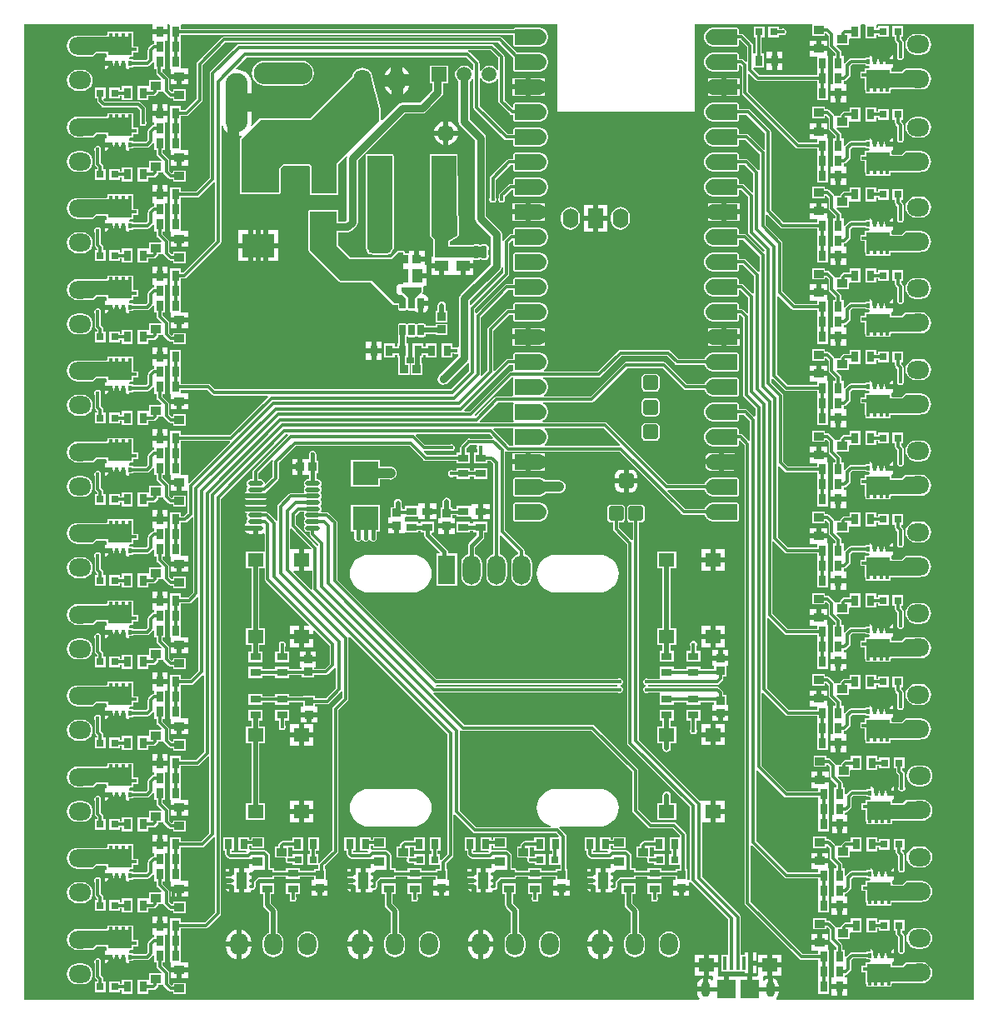
<source format=gtl>
G04*
G04 #@! TF.GenerationSoftware,Altium Limited,Altium Designer,23.2.1 (34)*
G04*
G04 Layer_Physical_Order=1*
G04 Layer_Color=255*
%FSAX44Y44*%
%MOMM*%
G71*
G04*
G04 #@! TF.SameCoordinates,82B26229-18A1-4F51-8350-021A8CAF8BEE*
G04*
G04*
G04 #@! TF.FilePolarity,Positive*
G04*
G01*
G75*
%ADD20R,0.8000X0.8000*%
%ADD21R,0.8000X1.1000*%
%ADD22R,0.5561X0.2925*%
G04:AMPARAMS|DCode=23|XSize=0.5561mm|YSize=0.2925mm|CornerRadius=0.1462mm|HoleSize=0mm|Usage=FLASHONLY|Rotation=0.000|XOffset=0mm|YOffset=0mm|HoleType=Round|Shape=RoundedRectangle|*
%AMROUNDEDRECTD23*
21,1,0.5561,0.0000,0,0,0.0*
21,1,0.2636,0.2925,0,0,0.0*
1,1,0.2925,0.1318,0.0000*
1,1,0.2925,-0.1318,0.0000*
1,1,0.2925,-0.1318,0.0000*
1,1,0.2925,0.1318,0.0000*
%
%ADD23ROUNDEDRECTD23*%
G04:AMPARAMS|DCode=24|XSize=1.1mm|YSize=0.6mm|CornerRadius=0.051mm|HoleSize=0mm|Usage=FLASHONLY|Rotation=270.000|XOffset=0mm|YOffset=0mm|HoleType=Round|Shape=RoundedRectangle|*
%AMROUNDEDRECTD24*
21,1,1.1000,0.4980,0,0,270.0*
21,1,0.9980,0.6000,0,0,270.0*
1,1,0.1020,-0.2490,-0.4990*
1,1,0.1020,-0.2490,0.4990*
1,1,0.1020,0.2490,0.4990*
1,1,0.1020,0.2490,-0.4990*
%
%ADD24ROUNDEDRECTD24*%
%ADD25R,0.9000X0.8500*%
%ADD26R,1.1000X0.8000*%
%ADD27R,0.8500X0.9000*%
%ADD28R,1.3500X1.1000*%
%ADD29R,2.6000X2.4000*%
%ADD30R,0.4000X1.3500*%
%ADD31R,1.6000X1.4000*%
%ADD32R,1.9000X1.9000*%
%ADD33R,1.0000X0.8500*%
%ADD34R,1.0000X0.8500*%
%ADD35R,2.4000X1.9000*%
%ADD36R,0.5000X0.3500*%
%ADD37R,0.3500X0.5000*%
%ADD38O,1.5000X0.4500*%
%ADD39R,3.3000X2.4000*%
%ADD40R,2.5000X1.0000*%
G04:AMPARAMS|DCode=41|XSize=2.5mm|YSize=1mm|CornerRadius=0.125mm|HoleSize=0mm|Usage=FLASHONLY|Rotation=180.000|XOffset=0mm|YOffset=0mm|HoleType=Round|Shape=RoundedRectangle|*
%AMROUNDEDRECTD41*
21,1,2.5000,0.7500,0,0,180.0*
21,1,2.2500,1.0000,0,0,180.0*
1,1,0.2500,-1.1250,0.3750*
1,1,0.2500,1.1250,0.3750*
1,1,0.2500,1.1250,-0.3750*
1,1,0.2500,-1.1250,-0.3750*
%
%ADD41ROUNDEDRECTD41*%
G04:AMPARAMS|DCode=42|XSize=1.5mm|YSize=1.5mm|CornerRadius=0.225mm|HoleSize=0mm|Usage=FLASHONLY|Rotation=180.000|XOffset=0mm|YOffset=0mm|HoleType=Round|Shape=RoundedRectangle|*
%AMROUNDEDRECTD42*
21,1,1.5000,1.0500,0,0,180.0*
21,1,1.0500,1.5000,0,0,180.0*
1,1,0.4500,-0.5250,0.5250*
1,1,0.4500,0.5250,0.5250*
1,1,0.4500,0.5250,-0.5250*
1,1,0.4500,-0.5250,-0.5250*
%
%ADD42ROUNDEDRECTD42*%
%ADD43R,1.6000X1.4000*%
%ADD44R,2.5000X8.1000*%
%ADD45R,1.1000X1.3500*%
%ADD48R,1.1000X1.7000*%
%ADD84C,0.3000*%
%ADD85C,0.5000*%
%ADD86C,0.4000*%
%ADD87C,1.0000*%
%ADD88C,0.8000*%
%ADD89R,1.2510X1.1430*%
%ADD90R,1.3970X1.2510*%
%ADD91R,1.7780X1.2510*%
%ADD92R,1.1986X2.1590*%
%ADD93R,2.1590X1.9050*%
%ADD94O,2.3000X1.8000*%
%ADD95O,1.8000X2.3000*%
%ADD96O,0.9000X1.6000*%
%ADD97O,1.8000X3.0000*%
%ADD98R,1.8000X3.0000*%
%ADD99O,1.6000X2.0000*%
%ADD100R,1.6000X2.0000*%
%ADD101C,1.7000*%
%ADD102R,1.5000X1.5000*%
%ADD103C,1.5000*%
%ADD104O,6.0000X2.5000*%
%ADD105O,6.0000X2.2500*%
%ADD106O,2.2500X6.0000*%
%ADD107C,0.7620*%
%ADD108C,0.4000*%
%ADD109C,0.6000*%
G36*
X00967936Y-00002936D02*
X00767316D01*
X00766956Y-00001666D01*
X00768119Y-00000151D01*
X00768956Y00001871D01*
X00769242Y00004040D01*
Y00005000D01*
X00760860D01*
Y00007540D01*
X00758320D01*
Y00018983D01*
X00756669Y00018299D01*
X00754933Y00016967D01*
X00754440Y00016324D01*
X00753170Y00016755D01*
X00753170Y00020850D01*
X00754283Y00021230D01*
X00757320D01*
Y00029500D01*
X00748050D01*
Y00022120D01*
X00748050Y00021230D01*
X00746937Y00020850D01*
X00742400D01*
Y00007540D01*
X00737320D01*
Y00020850D01*
X00718400D01*
Y00007540D01*
X00713320D01*
Y00020850D01*
X00708783D01*
X00707670Y00021230D01*
X00707670Y00022120D01*
Y00029500D01*
X00698400D01*
Y00021230D01*
X00701437D01*
X00702550Y00020850D01*
X00702550Y00019960D01*
Y00016755D01*
X00701280Y00016324D01*
X00700787Y00016967D01*
X00699051Y00018299D01*
X00697400Y00018982D01*
Y00007540D01*
X00694860D01*
Y00005000D01*
X00686478D01*
Y00004040D01*
X00686764Y00001871D01*
X00687601Y-00000151D01*
X00688764Y-00001666D01*
X00688404Y-00002936D01*
X00002064D01*
X00002064Y00987936D01*
X00132470D01*
Y00982980D01*
X00140280D01*
X00148090D01*
Y00987936D01*
X00149682D01*
X00150756Y00987464D01*
X00150756Y00986666D01*
Y00973416D01*
X00150756D01*
Y00972224D01*
X00150756D01*
Y00958176D01*
X00150756D01*
X00150756Y00956984D01*
X00150756D01*
Y00942936D01*
X00151470D01*
Y00937870D01*
X00160280D01*
X00169090D01*
Y00943390D01*
X00161804D01*
Y00956984D01*
X00161804D01*
X00161804Y00958176D01*
X00161804D01*
Y00972224D01*
X00161804D01*
Y00973416D01*
X00161804D01*
Y00977357D01*
X00499730D01*
X00499730Y00967200D01*
X00500214Y00966034D01*
X00501380Y00965550D01*
X00525380Y00965551D01*
X00525380Y00965550D01*
X00526433D01*
X00526639Y00965636D01*
X00526860Y00965607D01*
X00528895Y00966152D01*
X00529072Y00966288D01*
X00529293Y00966317D01*
X00531117Y00967370D01*
X00531253Y00967547D01*
X00531459Y00967632D01*
X00532948Y00969121D01*
X00533033Y00969327D01*
X00533210Y00969463D01*
X00534263Y00971287D01*
X00534292Y00971508D01*
X00534428Y00971685D01*
X00534973Y00973720D01*
X00534944Y00973941D01*
X00535030Y00974147D01*
Y00976253D01*
X00534944Y00976459D01*
X00534973Y00976680D01*
X00534428Y00978715D01*
X00534292Y00978892D01*
X00534263Y00979113D01*
X00533210Y00980937D01*
X00533033Y00981073D01*
X00532948Y00981279D01*
X00531459Y00982768D01*
X00531253Y00982853D01*
X00531117Y00983030D01*
X00529293Y00984083D01*
X00529072Y00984112D01*
X00528895Y00984248D01*
X00526860Y00984793D01*
X00526639Y00984764D01*
X00526433Y00984850D01*
X00501380Y00984850D01*
X00500214Y00984367D01*
X00499864Y00983523D01*
X00162702D01*
X00161804Y00984421D01*
X00161804Y00987464D01*
X00162878Y00987936D01*
X00544201D01*
Y00898987D01*
X00544201Y00898987D01*
X00684201D01*
Y00987936D01*
X00803436D01*
Y00976746D01*
X00816484D01*
Y00978903D01*
X00817754Y00979216D01*
X00820147Y00976823D01*
Y00966670D01*
X00820147Y00966670D01*
X00820381Y00965490D01*
X00821050Y00964490D01*
X00826992Y00958548D01*
Y00955914D01*
X00824436D01*
Y00941944D01*
X00824436Y00941866D01*
X00824436Y00940674D01*
X00824436Y00940596D01*
Y00927720D01*
X00822150D01*
Y00920950D01*
X00829960D01*
X00837770D01*
Y00927720D01*
X00835484D01*
Y00929454D01*
X00835930Y00930567D01*
X00837110Y00930802D01*
X00838110Y00931470D01*
X00841275Y00934635D01*
X00841275Y00934635D01*
X00841943Y00935635D01*
X00842178Y00936815D01*
Y00945321D01*
X00844155Y00947297D01*
X00857196D01*
Y00946356D01*
X00860512D01*
X00861410Y00945458D01*
X00861410Y00944070D01*
X00860364Y00943530D01*
X00858220D01*
X00857917Y00943404D01*
X00856696D01*
Y00942183D01*
X00856570Y00941880D01*
Y00939654D01*
X00852196D01*
Y00933106D01*
X00856570D01*
Y00923660D01*
X00856696Y00923357D01*
Y00921356D01*
X00857196D01*
Y00918356D01*
X00883244D01*
Y00921356D01*
X00883744D01*
Y00922011D01*
X00913740D01*
X00913863Y00922062D01*
X00916487Y00922407D01*
X00919047Y00923467D01*
X00921246Y00925154D01*
X00922933Y00927353D01*
X00923993Y00929913D01*
X00924355Y00932660D01*
X00923993Y00935407D01*
X00922933Y00937968D01*
X00921246Y00940166D01*
X00919047Y00941853D01*
X00916487Y00942913D01*
X00913863Y00943259D01*
X00913740Y00943310D01*
X00898550D01*
X00897384Y00942827D01*
X00894337Y00939780D01*
X00884642D01*
X00883744Y00940678D01*
X00883744Y00943404D01*
X00884738Y00944070D01*
X00885530D01*
Y00947840D01*
X00879970D01*
Y00947880D01*
X00878220D01*
Y00950380D01*
X00877430D01*
Y00952880D01*
X00876010D01*
Y00950380D01*
X00875220D01*
Y00947880D01*
X00871720Y00947880D01*
Y00950380D01*
X00870930D01*
Y00952880D01*
X00869510D01*
Y00950380D01*
X00868720D01*
Y00947880D01*
X00865220Y00947880D01*
Y00950380D01*
X00864430D01*
Y00954680D01*
X00862420Y00956690D01*
X00861410D01*
Y00954404D01*
X00857196D01*
Y00953463D01*
X00842878D01*
X00842877Y00953463D01*
X00841697Y00953229D01*
X00840697Y00952560D01*
X00840697Y00952560D01*
X00836915Y00948778D01*
X00836754Y00948537D01*
X00835484Y00948923D01*
Y00955914D01*
X00833158D01*
Y00959825D01*
X00833158Y00959825D01*
X00832924Y00961005D01*
X00832255Y00962005D01*
X00832255Y00962005D01*
X00828284Y00965976D01*
X00828811Y00967246D01*
X00840484D01*
Y00972897D01*
X00841456Y00973616D01*
X00852504D01*
X00852504Y00987664D01*
X00853661Y00987936D01*
X00856299D01*
X00857456Y00987664D01*
X00857456Y00986666D01*
Y00973616D01*
X00868504D01*
Y00977557D01*
X00870016D01*
Y00975180D01*
X00881064D01*
Y00986228D01*
X00870016D01*
Y00984905D01*
X00868746Y00984380D01*
X00868504Y00984621D01*
X00868504Y00987664D01*
X00869661Y00987936D01*
X00967936D01*
Y-00002936D01*
D02*
G37*
G36*
X00525380Y00983200D02*
X00526433D01*
X00528468Y00982655D01*
X00530292Y00981602D01*
X00531782Y00980112D01*
X00532835Y00978288D01*
X00533380Y00976253D01*
Y00974147D01*
X00532835Y00972112D01*
X00531782Y00970288D01*
X00530292Y00968798D01*
X00528468Y00967745D01*
X00526433Y00967200D01*
X00525380D01*
Y00967200D01*
X00501380Y00967200D01*
X00501380Y00983200D01*
X00525380Y00983200D01*
D02*
G37*
G36*
X00881720Y00938130D02*
X00895020D01*
X00898550Y00941660D01*
X00913740D01*
Y00923660D01*
X00858220D01*
Y00941880D01*
X00881720D01*
Y00938130D01*
D02*
G37*
%LPC*%
G36*
X00769944Y00985964D02*
X00758896D01*
Y00974916D01*
X00769944D01*
Y00977357D01*
X00771785D01*
X00772849Y00976916D01*
X00774251D01*
X00775546Y00977452D01*
X00776537Y00978444D01*
X00777074Y00979739D01*
Y00981141D01*
X00776537Y00982436D01*
X00775546Y00983428D01*
X00774251Y00983964D01*
X00772849D01*
X00771785Y00983523D01*
X00769944D01*
Y00985964D01*
D02*
G37*
G36*
X00818770Y00971580D02*
X00812500D01*
Y00966060D01*
X00818770D01*
Y00971580D01*
D02*
G37*
G36*
X00807420D02*
X00801150D01*
Y00966060D01*
X00807420D01*
Y00971580D01*
D02*
G37*
G36*
X00754944Y00985964D02*
X00743896D01*
Y00974916D01*
X00745837D01*
Y00959152D01*
X00744939Y00958254D01*
X00743396Y00958254D01*
X00743285Y00959478D01*
Y00966679D01*
X00743050Y00967859D01*
X00742382Y00968859D01*
X00742382Y00968859D01*
X00733700Y00977540D01*
X00732700Y00978208D01*
X00731520Y00978443D01*
X00731520Y00978443D01*
X00728870D01*
Y00983200D01*
X00728386Y00984366D01*
X00727220Y00984850D01*
X00702167D01*
X00701961Y00984764D01*
X00701740Y00984793D01*
X00699705Y00984248D01*
X00699528Y00984112D01*
X00699307Y00984083D01*
X00697483Y00983030D01*
X00697347Y00982853D01*
X00697141Y00982768D01*
X00695652Y00981279D01*
X00695567Y00981073D01*
X00695390Y00980937D01*
X00694337Y00979113D01*
X00694307Y00978892D01*
X00694172Y00978715D01*
X00693627Y00976680D01*
X00693656Y00976459D01*
X00693570Y00976253D01*
Y00974147D01*
X00693656Y00973941D01*
X00693627Y00973720D01*
X00694172Y00971685D01*
X00694307Y00971508D01*
X00694337Y00971287D01*
X00695390Y00969463D01*
X00695567Y00969327D01*
X00695652Y00969121D01*
X00697141Y00967632D01*
X00697347Y00967547D01*
X00697483Y00967370D01*
X00699307Y00966317D01*
X00699528Y00966288D01*
X00699705Y00966152D01*
X00701740Y00965607D01*
X00701961Y00965636D01*
X00702167Y00965550D01*
X00703220D01*
X00703220Y00965551D01*
X00727220Y00965550D01*
X00728386Y00966034D01*
X00728870Y00967200D01*
Y00972277D01*
X00730243D01*
X00737118Y00965402D01*
Y00950381D01*
X00735945Y00949895D01*
X00733700Y00952140D01*
X00732700Y00952809D01*
X00731520Y00953043D01*
X00731520Y00953043D01*
X00728870D01*
Y00957800D01*
X00728386Y00958966D01*
X00727220Y00959450D01*
X00702167D01*
X00701961Y00959364D01*
X00701740Y00959393D01*
X00699705Y00958848D01*
X00699528Y00958712D01*
X00699307Y00958683D01*
X00697483Y00957630D01*
X00697347Y00957453D01*
X00697141Y00957368D01*
X00695652Y00955879D01*
X00695567Y00955673D01*
X00695390Y00955537D01*
X00694337Y00953713D01*
X00694307Y00953492D01*
X00694172Y00953315D01*
X00693627Y00951280D01*
X00693656Y00951059D01*
X00693570Y00950853D01*
Y00948747D01*
X00693656Y00948541D01*
X00693627Y00948320D01*
X00694172Y00946285D01*
X00694307Y00946108D01*
X00694337Y00945887D01*
X00695390Y00944063D01*
X00695567Y00943927D01*
X00695652Y00943721D01*
X00697141Y00942232D01*
X00697347Y00942147D01*
X00697483Y00941970D01*
X00699307Y00940917D01*
X00699528Y00940888D01*
X00699705Y00940752D01*
X00701740Y00940207D01*
X00701961Y00940236D01*
X00702167Y00940150D01*
X00703220Y00940150D01*
X00727220D01*
X00728386Y00940634D01*
X00728870Y00941800D01*
Y00946877D01*
X00730243D01*
X00732016Y00945104D01*
Y00918626D01*
X00732016Y00918626D01*
X00732251Y00917446D01*
X00732919Y00916446D01*
X00786695Y00862670D01*
X00787695Y00862002D01*
X00788875Y00861767D01*
X00788875Y00861767D01*
X00808436D01*
Y00857826D01*
X00808436D01*
X00808436Y00856634D01*
X00808436D01*
Y00842586D01*
X00808436D01*
Y00841394D01*
X00808436D01*
Y00827346D01*
X00819484D01*
Y00841394D01*
X00819484D01*
Y00842586D01*
X00819484D01*
Y00856634D01*
X00819484D01*
X00819484Y00857826D01*
X00819484D01*
Y00871874D01*
X00818770D01*
Y00876940D01*
X00809960D01*
X00801150D01*
Y00871420D01*
X00808436D01*
Y00867933D01*
X00790152D01*
X00738182Y00919903D01*
Y00937880D01*
X00739356Y00938366D01*
X00746252Y00931470D01*
X00746252Y00931470D01*
X00747252Y00930802D01*
X00748432Y00930567D01*
X00748432Y00930567D01*
X00808436D01*
Y00926626D01*
X00808436D01*
Y00925434D01*
X00808436D01*
Y00911386D01*
X00819484D01*
Y00925434D01*
X00819484D01*
Y00926626D01*
X00819484D01*
Y00940674D01*
X00819484D01*
X00819484Y00941866D01*
X00819484D01*
Y00955914D01*
X00818770D01*
Y00960980D01*
X00809960D01*
X00801150D01*
Y00955460D01*
X00808436D01*
Y00941866D01*
X00808436D01*
X00808436Y00940674D01*
X00808436D01*
Y00936733D01*
X00749709D01*
X00743507Y00942936D01*
X00743820Y00944206D01*
X00744555Y00944206D01*
X00754444D01*
Y00958254D01*
X00752003D01*
Y00974916D01*
X00754944D01*
Y00985964D01*
D02*
G37*
G36*
X00913740Y00978275D02*
X00908740D01*
X00905993Y00977913D01*
X00903433Y00976853D01*
X00901234Y00975166D01*
X00899547Y00972968D01*
X00898487Y00970407D01*
X00898125Y00967660D01*
X00898487Y00964913D01*
X00899547Y00962353D01*
X00901234Y00960154D01*
X00903433Y00958467D01*
X00905993Y00957407D01*
X00908740Y00957045D01*
X00913740D01*
X00916487Y00957407D01*
X00919047Y00958467D01*
X00921246Y00960154D01*
X00922933Y00962353D01*
X00923993Y00964913D01*
X00924355Y00967660D01*
X00923993Y00970407D01*
X00922933Y00972968D01*
X00921246Y00975166D01*
X00919047Y00976853D01*
X00916487Y00977913D01*
X00913740Y00978275D01*
D02*
G37*
G36*
X00772730Y00960540D02*
X00767460D01*
Y00953770D01*
X00772730D01*
Y00960540D01*
D02*
G37*
G36*
X00762380D02*
X00757110D01*
Y00953770D01*
X00762380D01*
Y00960540D01*
D02*
G37*
G36*
X00885530Y00956690D02*
X00884633D01*
X00882510Y00954567D01*
Y00952920D01*
X00885530D01*
Y00956690D01*
D02*
G37*
G36*
X00896064Y00986228D02*
X00885016D01*
Y00975180D01*
X00887457D01*
Y00972384D01*
X00887457Y00972384D01*
X00887691Y00971204D01*
X00888360Y00970203D01*
X00888360Y00970203D01*
X00889997Y00968567D01*
Y00957005D01*
X00889556Y00955941D01*
Y00954539D01*
X00890092Y00953244D01*
X00891084Y00952253D01*
X00892379Y00951716D01*
X00893781D01*
X00895076Y00952253D01*
X00896068Y00953244D01*
X00896604Y00954539D01*
Y00955941D01*
X00896163Y00957005D01*
Y00969843D01*
X00896163Y00969844D01*
X00895928Y00971023D01*
X00895260Y00972024D01*
X00895260Y00972024D01*
X00893623Y00973661D01*
Y00975180D01*
X00896064D01*
Y00986228D01*
D02*
G37*
G36*
X00087730Y00945930D02*
X00084710D01*
Y00942160D01*
X00085608D01*
X00087730Y00944283D01*
Y00945930D01*
D02*
G37*
G36*
X00772730Y00948690D02*
X00767460D01*
Y00941920D01*
X00772730D01*
Y00948690D01*
D02*
G37*
G36*
X00762380D02*
X00757110D01*
Y00941920D01*
X00762380D01*
Y00948690D01*
D02*
G37*
G36*
X00477748Y00968055D02*
X00477748Y00968055D01*
X00220544D01*
X00219364Y00967821D01*
X00218364Y00967152D01*
X00218364Y00967152D01*
X00191922Y00940710D01*
X00191253Y00939710D01*
X00191019Y00938530D01*
X00191019Y00938530D01*
Y00832299D01*
X00177143Y00818423D01*
X00161804D01*
Y00822364D01*
X00150756D01*
Y00808316D01*
X00150756D01*
Y00807124D01*
X00150756D01*
Y00793076D01*
X00150756D01*
Y00791884D01*
X00150756D01*
Y00777836D01*
X00151470D01*
Y00772770D01*
X00160280D01*
X00169090D01*
Y00778290D01*
X00161804D01*
Y00791884D01*
X00161804D01*
Y00793076D01*
X00161804D01*
Y00807124D01*
X00161804D01*
Y00808316D01*
X00161804D01*
Y00812257D01*
X00178420D01*
X00178420Y00812257D01*
X00179600Y00812492D01*
X00180600Y00813160D01*
X00195289Y00827849D01*
X00196559Y00827322D01*
Y00768429D01*
X00164003Y00735873D01*
X00161804D01*
Y00739814D01*
X00150756D01*
Y00725766D01*
X00150756D01*
Y00724574D01*
X00150756D01*
Y00710526D01*
X00150756D01*
Y00709334D01*
X00150756D01*
Y00695286D01*
X00151470D01*
Y00690220D01*
X00160280D01*
X00169090D01*
Y00695740D01*
X00161804D01*
Y00709334D01*
X00161804D01*
Y00710526D01*
X00161804D01*
Y00724574D01*
X00161804D01*
Y00725766D01*
X00161804D01*
Y00729707D01*
X00165280D01*
X00165280Y00729707D01*
X00166460Y00729942D01*
X00167460Y00730610D01*
X00201822Y00764972D01*
X00201822Y00764972D01*
X00202490Y00765972D01*
X00202725Y00767152D01*
X00202725Y00767152D01*
Y00885297D01*
X00203995Y00885485D01*
X00204449Y00883989D01*
X00205847Y00881373D01*
X00207729Y00879079D01*
X00210023Y00877197D01*
X00212639Y00875799D01*
X00215478Y00874938D01*
X00215890Y00874897D01*
Y00908530D01*
X00218430D01*
Y00911070D01*
X00233563D01*
Y00927280D01*
X00233272Y00930232D01*
X00232411Y00933071D01*
X00231012Y00935687D01*
X00229130Y00937980D01*
X00226837Y00939863D01*
X00224221Y00941261D01*
X00221382Y00942122D01*
X00218430Y00942413D01*
X00217943Y00942365D01*
X00217400Y00943513D01*
X00228384Y00954497D01*
X00451864D01*
X00459171Y00947190D01*
Y00941717D01*
X00458974Y00941576D01*
X00457298Y00941941D01*
X00456801Y00942801D01*
X00455121Y00944481D01*
X00453063Y00945669D01*
X00450768Y00946284D01*
X00448392D01*
X00446097Y00945669D01*
X00444039Y00944481D01*
X00442359Y00942801D01*
X00441171Y00940743D01*
X00440556Y00938448D01*
Y00936072D01*
X00441171Y00933777D01*
X00442359Y00931719D01*
X00443948Y00930130D01*
Y00889340D01*
X00443948Y00889340D01*
X00444376Y00887184D01*
X00445597Y00885357D01*
X00460668Y00870287D01*
Y00791000D01*
X00460668Y00791000D01*
X00461096Y00788845D01*
X00462317Y00787018D01*
X00476968Y00772367D01*
Y00744595D01*
X00445705Y00713333D01*
X00444484Y00711505D01*
X00444055Y00709350D01*
X00444055Y00709350D01*
Y00660365D01*
X00442785Y00659766D01*
X00441849Y00660154D01*
X00440447D01*
X00439383Y00659713D01*
X00437704D01*
Y00663654D01*
X00426656D01*
Y00649606D01*
X00437704D01*
Y00653547D01*
X00439383D01*
X00440447Y00653106D01*
X00441849D01*
X00442785Y00653494D01*
X00442808Y00653491D01*
X00443794Y00652884D01*
X00443948Y00652706D01*
Y00651113D01*
X00424197Y00631363D01*
X00422976Y00629535D01*
X00422548Y00627380D01*
X00422976Y00625225D01*
X00424197Y00623397D01*
X00426025Y00622177D01*
X00428180Y00621748D01*
X00430335Y00622177D01*
X00431217Y00622765D01*
X00431271Y00622788D01*
X00431313Y00622830D01*
X00432163Y00623397D01*
X00453374Y00644609D01*
X00454487Y00644376D01*
X00454644Y00644305D01*
Y00635750D01*
X00436058Y00617163D01*
X00196567D01*
X00191789Y00621940D01*
X00190789Y00622609D01*
X00189609Y00622844D01*
X00189609Y00622843D01*
X00161804D01*
Y00626784D01*
X00161804D01*
Y00627976D01*
X00161804D01*
Y00642024D01*
X00161804D01*
Y00643216D01*
X00161804D01*
Y00657264D01*
X00150756D01*
Y00643216D01*
X00150756D01*
Y00642024D01*
X00150756D01*
Y00627976D01*
X00150756D01*
Y00626784D01*
X00150756D01*
Y00612736D01*
X00151470D01*
Y00607670D01*
X00160280D01*
X00169090D01*
Y00613190D01*
X00161804D01*
Y00616677D01*
X00188332D01*
X00193109Y00611900D01*
X00193109Y00611900D01*
X00194110Y00611231D01*
X00195289Y00610997D01*
X00195290Y00610997D01*
X00249872D01*
X00250398Y00609727D01*
X00211445Y00570773D01*
X00161804D01*
Y00574714D01*
X00150756D01*
Y00560666D01*
X00150756D01*
Y00559474D01*
X00150756D01*
Y00545426D01*
X00150756D01*
Y00544234D01*
X00150756D01*
Y00530186D01*
X00151470D01*
Y00525120D01*
X00160280D01*
Y00522580D01*
X00162820D01*
Y00514520D01*
X00168607D01*
Y00491917D01*
X00164913Y00488223D01*
X00161804D01*
Y00492164D01*
X00150756D01*
Y00478116D01*
X00150756D01*
Y00476924D01*
X00150756D01*
Y00462876D01*
X00150756D01*
Y00461684D01*
X00150756D01*
Y00447636D01*
X00151470D01*
Y00442570D01*
X00160280D01*
X00169090D01*
Y00448090D01*
X00161804D01*
Y00461684D01*
X00161804D01*
Y00462876D01*
X00161804D01*
Y00476924D01*
X00161804D01*
Y00478116D01*
X00161804D01*
Y00482057D01*
X00166190D01*
X00166190Y00482057D01*
X00167370Y00482292D01*
X00168370Y00482960D01*
X00172877Y00487467D01*
X00174147Y00486941D01*
Y00410867D01*
X00168953Y00405673D01*
X00161804D01*
Y00409614D01*
X00150756D01*
Y00395566D01*
X00150756D01*
Y00394374D01*
X00150756D01*
Y00380326D01*
X00150756D01*
Y00379134D01*
X00150756D01*
Y00365086D01*
X00151470D01*
Y00360020D01*
X00160280D01*
X00169090D01*
Y00365540D01*
X00161804D01*
Y00379134D01*
X00161804D01*
Y00380326D01*
X00161804D01*
Y00394374D01*
X00161804D01*
Y00395566D01*
X00161804D01*
Y00399507D01*
X00170230D01*
X00170230Y00399507D01*
X00171410Y00399742D01*
X00172410Y00400410D01*
X00178417Y00406417D01*
X00179687Y00405891D01*
Y00331477D01*
X00171333Y00323123D01*
X00161804D01*
Y00327064D01*
X00150756D01*
Y00313016D01*
X00150756D01*
Y00311824D01*
X00150756D01*
Y00297776D01*
X00150756D01*
Y00296584D01*
X00150756D01*
Y00282536D01*
X00151470D01*
Y00277470D01*
X00160280D01*
X00169090D01*
Y00282990D01*
X00161804D01*
Y00296584D01*
X00161804D01*
Y00297776D01*
X00161804D01*
Y00311824D01*
X00161804D01*
Y00313016D01*
X00161804D01*
Y00316957D01*
X00172610D01*
X00172610Y00316957D01*
X00173790Y00317192D01*
X00174790Y00317860D01*
X00183957Y00327026D01*
X00185227Y00326500D01*
Y00248927D01*
X00176873Y00240573D01*
X00161804D01*
Y00244514D01*
X00150756D01*
Y00230466D01*
X00150756D01*
Y00229274D01*
X00150756D01*
Y00215226D01*
X00150756D01*
Y00214034D01*
X00150756D01*
Y00199986D01*
X00151470D01*
Y00194920D01*
X00160280D01*
X00169090D01*
Y00200440D01*
X00161804D01*
Y00214034D01*
X00161804D01*
Y00215226D01*
X00161804D01*
Y00229274D01*
X00161804D01*
Y00230466D01*
X00161804D01*
Y00234407D01*
X00178150D01*
X00178150Y00234407D01*
X00179330Y00234642D01*
X00180330Y00235310D01*
X00189497Y00244476D01*
X00190767Y00243950D01*
Y00166567D01*
X00182223Y00158023D01*
X00161804D01*
Y00161964D01*
X00150756D01*
Y00147916D01*
X00150756D01*
Y00146724D01*
X00150756D01*
Y00132676D01*
X00150756D01*
Y00131484D01*
X00150756D01*
Y00117436D01*
X00151470D01*
Y00112370D01*
X00160280D01*
X00169090D01*
Y00117890D01*
X00161804D01*
Y00131484D01*
X00161804D01*
Y00132676D01*
X00161804D01*
Y00146724D01*
X00161804D01*
Y00147916D01*
X00161804D01*
Y00151857D01*
X00183500D01*
X00183500Y00151857D01*
X00184680Y00152092D01*
X00185680Y00152760D01*
X00195037Y00162117D01*
X00196307Y00161591D01*
Y00085955D01*
X00185826Y00075473D01*
X00161804D01*
Y00079414D01*
X00150756D01*
Y00065366D01*
X00150756D01*
Y00064174D01*
X00150756D01*
Y00050126D01*
X00150756D01*
Y00048934D01*
X00150756D01*
Y00034886D01*
X00151470D01*
Y00029820D01*
X00160280D01*
X00169090D01*
Y00035340D01*
X00161804D01*
Y00048934D01*
X00161804D01*
Y00050126D01*
X00161804D01*
Y00064174D01*
X00161804D01*
Y00065366D01*
X00161804D01*
Y00069307D01*
X00187103D01*
X00187103Y00069307D01*
X00188283Y00069542D01*
X00189283Y00070210D01*
X00201570Y00082497D01*
X00201570Y00082497D01*
X00202239Y00083497D01*
X00202473Y00084677D01*
Y00506073D01*
X00268057Y00571657D01*
X00269970D01*
X00270497Y00570387D01*
X00235520Y00535410D01*
X00234851Y00534410D01*
X00234617Y00533230D01*
X00234617Y00533230D01*
Y00525708D01*
X00232450D01*
X00230977Y00525415D01*
X00229729Y00524581D01*
X00228895Y00523332D01*
X00228602Y00521860D01*
X00228895Y00520387D01*
X00229729Y00519139D01*
Y00518081D01*
X00228895Y00516833D01*
X00228602Y00515360D01*
X00228895Y00513887D01*
X00228948Y00513808D01*
X00228081Y00513229D01*
X00226859Y00511400D01*
X00237700D01*
X00248541D01*
X00248388Y00511629D01*
X00248778Y00513331D01*
X00248866Y00513390D01*
X00260380Y00524904D01*
X00260380Y00524904D01*
X00261049Y00525904D01*
X00261283Y00527084D01*
Y00542203D01*
X00278580Y00559499D01*
X00394100D01*
X00408220Y00545380D01*
X00408220Y00545380D01*
X00409220Y00544711D01*
X00410400Y00544477D01*
X00410400Y00544477D01*
X00441705D01*
Y00542036D01*
X00455753D01*
Y00553084D01*
X00451813D01*
Y00556672D01*
X00455536Y00560395D01*
X00456698Y00560877D01*
X00462464D01*
X00463035Y00559607D01*
X00462627Y00558621D01*
Y00557219D01*
X00463068Y00556155D01*
Y00553084D01*
X00459369D01*
Y00542036D01*
X00473417D01*
Y00544477D01*
X00476493D01*
X00479517Y00541453D01*
Y00450114D01*
X00477293Y00449193D01*
X00475094Y00447506D01*
X00473407Y00445307D01*
X00472347Y00442747D01*
X00471985Y00440000D01*
Y00428000D01*
X00472347Y00425253D01*
X00473407Y00422692D01*
X00475094Y00420494D01*
X00477293Y00418807D01*
X00479853Y00417747D01*
X00482600Y00417385D01*
X00485347Y00417747D01*
X00487907Y00418807D01*
X00490106Y00420494D01*
X00491793Y00422692D01*
X00492853Y00425253D01*
X00493215Y00428000D01*
Y00440000D01*
X00492853Y00442747D01*
X00491793Y00445307D01*
X00490106Y00447506D01*
X00487907Y00449193D01*
X00485683Y00450114D01*
Y00469033D01*
X00486953Y00469558D01*
X00504917Y00451595D01*
Y00450114D01*
X00502693Y00449193D01*
X00500494Y00447506D01*
X00498807Y00445307D01*
X00497747Y00442747D01*
X00497385Y00440000D01*
Y00428000D01*
X00497747Y00425253D01*
X00498807Y00422692D01*
X00500494Y00420494D01*
X00502693Y00418807D01*
X00505253Y00417747D01*
X00508000Y00417385D01*
X00510747Y00417747D01*
X00513307Y00418807D01*
X00515506Y00420494D01*
X00517193Y00422692D01*
X00518253Y00425253D01*
X00518615Y00428000D01*
Y00440000D01*
X00518253Y00442747D01*
X00517193Y00445307D01*
X00515506Y00447506D01*
X00513307Y00449193D01*
X00511083Y00450114D01*
Y00452872D01*
X00510849Y00454052D01*
X00510180Y00455052D01*
X00510180Y00455052D01*
X00491223Y00474009D01*
Y00554180D01*
X00492493Y00554706D01*
X00492620Y00554580D01*
X00492620Y00554580D01*
X00493620Y00553912D01*
X00494800Y00553677D01*
X00607717D01*
X00670814Y00490580D01*
X00670814Y00490580D01*
X00671814Y00489911D01*
X00672994Y00489677D01*
X00672994Y00489677D01*
X00694013D01*
X00694172Y00489085D01*
X00694307Y00488908D01*
X00694337Y00488687D01*
X00695390Y00486863D01*
X00695567Y00486727D01*
X00695652Y00486521D01*
X00697141Y00485032D01*
X00697347Y00484947D01*
X00697483Y00484770D01*
X00699307Y00483717D01*
X00699528Y00483688D01*
X00699705Y00483552D01*
X00701740Y00483007D01*
X00701961Y00483036D01*
X00702167Y00482950D01*
X00703220D01*
X00703220Y00482950D01*
X00727220D01*
X00728386Y00483434D01*
X00728870Y00484600D01*
X00728870Y00500600D01*
X00728386Y00501766D01*
X00727220Y00502250D01*
X00703220D01*
X00703220Y00502250D01*
X00702167D01*
X00701961Y00502164D01*
X00701740Y00502193D01*
X00699705Y00501648D01*
X00699528Y00501512D01*
X00699307Y00501483D01*
X00697483Y00500430D01*
X00697347Y00500253D01*
X00697141Y00500168D01*
X00695652Y00498679D01*
X00695567Y00498473D01*
X00695390Y00498337D01*
X00694337Y00496513D01*
X00694307Y00496292D01*
X00694172Y00496115D01*
X00694099Y00495843D01*
X00674271D01*
X00656308Y00513807D01*
X00656834Y00515077D01*
X00694013D01*
X00694172Y00514485D01*
X00694307Y00514308D01*
X00694337Y00514087D01*
X00695390Y00512263D01*
X00695567Y00512127D01*
X00695652Y00511922D01*
X00697141Y00510432D01*
X00697347Y00510347D01*
X00697483Y00510170D01*
X00699307Y00509117D01*
X00699528Y00509087D01*
X00699705Y00508952D01*
X00701740Y00508407D01*
X00701961Y00508436D01*
X00702167Y00508350D01*
X00703220Y00508350D01*
X00727220D01*
X00728386Y00508834D01*
X00728870Y00510000D01*
X00728870Y00526000D01*
X00728386Y00527166D01*
X00727220Y00527650D01*
X00702167D01*
X00701961Y00527564D01*
X00701740Y00527593D01*
X00699705Y00527048D01*
X00699528Y00526912D01*
X00699307Y00526883D01*
X00697483Y00525830D01*
X00697347Y00525653D01*
X00697141Y00525568D01*
X00695652Y00524078D01*
X00695567Y00523873D01*
X00695390Y00523737D01*
X00694337Y00521913D01*
X00694307Y00521692D01*
X00694172Y00521515D01*
X00694099Y00521243D01*
X00656706D01*
X00594929Y00583020D01*
X00593929Y00583689D01*
X00592749Y00583923D01*
X00592749Y00583923D01*
X00530294D01*
X00529278Y00585142D01*
X00529293Y00585317D01*
X00531117Y00586370D01*
X00531253Y00586547D01*
X00531459Y00586632D01*
X00532948Y00588121D01*
X00533033Y00588327D01*
X00533210Y00588463D01*
X00534263Y00590287D01*
X00534292Y00590508D01*
X00534428Y00590685D01*
X00534973Y00592720D01*
X00534944Y00592941D01*
X00535030Y00593147D01*
Y00595253D01*
X00534944Y00595459D01*
X00534973Y00595680D01*
X00534428Y00597715D01*
X00534292Y00597892D01*
X00534263Y00598113D01*
X00533210Y00599937D01*
X00533033Y00600073D01*
X00532948Y00600279D01*
X00531459Y00601768D01*
X00531253Y00601853D01*
X00531117Y00602030D01*
X00529945Y00602707D01*
X00530285Y00603977D01*
X00579120D01*
X00579120Y00603977D01*
X00580300Y00604212D01*
X00581300Y00604880D01*
X00615249Y00638829D01*
X00651503D01*
X00672752Y00617580D01*
X00672752Y00617580D01*
X00673752Y00616911D01*
X00674932Y00616677D01*
X00694013D01*
X00694172Y00616085D01*
X00694307Y00615908D01*
X00694337Y00615687D01*
X00695390Y00613863D01*
X00695567Y00613727D01*
X00695652Y00613521D01*
X00697141Y00612032D01*
X00697347Y00611947D01*
X00697483Y00611770D01*
X00699307Y00610717D01*
X00699528Y00610687D01*
X00699705Y00610552D01*
X00701740Y00610007D01*
X00701961Y00610036D01*
X00702167Y00609950D01*
X00703220Y00609950D01*
X00727220D01*
X00728386Y00610434D01*
X00728870Y00611600D01*
Y00627600D01*
X00728386Y00628767D01*
X00727220Y00629250D01*
X00703220Y00629250D01*
X00703220Y00629250D01*
X00702167D01*
X00701961Y00629164D01*
X00701740Y00629193D01*
X00699705Y00628648D01*
X00699528Y00628512D01*
X00699307Y00628483D01*
X00697483Y00627430D01*
X00697347Y00627253D01*
X00697141Y00627168D01*
X00695652Y00625678D01*
X00695567Y00625473D01*
X00695390Y00625337D01*
X00694337Y00623513D01*
X00694307Y00623292D01*
X00694172Y00623115D01*
X00694099Y00622843D01*
X00676209D01*
X00654960Y00644092D01*
X00653960Y00644761D01*
X00652780Y00644995D01*
X00652780Y00644995D01*
X00613972D01*
X00613972Y00644995D01*
X00612792Y00644761D01*
X00611792Y00644092D01*
X00611792Y00644092D01*
X00577843Y00610143D01*
X00530840D01*
X00530499Y00611413D01*
X00531117Y00611770D01*
X00531253Y00611947D01*
X00531459Y00612032D01*
X00532948Y00613521D01*
X00533033Y00613727D01*
X00533210Y00613863D01*
X00534263Y00615687D01*
X00534292Y00615908D01*
X00534428Y00616085D01*
X00534973Y00618120D01*
X00534944Y00618341D01*
X00535030Y00618547D01*
Y00620653D01*
X00534944Y00620859D01*
X00534973Y00621080D01*
X00534428Y00623115D01*
X00534292Y00623292D01*
X00534263Y00623513D01*
X00533210Y00625337D01*
X00533033Y00625473D01*
X00532948Y00625678D01*
X00531459Y00627168D01*
X00531253Y00627253D01*
X00531117Y00627430D01*
X00529945Y00628107D01*
X00530285Y00629377D01*
X00586740D01*
X00586740Y00629377D01*
X00587920Y00629612D01*
X00588920Y00630280D01*
X00609607Y00650967D01*
X00655701D01*
X00663848Y00642820D01*
X00663848Y00642820D01*
X00664848Y00642151D01*
X00666028Y00641917D01*
X00666832Y00642077D01*
X00694013D01*
X00694172Y00641485D01*
X00694307Y00641308D01*
X00694337Y00641087D01*
X00695390Y00639263D01*
X00695567Y00639127D01*
X00695652Y00638922D01*
X00697141Y00637432D01*
X00697347Y00637347D01*
X00697483Y00637170D01*
X00699307Y00636117D01*
X00699528Y00636087D01*
X00699705Y00635952D01*
X00701740Y00635407D01*
X00701961Y00635436D01*
X00702167Y00635350D01*
X00703220Y00635350D01*
X00727220D01*
X00728386Y00635834D01*
X00728870Y00637000D01*
Y00653000D01*
X00728386Y00654166D01*
X00727220Y00654650D01*
X00702167Y00654650D01*
X00701961Y00654564D01*
X00701740Y00654593D01*
X00699705Y00654048D01*
X00699528Y00653913D01*
X00699307Y00653883D01*
X00697483Y00652830D01*
X00697347Y00652653D01*
X00697141Y00652568D01*
X00695652Y00651078D01*
X00695567Y00650873D01*
X00695390Y00650737D01*
X00694337Y00648913D01*
X00694307Y00648692D01*
X00694172Y00648515D01*
X00694099Y00648243D01*
X00667145D01*
X00659158Y00656230D01*
X00658158Y00656898D01*
X00656978Y00657133D01*
X00656978Y00657133D01*
X00608330D01*
X00608330Y00657133D01*
X00607150Y00656898D01*
X00606150Y00656230D01*
X00606150Y00656230D01*
X00585463Y00635543D01*
X00530840D01*
X00530499Y00636813D01*
X00531117Y00637170D01*
X00531253Y00637347D01*
X00531459Y00637432D01*
X00532948Y00638922D01*
X00533033Y00639127D01*
X00533210Y00639263D01*
X00534263Y00641087D01*
X00534292Y00641308D01*
X00534428Y00641485D01*
X00534973Y00643520D01*
X00534944Y00643741D01*
X00535030Y00643947D01*
Y00646053D01*
X00534944Y00646259D01*
X00534973Y00646480D01*
X00534428Y00648515D01*
X00534292Y00648692D01*
X00534263Y00648913D01*
X00533210Y00650737D01*
X00533033Y00650873D01*
X00532948Y00651078D01*
X00531459Y00652568D01*
X00531253Y00652653D01*
X00531117Y00652830D01*
X00529293Y00653883D01*
X00529072Y00653913D01*
X00528895Y00654048D01*
X00526860Y00654593D01*
X00526639Y00654564D01*
X00526433Y00654650D01*
X00501380Y00654650D01*
X00500214Y00654166D01*
X00499730Y00653000D01*
Y00648243D01*
X00494219D01*
X00493039Y00648008D01*
X00492038Y00647340D01*
X00492038Y00647340D01*
X00480603Y00635905D01*
X00479333Y00636431D01*
Y00676903D01*
X00495307Y00692877D01*
X00499730D01*
Y00687800D01*
X00500214Y00686634D01*
X00501380Y00686151D01*
X00525380Y00686150D01*
X00525380Y00686150D01*
X00526433D01*
X00526639Y00686236D01*
X00526860Y00686207D01*
X00528895Y00686752D01*
X00529072Y00686888D01*
X00529293Y00686917D01*
X00531117Y00687970D01*
X00531253Y00688147D01*
X00531459Y00688232D01*
X00532948Y00689721D01*
X00533033Y00689927D01*
X00533210Y00690063D01*
X00534263Y00691887D01*
X00534292Y00692108D01*
X00534428Y00692285D01*
X00534973Y00694320D01*
X00534944Y00694541D01*
X00535030Y00694747D01*
Y00696853D01*
X00534944Y00697059D01*
X00534973Y00697280D01*
X00534428Y00699315D01*
X00534292Y00699492D01*
X00534263Y00699713D01*
X00533210Y00701537D01*
X00533033Y00701673D01*
X00532948Y00701879D01*
X00531459Y00703368D01*
X00531253Y00703453D01*
X00531117Y00703630D01*
X00529293Y00704683D01*
X00529072Y00704712D01*
X00528895Y00704848D01*
X00526860Y00705393D01*
X00526639Y00705364D01*
X00526433Y00705450D01*
X00501380Y00705450D01*
X00500214Y00704966D01*
X00499730Y00703800D01*
Y00699043D01*
X00494030D01*
X00494030Y00699043D01*
X00492850Y00698809D01*
X00491850Y00698140D01*
X00474070Y00680360D01*
X00473401Y00679360D01*
X00473167Y00678180D01*
X00473167Y00678180D01*
Y00636303D01*
X00467562Y00630698D01*
X00466465Y00631264D01*
X00466411Y00631344D01*
X00466633Y00632460D01*
Y00690605D01*
X00494305Y00718277D01*
X00499730D01*
Y00713200D01*
X00500214Y00712034D01*
X00501380Y00711550D01*
X00525380D01*
X00525380Y00711550D01*
X00526433D01*
X00526639Y00711636D01*
X00526860Y00711607D01*
X00528895Y00712152D01*
X00529072Y00712288D01*
X00529293Y00712317D01*
X00531117Y00713370D01*
X00531253Y00713547D01*
X00531459Y00713632D01*
X00532948Y00715121D01*
X00533033Y00715327D01*
X00533210Y00715463D01*
X00534263Y00717287D01*
X00534292Y00717508D01*
X00534428Y00717685D01*
X00534973Y00719720D01*
X00534944Y00719941D01*
X00535030Y00720147D01*
Y00722253D01*
X00534944Y00722459D01*
X00534973Y00722680D01*
X00534428Y00724715D01*
X00534292Y00724892D01*
X00534263Y00725113D01*
X00533210Y00726937D01*
X00533033Y00727073D01*
X00532948Y00727279D01*
X00531459Y00728768D01*
X00531253Y00728853D01*
X00531117Y00729030D01*
X00529293Y00730083D01*
X00529072Y00730112D01*
X00528895Y00730248D01*
X00526860Y00730793D01*
X00526639Y00730764D01*
X00526433Y00730850D01*
X00525380D01*
X00525380Y00730850D01*
X00501380D01*
X00500214Y00730366D01*
X00499730Y00729200D01*
Y00724443D01*
X00493028D01*
X00493027Y00724443D01*
X00491847Y00724209D01*
X00490847Y00723540D01*
X00490847Y00723540D01*
X00462081Y00694774D01*
X00460811Y00695300D01*
Y00698693D01*
X00494560Y00732442D01*
X00494560Y00732442D01*
X00495229Y00733442D01*
X00495463Y00734622D01*
Y00765763D01*
X00498460Y00768760D01*
X00499730Y00768312D01*
Y00764000D01*
X00500214Y00762834D01*
X00501380Y00762350D01*
X00526433Y00762350D01*
X00526639Y00762436D01*
X00526860Y00762407D01*
X00528895Y00762952D01*
X00529072Y00763087D01*
X00529293Y00763117D01*
X00531117Y00764170D01*
X00531253Y00764347D01*
X00531459Y00764432D01*
X00532948Y00765921D01*
X00533033Y00766127D01*
X00533210Y00766263D01*
X00534263Y00768087D01*
X00534292Y00768308D01*
X00534428Y00768485D01*
X00534973Y00770520D01*
X00534944Y00770741D01*
X00535030Y00770947D01*
Y00773053D01*
X00534944Y00773259D01*
X00534973Y00773480D01*
X00534428Y00775515D01*
X00534292Y00775692D01*
X00534263Y00775913D01*
X00533210Y00777737D01*
X00533033Y00777873D01*
X00532948Y00778079D01*
X00531459Y00779568D01*
X00531253Y00779653D01*
X00531117Y00779830D01*
X00529293Y00780883D01*
X00529072Y00780912D01*
X00528895Y00781048D01*
X00526860Y00781593D01*
X00526639Y00781564D01*
X00526433Y00781650D01*
X00501380D01*
X00500214Y00781166D01*
X00499730Y00780000D01*
Y00775243D01*
X00497500D01*
X00497500Y00775243D01*
X00496320Y00775008D01*
X00495320Y00774340D01*
X00495320Y00774340D01*
X00490200Y00769220D01*
X00489532Y00768220D01*
X00489502Y00768073D01*
X00488232Y00768198D01*
Y00774700D01*
X00487803Y00776855D01*
X00486583Y00778683D01*
X00486582Y00778683D01*
X00471932Y00793333D01*
Y00872620D01*
X00471503Y00874775D01*
X00470282Y00876602D01*
X00470282Y00876602D01*
X00455212Y00891673D01*
Y00930130D01*
X00456801Y00931719D01*
X00457298Y00932579D01*
X00458974Y00932944D01*
X00459171Y00932803D01*
Y00903886D01*
X00459171Y00903886D01*
X00459406Y00902706D01*
X00460074Y00901705D01*
X00490200Y00871580D01*
X00490200Y00871580D01*
X00491200Y00870911D01*
X00492380Y00870677D01*
X00492380Y00870677D01*
X00499730D01*
Y00865600D01*
X00500214Y00864434D01*
X00501380Y00863950D01*
X00525380D01*
X00526433Y00863950D01*
X00526639Y00864036D01*
X00526860Y00864007D01*
X00528895Y00864552D01*
X00529072Y00864688D01*
X00529293Y00864717D01*
X00531117Y00865770D01*
X00531253Y00865947D01*
X00531459Y00866032D01*
X00532948Y00867522D01*
X00533033Y00867727D01*
X00533210Y00867863D01*
X00534263Y00869687D01*
X00534292Y00869908D01*
X00534428Y00870085D01*
X00534973Y00872120D01*
X00534944Y00872341D01*
X00535030Y00872547D01*
Y00874653D01*
X00534944Y00874859D01*
X00534973Y00875080D01*
X00534428Y00877115D01*
X00534292Y00877292D01*
X00534263Y00877513D01*
X00533210Y00879337D01*
X00533033Y00879473D01*
X00532948Y00879678D01*
X00531459Y00881168D01*
X00531253Y00881253D01*
X00531117Y00881430D01*
X00529293Y00882483D01*
X00529072Y00882513D01*
X00528895Y00882648D01*
X00526860Y00883193D01*
X00526639Y00883164D01*
X00526433Y00883250D01*
X00501380Y00883250D01*
X00500214Y00882766D01*
X00499730Y00881600D01*
Y00876843D01*
X00493657D01*
X00465338Y00905163D01*
Y00933473D01*
X00466571Y00933777D01*
X00467759Y00931719D01*
X00469439Y00930039D01*
X00471497Y00928851D01*
X00473792Y00928236D01*
X00476168D01*
X00478463Y00928851D01*
X00480521Y00930039D01*
X00482201Y00931719D01*
X00482747Y00932665D01*
X00484437Y00933111D01*
X00484597Y00933017D01*
Y00909724D01*
X00484597Y00909724D01*
X00484832Y00908544D01*
X00485500Y00907544D01*
X00496064Y00896980D01*
X00496064Y00896980D01*
X00497064Y00896311D01*
X00498244Y00896077D01*
X00498244Y00896077D01*
X00499730D01*
Y00891000D01*
X00500214Y00889834D01*
X00501380Y00889350D01*
X00525380D01*
X00526433Y00889351D01*
X00526639Y00889436D01*
X00526860Y00889407D01*
X00528895Y00889952D01*
X00529072Y00890088D01*
X00529293Y00890117D01*
X00531117Y00891170D01*
X00531253Y00891347D01*
X00531459Y00891432D01*
X00532948Y00892922D01*
X00533033Y00893128D01*
X00533210Y00893263D01*
X00534263Y00895087D01*
X00534292Y00895308D01*
X00534428Y00895485D01*
X00534973Y00897520D01*
X00534944Y00897741D01*
X00535030Y00897947D01*
Y00900053D01*
X00534944Y00900259D01*
X00534973Y00900480D01*
X00534428Y00902515D01*
X00534292Y00902692D01*
X00534263Y00902913D01*
X00533210Y00904737D01*
X00533033Y00904873D01*
X00532948Y00905079D01*
X00531459Y00906568D01*
X00531253Y00906653D01*
X00531117Y00906830D01*
X00529293Y00907883D01*
X00529072Y00907913D01*
X00528895Y00908048D01*
X00526860Y00908593D01*
X00526639Y00908564D01*
X00526433Y00908650D01*
X00525380D01*
X00525380Y00908650D01*
X00501380D01*
X00500214Y00908166D01*
X00499730Y00907000D01*
Y00903830D01*
X00498460Y00903304D01*
X00490763Y00911001D01*
Y00955040D01*
X00490528Y00956220D01*
X00489860Y00957220D01*
X00489860Y00957220D01*
X00479928Y00967152D01*
X00478928Y00967821D01*
X00477748Y00968055D01*
D02*
G37*
G36*
X00485544Y00975903D02*
X00485544Y00975903D01*
X00205740D01*
X00204560Y00975668D01*
X00203560Y00975000D01*
X00203560Y00975000D01*
X00178530Y00949970D01*
X00177862Y00948970D01*
X00177627Y00947790D01*
X00177627Y00947790D01*
Y00912487D01*
X00166113Y00900974D01*
X00161804D01*
Y00904914D01*
X00150756D01*
Y00890866D01*
X00150756D01*
Y00889674D01*
X00150756D01*
Y00875626D01*
X00150756D01*
X00150756Y00874434D01*
X00150756D01*
Y00860386D01*
X00151470D01*
Y00855320D01*
X00160280D01*
X00169090D01*
Y00860840D01*
X00161804D01*
Y00874434D01*
X00161804D01*
X00161804Y00875626D01*
X00161804D01*
Y00889674D01*
X00161804D01*
Y00890866D01*
X00161804D01*
Y00894807D01*
X00167390D01*
X00167390Y00894807D01*
X00168570Y00895042D01*
X00169570Y00895710D01*
X00182890Y00909030D01*
X00182890Y00909030D01*
X00183559Y00910030D01*
X00183793Y00911210D01*
Y00946513D01*
X00207017Y00969737D01*
X00484267D01*
X00499730Y00954273D01*
Y00941800D01*
X00500214Y00940634D01*
X00501380Y00940151D01*
X00525380Y00940150D01*
X00526433Y00940150D01*
X00526639Y00940236D01*
X00526860Y00940207D01*
X00528895Y00940752D01*
X00529072Y00940888D01*
X00529293Y00940917D01*
X00531117Y00941970D01*
X00531253Y00942147D01*
X00531459Y00942232D01*
X00532948Y00943721D01*
X00533033Y00943927D01*
X00533210Y00944063D01*
X00534263Y00945887D01*
X00534292Y00946108D01*
X00534428Y00946285D01*
X00534973Y00948320D01*
X00534944Y00948541D01*
X00535030Y00948747D01*
Y00950853D01*
X00534944Y00951059D01*
X00534973Y00951280D01*
X00534428Y00953315D01*
X00534292Y00953492D01*
X00534263Y00953713D01*
X00533210Y00955537D01*
X00533033Y00955673D01*
X00532948Y00955879D01*
X00531459Y00957368D01*
X00531253Y00957453D01*
X00531117Y00957630D01*
X00529293Y00958683D01*
X00529072Y00958712D01*
X00528895Y00958848D01*
X00526860Y00959393D01*
X00526639Y00959364D01*
X00526433Y00959450D01*
X00503275D01*
X00487724Y00975000D01*
X00486724Y00975668D01*
X00485544Y00975903D01*
D02*
G37*
G36*
X00383722Y00945996D02*
Y00933450D01*
X00394097D01*
X00393662Y00936754D01*
X00392372Y00939870D01*
X00390318Y00942546D01*
X00387642Y00944600D01*
X00384526Y00945890D01*
X00383722Y00945996D01*
D02*
G37*
G36*
X00378642D02*
X00377838Y00945890D01*
X00374722Y00944600D01*
X00372046Y00942546D01*
X00369993Y00939870D01*
X00368702Y00936754D01*
X00368267Y00933450D01*
X00378642D01*
Y00945996D01*
D02*
G37*
G36*
X00711160Y00933370D02*
X00697390D01*
Y00929884D01*
X00698308Y00930802D01*
X00700132Y00931855D01*
X00702167Y00932400D01*
X00703220D01*
X00703220Y00932400D01*
X00711160D01*
Y00933370D01*
D02*
G37*
G36*
X00531210D02*
X00517440D01*
Y00932400D01*
X00525380D01*
X00525380Y00932400D01*
X00526433D01*
X00528468Y00931855D01*
X00530292Y00930802D01*
X00531210Y00929884D01*
Y00933370D01*
D02*
G37*
G36*
X00169090Y00932790D02*
X00162820D01*
Y00927270D01*
X00169090D01*
Y00932790D01*
D02*
G37*
G36*
X00157740D02*
X00151470D01*
Y00927270D01*
X00157740D01*
Y00932790D01*
D02*
G37*
G36*
X00730010Y00933370D02*
X00716240D01*
Y00932400D01*
X00727220D01*
Y00927100D01*
X00730010D01*
Y00933370D01*
D02*
G37*
G36*
X00512360D02*
X00498590D01*
Y00927100D01*
X00501380D01*
Y00932400D01*
X00512360D01*
Y00933370D01*
D02*
G37*
G36*
X00284180Y00951414D02*
X00246680D01*
X00243345Y00950975D01*
X00240238Y00949688D01*
X00237570Y00947641D01*
X00235522Y00944972D01*
X00234235Y00941865D01*
X00233796Y00938530D01*
X00234235Y00935195D01*
X00235522Y00932088D01*
X00237570Y00929419D01*
X00240238Y00927372D01*
X00243345Y00926085D01*
X00246680Y00925646D01*
X00284180D01*
X00287515Y00926085D01*
X00290622Y00927372D01*
X00293291Y00929419D01*
X00295338Y00932088D01*
X00296625Y00935195D01*
X00297064Y00938530D01*
X00296625Y00941865D01*
X00295338Y00944972D01*
X00293291Y00947641D01*
X00290622Y00949688D01*
X00287515Y00950975D01*
X00284180Y00951414D01*
D02*
G37*
G36*
X00112784Y00925234D02*
X00101736D01*
Y00921293D01*
X00100224D01*
Y00923670D01*
X00089176D01*
Y00912622D01*
X00100224D01*
Y00915127D01*
X00101736D01*
Y00911186D01*
X00112784D01*
Y00925234D01*
D02*
G37*
G36*
X00061500Y00941805D02*
X00056500D01*
X00053753Y00941443D01*
X00051193Y00940383D01*
X00048994Y00938696D01*
X00047307Y00936498D01*
X00046247Y00933938D01*
X00045885Y00931190D01*
X00046247Y00928443D01*
X00047307Y00925883D01*
X00048994Y00923684D01*
X00051193Y00921998D01*
X00053753Y00920937D01*
X00056500Y00920575D01*
X00061500D01*
X00064247Y00920937D01*
X00066807Y00921998D01*
X00069006Y00923684D01*
X00070693Y00925883D01*
X00071753Y00928443D01*
X00072115Y00931190D01*
X00071753Y00933938D01*
X00070693Y00936498D01*
X00069006Y00938696D01*
X00066807Y00940383D01*
X00064247Y00941443D01*
X00061500Y00941805D01*
D02*
G37*
G36*
X00531210Y00918916D02*
X00530292Y00917998D01*
X00528468Y00916945D01*
X00526433Y00916400D01*
X00525380D01*
Y00916400D01*
X00517440D01*
Y00915750D01*
X00531210D01*
Y00918916D01*
D02*
G37*
G36*
X00394097Y00928370D02*
X00383722D01*
Y00915824D01*
X00384526Y00915930D01*
X00387642Y00917221D01*
X00390318Y00919274D01*
X00392372Y00921950D01*
X00393662Y00925066D01*
X00394097Y00928370D01*
D02*
G37*
G36*
X00378642D02*
X00368267D01*
X00368702Y00925066D01*
X00369993Y00921950D01*
X00372046Y00919274D01*
X00374722Y00917221D01*
X00377838Y00915930D01*
X00378642Y00915824D01*
Y00928370D01*
D02*
G37*
G36*
X00730010Y00922020D02*
X00727220D01*
Y00916400D01*
X00716240D01*
Y00915750D01*
X00730010D01*
Y00922020D01*
D02*
G37*
G36*
X00697390Y00918916D02*
Y00915750D01*
X00711160D01*
Y00916400D01*
X00703220D01*
Y00916400D01*
X00702167D01*
X00700132Y00916945D01*
X00698308Y00917998D01*
X00697390Y00918916D01*
D02*
G37*
G36*
X00501380Y00922020D02*
X00498590D01*
Y00915750D01*
X00512360D01*
Y00916400D01*
X00501380D01*
Y00922020D01*
D02*
G37*
G36*
X00113044Y00980494D02*
X00086996D01*
Y00977494D01*
X00086496D01*
Y00976840D01*
X00056500D01*
X00056377Y00976789D01*
X00053753Y00976443D01*
X00051193Y00975383D01*
X00048994Y00973696D01*
X00047307Y00971498D01*
X00046247Y00968938D01*
X00045885Y00966190D01*
X00046247Y00963443D01*
X00047307Y00960883D01*
X00048994Y00958684D01*
X00051193Y00956998D01*
X00053753Y00955937D01*
X00056377Y00955592D01*
X00056500Y00955541D01*
X00071690D01*
X00072856Y00956024D01*
X00075903Y00959071D01*
X00085598D01*
X00086496Y00958173D01*
X00086496Y00955446D01*
X00085502Y00954780D01*
X00084710D01*
Y00951010D01*
X00090270D01*
Y00950970D01*
X00092020D01*
Y00948470D01*
X00092810D01*
Y00945970D01*
X00094230D01*
Y00948470D01*
X00095020D01*
Y00950970D01*
X00098520D01*
Y00948470D01*
X00099310D01*
Y00945970D01*
X00100730D01*
Y00948470D01*
X00101520D01*
Y00950970D01*
X00105020D01*
Y00948470D01*
X00105810D01*
Y00944170D01*
X00107820Y00942160D01*
X00108830D01*
Y00944446D01*
X00113044D01*
Y00945387D01*
X00127362D01*
X00127363Y00945387D01*
X00128543Y00945622D01*
X00129543Y00946290D01*
X00133325Y00950072D01*
X00133325Y00950072D01*
X00133486Y00950313D01*
X00134756Y00949928D01*
Y00942936D01*
X00136947D01*
Y00938910D01*
X00136947Y00938910D01*
X00137182Y00937730D01*
X00137850Y00936730D01*
X00141706Y00932874D01*
X00141180Y00931604D01*
X00129756D01*
Y00925954D01*
X00128784Y00925234D01*
X00117736D01*
Y00911186D01*
X00128784D01*
Y00915127D01*
X00133822D01*
X00133823Y00915127D01*
X00135003Y00915362D01*
X00136003Y00916030D01*
X00137760Y00917787D01*
X00137760Y00917787D01*
X00138429Y00918788D01*
X00138663Y00919968D01*
X00139877Y00920056D01*
X00142612D01*
X00142804Y00920056D01*
X00143961Y00919784D01*
X00144026Y00919455D01*
X00144695Y00918455D01*
X00149115Y00914035D01*
X00149115Y00914035D01*
X00150115Y00913367D01*
X00151295Y00913132D01*
X00153756D01*
Y00910556D01*
X00166804D01*
Y00922104D01*
X00153756D01*
Y00919506D01*
X00152486Y00919385D01*
X00149958Y00921912D01*
Y00932065D01*
X00149958Y00932065D01*
X00149724Y00933245D01*
X00149055Y00934245D01*
X00149055Y00934246D01*
X00143113Y00940187D01*
Y00942936D01*
X00145804D01*
Y00956906D01*
X00145804Y00956984D01*
X00145804Y00958176D01*
X00145804Y00958254D01*
Y00971130D01*
X00148090D01*
Y00977900D01*
X00140280D01*
X00132470D01*
Y00971130D01*
X00134756D01*
Y00968283D01*
X00134310D01*
X00133130Y00968049D01*
X00132130Y00967380D01*
X00132130Y00967380D01*
X00128965Y00964215D01*
X00128297Y00963215D01*
X00128062Y00962035D01*
X00128062Y00962035D01*
Y00953530D01*
X00126086Y00951553D01*
X00113044D01*
Y00952494D01*
X00109728D01*
X00108830Y00953392D01*
X00108830Y00954780D01*
X00109876Y00955321D01*
X00112020D01*
X00112323Y00955446D01*
X00113544D01*
Y00956667D01*
X00113670Y00956970D01*
Y00959196D01*
X00118044D01*
Y00965744D01*
X00113670D01*
Y00975190D01*
X00113544Y00975493D01*
Y00977494D01*
X00113044D01*
Y00980494D01*
D02*
G37*
G36*
X00837770Y00915870D02*
X00832500D01*
Y00909100D01*
X00837770D01*
Y00915870D01*
D02*
G37*
G36*
X00827420D02*
X00822150D01*
Y00909100D01*
X00827420D01*
Y00915870D01*
D02*
G37*
G36*
X00433204Y00946284D02*
X00415156D01*
Y00928236D01*
X00417160D01*
Y00921243D01*
X00404519Y00908602D01*
X00386884D01*
X00386883Y00908602D01*
X00384728Y00908174D01*
X00382901Y00906953D01*
X00382901Y00906953D01*
X00366140Y00890191D01*
X00364870Y00890717D01*
Y00893111D01*
X00365116Y00894030D01*
Y00896670D01*
X00364870Y00897589D01*
Y00901700D01*
X00364790Y00901891D01*
X00364822Y00902095D01*
X00356671Y00935115D01*
X00356551Y00935278D01*
X00356435Y00936157D01*
X00355375Y00938717D01*
X00353688Y00940916D01*
X00351489Y00942603D01*
X00348929Y00943663D01*
X00346182Y00944025D01*
X00343435Y00943663D01*
X00340875Y00942603D01*
X00338676Y00940916D01*
X00336989Y00938717D01*
X00335929Y00936157D01*
X00335810Y00935249D01*
X00293240Y00892680D01*
X00242752Y00892680D01*
X00241586Y00892196D01*
X00233895Y00884505D01*
X00232772Y00885178D01*
X00233272Y00886828D01*
X00233563Y00889780D01*
Y00905990D01*
X00220970D01*
Y00874897D01*
X00221382Y00874938D01*
X00223032Y00875438D01*
X00223705Y00874315D01*
X00222364Y00872974D01*
X00221880Y00871808D01*
Y00817310D01*
X00222006Y00817007D01*
Y00815786D01*
X00223227D01*
X00223530Y00815660D01*
X00261280D01*
X00262446Y00816144D01*
X00262930Y00817310D01*
Y00840916D01*
X00266184Y00844170D01*
X00291926Y00844170D01*
X00292690Y00843406D01*
Y00816180D01*
X00292816Y00815877D01*
Y00814656D01*
X00294037D01*
X00294340Y00814530D01*
X00320340D01*
X00320643Y00814656D01*
X00321864D01*
Y00815877D01*
X00321990Y00816180D01*
X00321990Y00846441D01*
X00329430Y00853881D01*
X00330601Y00853256D01*
X00330368Y00852087D01*
X00330368Y00852087D01*
Y00789339D01*
X00328981Y00787952D01*
X00321990D01*
Y00798180D01*
X00321506Y00799346D01*
X00320340Y00799830D01*
X00292984D01*
X00291818Y00799346D01*
X00291335Y00798180D01*
Y00758576D01*
X00291818Y00757409D01*
X00322683Y00726544D01*
X00323850Y00726060D01*
X00354934D01*
X00377781Y00703213D01*
X00378947Y00702730D01*
X00382326D01*
Y00699389D01*
X00382484Y00698596D01*
X00382934Y00697923D01*
X00383606Y00697473D01*
X00384400Y00697316D01*
X00389380D01*
X00390174Y00697473D01*
X00390846Y00697923D01*
X00390904Y00698010D01*
X00392376D01*
X00392434Y00697923D01*
X00393106Y00697473D01*
X00393900Y00697316D01*
X00398880D01*
X00399507Y00697440D01*
X00400285Y00696275D01*
X00401714Y00695320D01*
X00403350Y00694995D01*
Y00704380D01*
X00405890D01*
Y00706919D01*
X00412785D01*
Y00709369D01*
X00412449Y00711055D01*
X00411494Y00712484D01*
X00410066Y00713439D01*
X00408380Y00713774D01*
X00407710D01*
X00407224Y00714947D01*
X00407583Y00715306D01*
X00408066Y00716472D01*
Y00721009D01*
X00408934Y00722230D01*
X00411280D01*
Y00730250D01*
X00401970D01*
Y00735330D01*
X00411280D01*
Y00743350D01*
X00409450D01*
Y00747070D01*
X00401390D01*
Y00749610D01*
X00398850D01*
Y00757920D01*
X00393330D01*
Y00755634D01*
X00389540D01*
Y00756360D01*
X00389056Y00757526D01*
X00387890Y00758010D01*
X00382390D01*
X00381223Y00757526D01*
X00374957Y00751260D01*
X00334400D01*
X00321990Y00763670D01*
Y00776688D01*
X00331314D01*
X00331314Y00776688D01*
X00333470Y00777116D01*
X00335297Y00778337D01*
X00339983Y00783024D01*
X00339983Y00783024D01*
X00341204Y00784851D01*
X00341633Y00787006D01*
Y00849754D01*
X00389216Y00897338D01*
X00406852D01*
X00406852Y00897338D01*
X00409007Y00897766D01*
X00410835Y00898987D01*
X00426774Y00914927D01*
X00426775Y00914927D01*
X00427995Y00916755D01*
X00428424Y00918910D01*
Y00928236D01*
X00433204D01*
Y00946284D01*
D02*
G37*
G36*
X00703220Y00908650D02*
X00702167D01*
X00701961Y00908564D01*
X00701740Y00908593D01*
X00699705Y00908048D01*
X00699528Y00907913D01*
X00699307Y00907883D01*
X00697483Y00906830D01*
X00697347Y00906653D01*
X00697141Y00906568D01*
X00695652Y00905079D01*
X00695567Y00904873D01*
X00695390Y00904737D01*
X00694337Y00902913D01*
X00694307Y00902692D01*
X00694172Y00902515D01*
X00693627Y00900480D01*
X00693656Y00900259D01*
X00693570Y00900053D01*
Y00897947D01*
X00693656Y00897741D01*
X00693627Y00897520D01*
X00694172Y00895485D01*
X00694307Y00895308D01*
X00694337Y00895087D01*
X00695390Y00893263D01*
X00695567Y00893127D01*
X00695652Y00892922D01*
X00697141Y00891432D01*
X00697347Y00891347D01*
X00697483Y00891170D01*
X00699307Y00890117D01*
X00699528Y00890088D01*
X00699705Y00889952D01*
X00701740Y00889407D01*
X00701961Y00889436D01*
X00702167Y00889351D01*
X00703220Y00889350D01*
X00727220D01*
X00728386Y00889834D01*
X00728870Y00891000D01*
Y00896077D01*
X00736888D01*
X00755567Y00877398D01*
Y00861210D01*
X00754297Y00860684D01*
X00739040Y00875940D01*
X00738040Y00876609D01*
X00736860Y00876843D01*
X00736860Y00876843D01*
X00728870D01*
Y00881600D01*
X00728386Y00882766D01*
X00727220Y00883250D01*
X00702167D01*
X00701961Y00883164D01*
X00701740Y00883193D01*
X00699705Y00882648D01*
X00699528Y00882513D01*
X00699307Y00882483D01*
X00697483Y00881430D01*
X00697347Y00881253D01*
X00697141Y00881168D01*
X00695652Y00879678D01*
X00695567Y00879473D01*
X00695390Y00879337D01*
X00694337Y00877513D01*
X00694307Y00877292D01*
X00694172Y00877115D01*
X00693627Y00875080D01*
X00693656Y00874859D01*
X00693570Y00874653D01*
Y00872547D01*
X00693656Y00872341D01*
X00693627Y00872120D01*
X00694172Y00870085D01*
X00694307Y00869908D01*
X00694337Y00869687D01*
X00695390Y00867863D01*
X00695567Y00867727D01*
X00695652Y00867522D01*
X00697141Y00866032D01*
X00697347Y00865947D01*
X00697483Y00865770D01*
X00699307Y00864717D01*
X00699528Y00864688D01*
X00699705Y00864552D01*
X00701740Y00864007D01*
X00701961Y00864036D01*
X00702167Y00863950D01*
X00703220Y00863950D01*
X00727220D01*
X00728386Y00864434D01*
X00728870Y00865600D01*
Y00870677D01*
X00735583D01*
X00750027Y00856233D01*
Y00840660D01*
X00749488Y00840333D01*
X00748757Y00840184D01*
X00738560Y00850380D01*
X00737560Y00851049D01*
X00736380Y00851283D01*
X00736380Y00851283D01*
X00728870D01*
Y00856200D01*
X00728386Y00857366D01*
X00727220Y00857850D01*
X00703220Y00857850D01*
X00703220Y00857850D01*
X00702167D01*
X00701961Y00857764D01*
X00701740Y00857793D01*
X00699705Y00857248D01*
X00699528Y00857113D01*
X00699307Y00857083D01*
X00697483Y00856030D01*
X00697347Y00855853D01*
X00697141Y00855768D01*
X00695652Y00854278D01*
X00695567Y00854073D01*
X00695390Y00853937D01*
X00694337Y00852113D01*
X00694307Y00851892D01*
X00694172Y00851715D01*
X00693627Y00849680D01*
X00693656Y00849459D01*
X00693570Y00849253D01*
Y00847147D01*
X00693656Y00846941D01*
X00693627Y00846720D01*
X00694172Y00844685D01*
X00694307Y00844508D01*
X00694337Y00844287D01*
X00695390Y00842463D01*
X00695567Y00842327D01*
X00695652Y00842122D01*
X00697141Y00840632D01*
X00697347Y00840547D01*
X00697483Y00840370D01*
X00699307Y00839317D01*
X00699528Y00839287D01*
X00699705Y00839152D01*
X00701740Y00838607D01*
X00701961Y00838636D01*
X00702167Y00838550D01*
X00703220Y00838550D01*
X00727220D01*
X00728386Y00839034D01*
X00728870Y00840200D01*
Y00845117D01*
X00735103D01*
X00743677Y00836543D01*
Y00817846D01*
X00742407Y00817320D01*
X00734587Y00825140D01*
X00733586Y00825808D01*
X00732406Y00826043D01*
X00732406Y00826043D01*
X00728870D01*
Y00830800D01*
X00728386Y00831966D01*
X00727220Y00832450D01*
X00703220Y00832450D01*
X00703220Y00832450D01*
X00702167D01*
X00701961Y00832364D01*
X00701740Y00832393D01*
X00699705Y00831848D01*
X00699528Y00831712D01*
X00699307Y00831683D01*
X00697483Y00830630D01*
X00697347Y00830453D01*
X00697141Y00830368D01*
X00695652Y00828878D01*
X00695567Y00828673D01*
X00695390Y00828537D01*
X00694337Y00826713D01*
X00694307Y00826492D01*
X00694172Y00826315D01*
X00693627Y00824280D01*
X00693656Y00824059D01*
X00693570Y00823853D01*
Y00821747D01*
X00693656Y00821541D01*
X00693627Y00821320D01*
X00694172Y00819285D01*
X00694307Y00819108D01*
X00694337Y00818887D01*
X00695390Y00817063D01*
X00695567Y00816927D01*
X00695652Y00816721D01*
X00697141Y00815232D01*
X00697347Y00815147D01*
X00697483Y00814970D01*
X00699307Y00813917D01*
X00699528Y00813887D01*
X00699705Y00813752D01*
X00701740Y00813207D01*
X00701961Y00813236D01*
X00702167Y00813150D01*
X00703220Y00813150D01*
X00727220Y00813150D01*
X00728386Y00813634D01*
X00728870Y00814800D01*
Y00819877D01*
X00731129D01*
X00738137Y00812869D01*
Y00776820D01*
X00738137Y00776820D01*
X00738372Y00775640D01*
X00739040Y00774640D01*
X00755135Y00758545D01*
X00755042Y00757897D01*
X00753694Y00757448D01*
X00736802Y00774340D01*
X00735802Y00775008D01*
X00734622Y00775243D01*
X00734622Y00775243D01*
X00728870D01*
Y00780000D01*
X00728386Y00781166D01*
X00727220Y00781650D01*
X00702167D01*
X00701961Y00781564D01*
X00701740Y00781593D01*
X00699705Y00781048D01*
X00699528Y00780912D01*
X00699307Y00780883D01*
X00697483Y00779830D01*
X00697347Y00779653D01*
X00697141Y00779568D01*
X00695652Y00778079D01*
X00695567Y00777873D01*
X00695390Y00777737D01*
X00694337Y00775913D01*
X00694307Y00775692D01*
X00694172Y00775515D01*
X00693627Y00773480D01*
X00693656Y00773259D01*
X00693570Y00773053D01*
Y00770947D01*
X00693656Y00770741D01*
X00693627Y00770520D01*
X00694172Y00768485D01*
X00694307Y00768308D01*
X00694337Y00768087D01*
X00695390Y00766263D01*
X00695567Y00766127D01*
X00695652Y00765921D01*
X00697141Y00764432D01*
X00697347Y00764347D01*
X00697483Y00764170D01*
X00699307Y00763117D01*
X00699528Y00763087D01*
X00699705Y00762952D01*
X00701740Y00762407D01*
X00701961Y00762436D01*
X00702167Y00762350D01*
X00727220Y00762350D01*
X00728386Y00762834D01*
X00728870Y00764000D01*
Y00769077D01*
X00733345D01*
X00750027Y00752395D01*
Y00737092D01*
X00748757Y00736566D01*
X00736382Y00748940D01*
X00735382Y00749609D01*
X00734202Y00749843D01*
X00734202Y00749843D01*
X00728870D01*
Y00754600D01*
X00728386Y00755766D01*
X00727220Y00756250D01*
X00702167D01*
X00701961Y00756164D01*
X00701740Y00756193D01*
X00699705Y00755648D01*
X00699528Y00755512D01*
X00699307Y00755483D01*
X00697483Y00754430D01*
X00697347Y00754253D01*
X00697141Y00754168D01*
X00695652Y00752679D01*
X00695567Y00752473D01*
X00695390Y00752337D01*
X00694337Y00750513D01*
X00694307Y00750292D01*
X00694172Y00750115D01*
X00693627Y00748080D01*
X00693656Y00747859D01*
X00693570Y00747653D01*
Y00745547D01*
X00693656Y00745341D01*
X00693627Y00745120D01*
X00694172Y00743085D01*
X00694307Y00742908D01*
X00694337Y00742687D01*
X00695390Y00740863D01*
X00695567Y00740727D01*
X00695652Y00740521D01*
X00697141Y00739032D01*
X00697347Y00738947D01*
X00697483Y00738770D01*
X00699307Y00737717D01*
X00699528Y00737688D01*
X00699705Y00737552D01*
X00701740Y00737007D01*
X00701961Y00737036D01*
X00702167Y00736950D01*
X00703220D01*
X00703220Y00736951D01*
X00727220Y00736950D01*
X00728386Y00737434D01*
X00728870Y00738600D01*
Y00743677D01*
X00732925D01*
X00744137Y00732465D01*
Y00714900D01*
X00742867Y00714374D01*
X00733700Y00723540D01*
X00732700Y00724209D01*
X00731520Y00724443D01*
X00731520Y00724443D01*
X00728870D01*
Y00729200D01*
X00728386Y00730366D01*
X00727220Y00730850D01*
X00703220D01*
X00703220Y00730850D01*
X00702167D01*
X00701961Y00730764D01*
X00701740Y00730793D01*
X00699705Y00730248D01*
X00699528Y00730112D01*
X00699307Y00730083D01*
X00697483Y00729030D01*
X00697347Y00728853D01*
X00697141Y00728768D01*
X00695652Y00727279D01*
X00695567Y00727073D01*
X00695390Y00726937D01*
X00694337Y00725113D01*
X00694307Y00724892D01*
X00694172Y00724715D01*
X00693627Y00722680D01*
X00693656Y00722459D01*
X00693570Y00722253D01*
Y00720147D01*
X00693656Y00719941D01*
X00693627Y00719720D01*
X00694172Y00717685D01*
X00694307Y00717508D01*
X00694337Y00717287D01*
X00695390Y00715463D01*
X00695567Y00715327D01*
X00695652Y00715121D01*
X00697141Y00713632D01*
X00697347Y00713547D01*
X00697483Y00713370D01*
X00699307Y00712317D01*
X00699528Y00712288D01*
X00699705Y00712152D01*
X00701740Y00711607D01*
X00701961Y00711636D01*
X00702167Y00711550D01*
X00703220D01*
X00703220Y00711550D01*
X00727220D01*
X00728386Y00712034D01*
X00728870Y00713200D01*
Y00718277D01*
X00730243D01*
X00738597Y00709923D01*
Y00694880D01*
X00737327Y00694354D01*
X00733540Y00698140D01*
X00732540Y00698809D01*
X00731360Y00699043D01*
X00731360Y00699043D01*
X00728870D01*
Y00703800D01*
X00728386Y00704966D01*
X00727220Y00705450D01*
X00703220D01*
X00703220Y00705450D01*
X00702167D01*
X00701961Y00705364D01*
X00701740Y00705393D01*
X00699705Y00704848D01*
X00699528Y00704712D01*
X00699307Y00704683D01*
X00697483Y00703630D01*
X00697347Y00703453D01*
X00697141Y00703368D01*
X00695652Y00701879D01*
X00695567Y00701673D01*
X00695390Y00701537D01*
X00694337Y00699713D01*
X00694307Y00699492D01*
X00694172Y00699315D01*
X00693627Y00697280D01*
X00693656Y00697059D01*
X00693570Y00696853D01*
Y00694747D01*
X00693656Y00694541D01*
X00693627Y00694320D01*
X00694172Y00692285D01*
X00694307Y00692108D01*
X00694337Y00691887D01*
X00695390Y00690063D01*
X00695567Y00689927D01*
X00695652Y00689721D01*
X00697141Y00688232D01*
X00697347Y00688147D01*
X00697483Y00687970D01*
X00699307Y00686917D01*
X00699528Y00686888D01*
X00699705Y00686752D01*
X00701740Y00686207D01*
X00701961Y00686236D01*
X00702167Y00686150D01*
X00703220D01*
X00703220Y00686150D01*
X00727220D01*
X00728386Y00686634D01*
X00728870Y00687800D01*
Y00692740D01*
X00730140Y00692820D01*
X00733057Y00689903D01*
Y00611892D01*
X00733057Y00611892D01*
X00733291Y00610712D01*
X00733960Y00609712D01*
X00745728Y00597944D01*
Y00590172D01*
X00744458Y00589646D01*
X00737564Y00596540D01*
X00736563Y00597209D01*
X00735384Y00597443D01*
X00735384Y00597443D01*
X00728870D01*
Y00602200D01*
X00728386Y00603366D01*
X00727220Y00603850D01*
X00702167D01*
X00701961Y00603764D01*
X00701740Y00603793D01*
X00699705Y00603248D01*
X00699528Y00603112D01*
X00699307Y00603083D01*
X00697483Y00602030D01*
X00697347Y00601853D01*
X00697141Y00601768D01*
X00695652Y00600279D01*
X00695567Y00600073D01*
X00695390Y00599937D01*
X00694337Y00598113D01*
X00694307Y00597892D01*
X00694172Y00597715D01*
X00693627Y00595680D01*
X00693656Y00595459D01*
X00693570Y00595253D01*
Y00593147D01*
X00693656Y00592941D01*
X00693627Y00592720D01*
X00694172Y00590685D01*
X00694307Y00590508D01*
X00694337Y00590287D01*
X00695390Y00588463D01*
X00695567Y00588327D01*
X00695652Y00588121D01*
X00697141Y00586632D01*
X00697347Y00586547D01*
X00697483Y00586370D01*
X00699307Y00585317D01*
X00699528Y00585288D01*
X00699705Y00585152D01*
X00701740Y00584607D01*
X00701961Y00584636D01*
X00702167Y00584550D01*
X00703220Y00584550D01*
X00727220D01*
X00728386Y00585034D01*
X00728870Y00586200D01*
Y00591277D01*
X00734107D01*
X00740188Y00585196D01*
Y00565629D01*
X00738918Y00565103D01*
X00732880Y00571140D01*
X00731880Y00571809D01*
X00730700Y00572043D01*
X00730700Y00572043D01*
X00728870D01*
Y00576800D01*
X00728386Y00577966D01*
X00727220Y00578450D01*
X00702167D01*
X00701961Y00578364D01*
X00701740Y00578393D01*
X00699705Y00577848D01*
X00699528Y00577713D01*
X00699307Y00577683D01*
X00697483Y00576630D01*
X00697347Y00576453D01*
X00697141Y00576368D01*
X00695652Y00574879D01*
X00695567Y00574673D01*
X00695390Y00574537D01*
X00694337Y00572713D01*
X00694307Y00572492D01*
X00694172Y00572315D01*
X00693627Y00570280D01*
X00693656Y00570059D01*
X00693570Y00569853D01*
Y00567747D01*
X00693656Y00567541D01*
X00693627Y00567320D01*
X00694172Y00565285D01*
X00694307Y00565108D01*
X00694337Y00564887D01*
X00695390Y00563063D01*
X00695567Y00562927D01*
X00695652Y00562721D01*
X00697141Y00561232D01*
X00697347Y00561147D01*
X00697483Y00560970D01*
X00699307Y00559917D01*
X00699528Y00559888D01*
X00699705Y00559752D01*
X00701740Y00559207D01*
X00701961Y00559236D01*
X00702167Y00559150D01*
X00727220Y00559151D01*
X00728386Y00559634D01*
X00728870Y00560800D01*
Y00564634D01*
X00730140Y00565160D01*
X00734648Y00560652D01*
Y00095389D01*
X00734648Y00095389D01*
X00734883Y00094209D01*
X00735551Y00093209D01*
X00790300Y00038460D01*
X00790300Y00038460D01*
X00791300Y00037791D01*
X00792480Y00037557D01*
X00809436D01*
Y00033616D01*
X00809436D01*
X00809436Y00032424D01*
X00809436D01*
Y00018376D01*
X00809436D01*
Y00017184D01*
X00809436D01*
Y00003136D01*
X00820484D01*
Y00017184D01*
X00820484D01*
Y00018376D01*
X00820484D01*
Y00032424D01*
X00820484D01*
X00820484Y00033616D01*
X00820484D01*
Y00047664D01*
X00819770D01*
Y00052730D01*
X00810960D01*
X00802150D01*
Y00047210D01*
X00809436D01*
Y00043723D01*
X00793757D01*
X00740814Y00096666D01*
Y00153459D01*
X00742084Y00153985D01*
X00775060Y00121010D01*
X00776060Y00120341D01*
X00777240Y00120107D01*
X00777240Y00120107D01*
X00809436D01*
Y00116166D01*
X00809436D01*
X00809436Y00114974D01*
X00809436D01*
Y00100926D01*
X00809436D01*
Y00099734D01*
X00809436D01*
Y00085686D01*
X00820484D01*
Y00099734D01*
X00820484D01*
Y00100926D01*
X00820484D01*
Y00114974D01*
X00820484D01*
X00820484Y00116166D01*
X00820484D01*
Y00130214D01*
X00819770D01*
Y00135280D01*
X00810960D01*
X00802150D01*
Y00129760D01*
X00809436D01*
Y00126273D01*
X00778517D01*
X00746354Y00158436D01*
Y00230166D01*
X00747624Y00230692D01*
X00774756Y00203560D01*
X00775757Y00202892D01*
X00776936Y00202657D01*
X00776937Y00202657D01*
X00809706D01*
Y00198716D01*
X00809706D01*
X00809706Y00197524D01*
X00809706D01*
Y00183476D01*
X00809706D01*
Y00182284D01*
X00809706D01*
Y00168236D01*
X00820754D01*
Y00182284D01*
X00820754D01*
Y00183476D01*
X00820754D01*
Y00197524D01*
X00820754D01*
X00820754Y00198716D01*
X00820754D01*
Y00212764D01*
X00820040D01*
Y00217830D01*
X00811230D01*
X00802420D01*
Y00212310D01*
X00809706D01*
Y00208823D01*
X00778214D01*
X00751894Y00235143D01*
Y00308749D01*
X00753164Y00309275D01*
X00776330Y00286110D01*
X00777330Y00285441D01*
X00778510Y00285207D01*
X00778510Y00285207D01*
X00808436D01*
Y00281266D01*
X00808436D01*
X00808436Y00280074D01*
X00808436D01*
Y00266026D01*
X00808436D01*
X00808436Y00264834D01*
X00808436D01*
Y00250786D01*
X00819484D01*
Y00264834D01*
X00819484D01*
X00819484Y00266026D01*
X00819484D01*
Y00280074D01*
X00819484D01*
X00819484Y00281266D01*
X00819484D01*
Y00295314D01*
X00818770D01*
Y00300380D01*
X00809960D01*
X00801150D01*
Y00294860D01*
X00808436D01*
Y00291373D01*
X00779787D01*
X00757434Y00313726D01*
Y00384709D01*
X00758704Y00385235D01*
X00775280Y00368660D01*
X00775280Y00368660D01*
X00776280Y00367991D01*
X00777460Y00367757D01*
X00808436D01*
Y00363816D01*
X00808436D01*
X00808436Y00362624D01*
X00808436D01*
Y00348576D01*
X00808436D01*
Y00347384D01*
X00808436D01*
Y00333336D01*
X00819484D01*
Y00347384D01*
X00819484D01*
Y00348576D01*
X00819484D01*
Y00362624D01*
X00819484D01*
X00819484Y00363816D01*
X00819484D01*
Y00377864D01*
X00818770D01*
Y00382930D01*
X00809960D01*
X00801150D01*
Y00377410D01*
X00808436D01*
Y00373923D01*
X00778737D01*
X00762974Y00389686D01*
Y00462140D01*
X00764244Y00462665D01*
X00775700Y00451210D01*
X00775700Y00451210D01*
X00776700Y00450541D01*
X00777880Y00450307D01*
X00777880Y00450307D01*
X00808436D01*
Y00446366D01*
X00808436D01*
X00808436Y00445174D01*
X00808436D01*
Y00431126D01*
X00808436D01*
Y00429934D01*
X00808436D01*
Y00415886D01*
X00819484D01*
Y00429934D01*
X00819484D01*
Y00431126D01*
X00819484D01*
Y00445174D01*
X00819484D01*
X00819484Y00446366D01*
X00819484D01*
Y00460414D01*
X00818770D01*
Y00465480D01*
X00809960D01*
X00801150D01*
Y00459960D01*
X00808436D01*
Y00456473D01*
X00779157D01*
X00768514Y00467116D01*
Y00538929D01*
X00769784Y00539455D01*
X00775480Y00533760D01*
X00775480Y00533760D01*
X00776480Y00533092D01*
X00777660Y00532857D01*
X00808436D01*
Y00528916D01*
X00808436D01*
X00808436Y00527724D01*
X00808436D01*
Y00513676D01*
X00808436D01*
X00808436Y00512484D01*
X00808436D01*
Y00498436D01*
X00819484D01*
Y00512484D01*
X00819484D01*
X00819484Y00513676D01*
X00819484D01*
Y00527724D01*
X00819484D01*
X00819484Y00528916D01*
X00819484D01*
Y00542964D01*
X00818770D01*
Y00548030D01*
X00809960D01*
X00801150D01*
Y00542510D01*
X00808436D01*
Y00539023D01*
X00778937D01*
X00774054Y00543906D01*
Y00610789D01*
X00773820Y00611969D01*
X00773151Y00612969D01*
X00773151Y00612969D01*
X00761733Y00624387D01*
Y00627841D01*
X00763003Y00628367D01*
X00775061Y00616310D01*
X00776061Y00615642D01*
X00777241Y00615407D01*
X00777241Y00615407D01*
X00808436D01*
Y00611466D01*
X00808436D01*
X00808436Y00610274D01*
X00808436D01*
Y00596226D01*
X00808436D01*
Y00595034D01*
X00808436D01*
Y00580986D01*
X00819484D01*
Y00595034D01*
X00819484D01*
Y00596226D01*
X00819484D01*
Y00610274D01*
X00819484D01*
X00819484Y00611466D01*
X00819484D01*
Y00625514D01*
X00818770D01*
Y00630580D01*
X00809960D01*
X00801150D01*
Y00625060D01*
X00808436D01*
Y00621573D01*
X00778518D01*
X00767623Y00632468D01*
Y00711970D01*
X00768893Y00712496D01*
X00782530Y00698860D01*
X00783530Y00698192D01*
X00784710Y00697957D01*
X00784710Y00697957D01*
X00808436D01*
Y00694016D01*
X00808436D01*
Y00692824D01*
X00808436D01*
Y00678776D01*
X00808436D01*
X00808436Y00677584D01*
X00808436D01*
Y00663536D01*
X00819484D01*
Y00677584D01*
X00819484D01*
X00819484Y00678776D01*
X00819484D01*
Y00692824D01*
X00819484D01*
Y00694016D01*
X00819484D01*
Y00708064D01*
X00818770D01*
Y00713130D01*
X00809960D01*
X00801150D01*
Y00707610D01*
X00808436D01*
Y00704123D01*
X00785987D01*
X00773163Y00716947D01*
Y00766000D01*
X00772928Y00767180D01*
X00772260Y00768180D01*
X00772260Y00768180D01*
X00756193Y00784247D01*
Y00794511D01*
X00757463Y00795037D01*
X00771100Y00781401D01*
X00771100Y00781401D01*
X00772100Y00780732D01*
X00773280Y00780498D01*
X00808436D01*
Y00776557D01*
X00808436D01*
X00808436Y00775365D01*
X00808436D01*
Y00761317D01*
X00808436D01*
Y00760125D01*
X00808436D01*
Y00746077D01*
X00819484D01*
Y00760125D01*
X00819484D01*
Y00761317D01*
X00819484D01*
Y00775365D01*
X00819484D01*
X00819484Y00776557D01*
X00819484D01*
Y00790605D01*
X00818770D01*
Y00795671D01*
X00809960D01*
X00801150D01*
Y00790151D01*
X00808436D01*
Y00786664D01*
X00774557D01*
X00761733Y00799488D01*
Y00878675D01*
X00761733Y00878675D01*
X00761498Y00879855D01*
X00760830Y00880855D01*
X00760830Y00880855D01*
X00740345Y00901340D01*
X00739345Y00902009D01*
X00738165Y00902243D01*
X00738165Y00902243D01*
X00728870D01*
Y00907000D01*
X00728386Y00908166D01*
X00727220Y00908650D01*
X00703220D01*
X00703220Y00908650D01*
D02*
G37*
G36*
X00148090Y00907200D02*
X00142820D01*
Y00900430D01*
X00148090D01*
Y00907200D01*
D02*
G37*
G36*
X00137740D02*
X00132470D01*
Y00900430D01*
X00137740D01*
Y00907200D01*
D02*
G37*
G36*
X00868504Y00903624D02*
X00857456D01*
Y00889576D01*
X00868504D01*
Y00893517D01*
X00870016D01*
Y00891140D01*
X00881064D01*
Y00902188D01*
X00870016D01*
Y00899683D01*
X00868504D01*
Y00903624D01*
D02*
G37*
G36*
X00085224Y00923670D02*
X00074176D01*
Y00912622D01*
X00076617D01*
Y00910590D01*
X00076617Y00910590D01*
X00076852Y00909410D01*
X00077520Y00908410D01*
X00081330Y00904600D01*
X00082330Y00903932D01*
X00083510Y00903697D01*
X00083510Y00903697D01*
X00117593D01*
X00120177Y00901113D01*
Y00889915D01*
X00119736Y00888851D01*
Y00887449D01*
X00120273Y00886154D01*
X00121264Y00885163D01*
X00122559Y00884626D01*
X00123961D01*
X00125256Y00885163D01*
X00126248Y00886154D01*
X00126784Y00887449D01*
Y00888851D01*
X00126343Y00889915D01*
Y00902390D01*
X00126109Y00903570D01*
X00125440Y00904570D01*
X00125440Y00904570D01*
X00121051Y00908960D01*
X00120050Y00909629D01*
X00118870Y00909863D01*
X00118870Y00909863D01*
X00084787D01*
X00083298Y00911352D01*
X00083824Y00912622D01*
X00085224D01*
Y00923670D01*
D02*
G37*
G36*
X00818770Y00887540D02*
X00812500D01*
Y00882020D01*
X00818770D01*
Y00887540D01*
D02*
G37*
G36*
X00807420D02*
X00801150D01*
Y00882020D01*
X00807420D01*
Y00887540D01*
D02*
G37*
G36*
X00433832Y00889634D02*
Y00880110D01*
X00443356D01*
X00442763Y00882321D01*
X00441143Y00885128D01*
X00438851Y00887421D01*
X00436044Y00889041D01*
X00433832Y00889634D01*
D02*
G37*
G36*
X00428752D02*
X00426540Y00889041D01*
X00423733Y00887421D01*
X00421442Y00885128D01*
X00419821Y00882321D01*
X00419228Y00880110D01*
X00428752D01*
Y00889634D01*
D02*
G37*
G36*
X00913740Y00894235D02*
X00908740D01*
X00905993Y00893873D01*
X00903433Y00892813D01*
X00901234Y00891126D01*
X00899547Y00888928D01*
X00898487Y00886367D01*
X00898125Y00883620D01*
X00898487Y00880873D01*
X00899547Y00878313D01*
X00901234Y00876114D01*
X00903433Y00874427D01*
X00905993Y00873367D01*
X00908740Y00873005D01*
X00913740D01*
X00916487Y00873367D01*
X00919047Y00874427D01*
X00921246Y00876114D01*
X00922933Y00878313D01*
X00923993Y00880873D01*
X00924355Y00883620D01*
X00923993Y00886367D01*
X00922933Y00888928D01*
X00921246Y00891126D01*
X00919047Y00892813D01*
X00916487Y00893873D01*
X00913740Y00894235D01*
D02*
G37*
G36*
X00885530Y00872650D02*
X00884633D01*
X00882510Y00870527D01*
Y00868880D01*
X00885530D01*
Y00872650D01*
D02*
G37*
G36*
X00896064Y00902188D02*
X00885016D01*
Y00891140D01*
X00887457D01*
Y00888344D01*
X00887457Y00888344D01*
X00887691Y00887164D01*
X00888360Y00886163D01*
X00888360Y00886163D01*
X00889997Y00884527D01*
Y00872965D01*
X00889556Y00871901D01*
Y00870499D01*
X00890092Y00869204D01*
X00891084Y00868213D01*
X00892379Y00867676D01*
X00893781D01*
X00895076Y00868213D01*
X00896068Y00869204D01*
X00896604Y00870499D01*
Y00871901D01*
X00896163Y00872965D01*
Y00885803D01*
X00896163Y00885804D01*
X00895929Y00886983D01*
X00895260Y00887984D01*
X00895260Y00887984D01*
X00893623Y00889621D01*
Y00891140D01*
X00896064D01*
Y00902188D01*
D02*
G37*
G36*
X00443356Y00875030D02*
X00433832D01*
Y00865506D01*
X00436044Y00866099D01*
X00438851Y00867719D01*
X00441143Y00870012D01*
X00442763Y00872819D01*
X00443356Y00875030D01*
D02*
G37*
G36*
X00428752D02*
X00419228D01*
X00419821Y00872819D01*
X00421442Y00870012D01*
X00423733Y00867719D01*
X00426540Y00866099D01*
X00428752Y00865506D01*
Y00875030D01*
D02*
G37*
G36*
X00087730Y00863380D02*
X00084710D01*
Y00859610D01*
X00085608D01*
X00087730Y00861733D01*
Y00863380D01*
D02*
G37*
G36*
X00169090Y00850240D02*
X00162820D01*
Y00844720D01*
X00169090D01*
Y00850240D01*
D02*
G37*
G36*
X00157740D02*
X00151470D01*
Y00844720D01*
X00157740D01*
Y00850240D01*
D02*
G37*
G36*
X00112784Y00842684D02*
X00101736D01*
Y00838744D01*
X00100224D01*
Y00841120D01*
X00089176D01*
Y00830072D01*
X00100224D01*
Y00832577D01*
X00101736D01*
Y00828636D01*
X00112784D01*
Y00842684D01*
D02*
G37*
G36*
X00501380Y00857850D02*
X00500214Y00857366D01*
X00499730Y00856200D01*
Y00851443D01*
X00495512D01*
X00494332Y00851208D01*
X00493331Y00850540D01*
X00493331Y00850540D01*
X00476610Y00833819D01*
X00475942Y00832818D01*
X00475707Y00831638D01*
X00475707Y00831638D01*
Y00812025D01*
X00475266Y00810961D01*
Y00809559D01*
X00475802Y00808264D01*
X00476794Y00807272D01*
X00478089Y00806736D01*
X00479491D01*
X00480786Y00807272D01*
X00481777Y00808264D01*
X00482314Y00809559D01*
Y00810961D01*
X00481873Y00812025D01*
Y00830361D01*
X00496789Y00845277D01*
X00499730D01*
Y00840200D01*
X00500214Y00839034D01*
X00501380Y00838550D01*
X00525380D01*
X00526433Y00838550D01*
X00526639Y00838636D01*
X00526860Y00838607D01*
X00528895Y00839152D01*
X00529072Y00839287D01*
X00529293Y00839317D01*
X00531117Y00840370D01*
X00531253Y00840547D01*
X00531459Y00840632D01*
X00532948Y00842122D01*
X00533033Y00842327D01*
X00533210Y00842463D01*
X00534263Y00844287D01*
X00534292Y00844508D01*
X00534428Y00844685D01*
X00534973Y00846720D01*
X00534944Y00846941D01*
X00535030Y00847147D01*
Y00849253D01*
X00534944Y00849459D01*
X00534973Y00849680D01*
X00534428Y00851715D01*
X00534292Y00851892D01*
X00534263Y00852113D01*
X00533210Y00853937D01*
X00533033Y00854073D01*
X00532948Y00854278D01*
X00531459Y00855768D01*
X00531253Y00855853D01*
X00531117Y00856030D01*
X00529293Y00857083D01*
X00529072Y00857113D01*
X00528895Y00857248D01*
X00526860Y00857793D01*
X00526639Y00857764D01*
X00526433Y00857850D01*
X00525380D01*
X00525380Y00857850D01*
X00501380Y00857850D01*
D02*
G37*
G36*
X00061500Y00859255D02*
X00056500D01*
X00053753Y00858893D01*
X00051193Y00857833D01*
X00048994Y00856146D01*
X00047307Y00853948D01*
X00046247Y00851388D01*
X00045885Y00848640D01*
X00046247Y00845893D01*
X00047307Y00843333D01*
X00048994Y00841134D01*
X00051193Y00839448D01*
X00053753Y00838387D01*
X00056500Y00838026D01*
X00061500D01*
X00064247Y00838387D01*
X00066807Y00839448D01*
X00069006Y00841134D01*
X00070693Y00843333D01*
X00071753Y00845893D01*
X00072115Y00848640D01*
X00071753Y00851388D01*
X00070693Y00853948D01*
X00069006Y00856146D01*
X00066807Y00857833D01*
X00064247Y00858893D01*
X00061500Y00859255D01*
D02*
G37*
G36*
X00816484Y00904254D02*
X00803436D01*
Y00892706D01*
X00816484D01*
Y00894863D01*
X00817754Y00895176D01*
X00820147Y00892783D01*
Y00882630D01*
X00820147Y00882630D01*
X00820381Y00881450D01*
X00821050Y00880450D01*
X00826992Y00874508D01*
Y00871874D01*
X00824436D01*
Y00857904D01*
X00824436Y00857826D01*
X00824436Y00856634D01*
X00824436Y00856556D01*
Y00843680D01*
X00822150D01*
Y00836910D01*
X00829960D01*
X00837770D01*
Y00843680D01*
X00835484D01*
Y00845414D01*
X00835930Y00846527D01*
X00837110Y00846762D01*
X00838110Y00847430D01*
X00841275Y00850595D01*
X00841275Y00850595D01*
X00841943Y00851595D01*
X00842178Y00852775D01*
Y00861281D01*
X00844155Y00863257D01*
X00857196D01*
Y00862316D01*
X00860512D01*
X00861410Y00861418D01*
X00861410Y00860030D01*
X00860364Y00859490D01*
X00858220D01*
X00857917Y00859364D01*
X00856696D01*
Y00858143D01*
X00856570Y00857840D01*
Y00855614D01*
X00852196D01*
Y00849066D01*
X00856570D01*
Y00839620D01*
X00856696Y00839317D01*
Y00837316D01*
X00857196D01*
Y00834316D01*
X00883244D01*
Y00837316D01*
X00883744D01*
Y00837971D01*
X00913740D01*
X00913863Y00838022D01*
X00916487Y00838367D01*
X00919047Y00839427D01*
X00921246Y00841114D01*
X00922933Y00843313D01*
X00923993Y00845873D01*
X00924355Y00848620D01*
X00923993Y00851367D01*
X00922933Y00853928D01*
X00921246Y00856126D01*
X00919047Y00857813D01*
X00916487Y00858873D01*
X00913863Y00859219D01*
X00913740Y00859270D01*
X00898550D01*
X00897384Y00858787D01*
X00894337Y00855740D01*
X00884642D01*
X00883744Y00856638D01*
X00883744Y00859364D01*
X00884738Y00860030D01*
X00885530D01*
Y00863800D01*
X00879970D01*
Y00863840D01*
X00878220D01*
Y00866340D01*
X00877430D01*
Y00868840D01*
X00876010D01*
Y00866340D01*
X00875220D01*
Y00863840D01*
X00871720Y00863840D01*
Y00866340D01*
X00870930D01*
Y00868840D01*
X00869510D01*
Y00866340D01*
X00868720D01*
Y00863840D01*
X00865220Y00863840D01*
Y00866340D01*
X00864430D01*
Y00870640D01*
X00862420Y00872650D01*
X00861410D01*
Y00870364D01*
X00857196D01*
Y00869423D01*
X00842878D01*
X00842877Y00869423D01*
X00841697Y00869189D01*
X00840697Y00868520D01*
X00840697Y00868520D01*
X00836915Y00864738D01*
X00836754Y00864497D01*
X00835484Y00864883D01*
Y00871874D01*
X00833158D01*
Y00875785D01*
X00833158Y00875785D01*
X00832924Y00876965D01*
X00832255Y00877965D01*
X00832255Y00877965D01*
X00828284Y00881936D01*
X00828811Y00883206D01*
X00840484D01*
Y00888857D01*
X00841456Y00889576D01*
X00852504D01*
Y00903624D01*
X00841456D01*
Y00899683D01*
X00836417D01*
X00836417Y00899683D01*
X00835238Y00899449D01*
X00834237Y00898780D01*
X00834237Y00898780D01*
X00832480Y00897023D01*
X00832480Y00897023D01*
X00831812Y00896023D01*
X00831577Y00894843D01*
X00830363Y00894754D01*
X00827470D01*
X00827436Y00894754D01*
X00826172Y00894769D01*
X00826079Y00895240D01*
X00825410Y00896240D01*
X00825410Y00896240D01*
X00820990Y00900660D01*
X00819990Y00901329D01*
X00818810Y00901563D01*
X00818810Y00901563D01*
X00816484D01*
Y00904254D01*
D02*
G37*
G36*
X00077861Y00864584D02*
X00076459D01*
X00075164Y00864048D01*
X00074173Y00863056D01*
X00073636Y00861761D01*
Y00860359D01*
X00074077Y00859295D01*
X00074077Y00846457D01*
X00074077Y00846457D01*
X00074311Y00845277D01*
X00074980Y00844277D01*
X00074980Y00844277D01*
X00076617Y00842640D01*
Y00841120D01*
X00074176D01*
Y00830072D01*
X00085224D01*
Y00841120D01*
X00082783D01*
Y00843917D01*
X00082783Y00843917D01*
X00082549Y00845097D01*
X00081880Y00846097D01*
X00081880Y00846097D01*
X00080243Y00847734D01*
X00080243Y00859295D01*
X00080684Y00860359D01*
Y00861761D01*
X00080148Y00863056D01*
X00079156Y00864048D01*
X00077861Y00864584D01*
D02*
G37*
G36*
X00113044Y00897944D02*
X00086996D01*
Y00894944D01*
X00086496D01*
Y00894290D01*
X00056500D01*
X00056377Y00894239D01*
X00053753Y00893893D01*
X00051193Y00892833D01*
X00048994Y00891146D01*
X00047307Y00888948D01*
X00046247Y00886387D01*
X00045885Y00883640D01*
X00046247Y00880893D01*
X00047307Y00878333D01*
X00048994Y00876134D01*
X00051193Y00874448D01*
X00053753Y00873387D01*
X00056377Y00873042D01*
X00056500Y00872991D01*
X00071690D01*
X00072856Y00873474D01*
X00075903Y00876521D01*
X00085598D01*
X00086496Y00875622D01*
X00086496Y00872896D01*
X00085502Y00872230D01*
X00084710D01*
Y00868460D01*
X00090270D01*
Y00868420D01*
X00092020D01*
Y00865920D01*
X00092810D01*
Y00863420D01*
X00094230D01*
Y00865920D01*
X00095020D01*
Y00868420D01*
X00098520D01*
Y00865920D01*
X00099310D01*
Y00863420D01*
X00100730D01*
Y00865920D01*
X00101520D01*
Y00868420D01*
X00105020D01*
Y00865920D01*
X00105810D01*
Y00861620D01*
X00107820Y00859610D01*
X00108830D01*
Y00861896D01*
X00113044D01*
Y00862837D01*
X00127362D01*
X00127363Y00862837D01*
X00128542Y00863072D01*
X00129543Y00863740D01*
X00129543Y00863740D01*
X00133325Y00867523D01*
X00133325Y00867523D01*
X00133486Y00867763D01*
X00134756Y00867378D01*
Y00860386D01*
X00137082D01*
Y00856475D01*
X00137082Y00856475D01*
X00137317Y00855295D01*
X00137985Y00854295D01*
X00141956Y00850324D01*
X00141430Y00849054D01*
X00129756D01*
Y00843404D01*
X00128784Y00842684D01*
X00117736D01*
Y00828636D01*
X00128784D01*
Y00832577D01*
X00133823D01*
X00133823Y00832577D01*
X00135003Y00832812D01*
X00136003Y00833480D01*
X00136003Y00833480D01*
X00137760Y00835237D01*
X00137760Y00835237D01*
X00138429Y00836238D01*
X00138663Y00837418D01*
X00139877Y00837506D01*
X00142770D01*
X00142804Y00837506D01*
X00144068Y00837491D01*
X00144162Y00837020D01*
X00144830Y00836020D01*
X00149250Y00831600D01*
X00149250Y00831600D01*
X00150250Y00830932D01*
X00151430Y00830697D01*
X00153756D01*
Y00828006D01*
X00166804D01*
Y00839554D01*
X00153756D01*
Y00837397D01*
X00152486Y00837085D01*
X00150093Y00839477D01*
Y00849630D01*
X00150093Y00849630D01*
X00149859Y00850810D01*
X00149190Y00851810D01*
X00149190Y00851811D01*
X00143248Y00857752D01*
Y00860386D01*
X00145804D01*
Y00874356D01*
X00145804Y00874434D01*
X00145804Y00875626D01*
X00145804Y00875704D01*
Y00888580D01*
X00148090D01*
Y00895350D01*
X00140280D01*
X00132470D01*
Y00888580D01*
X00134756D01*
Y00885733D01*
X00134310D01*
X00133130Y00885499D01*
X00132130Y00884830D01*
X00132130Y00884830D01*
X00128965Y00881665D01*
X00128297Y00880665D01*
X00128062Y00879485D01*
X00128062Y00879485D01*
X00128062Y00870980D01*
X00126086Y00869004D01*
X00113044D01*
Y00869944D01*
X00109728D01*
X00108830Y00870842D01*
X00108830Y00872230D01*
X00109876Y00872771D01*
X00112020D01*
X00112323Y00872896D01*
X00113544D01*
Y00874117D01*
X00113670Y00874420D01*
Y00876646D01*
X00118044D01*
Y00883194D01*
X00113670D01*
Y00892640D01*
X00113544Y00892943D01*
Y00894944D01*
X00113044D01*
Y00897944D01*
D02*
G37*
G36*
X00525380Y00832450D02*
X00501380Y00832450D01*
X00500214Y00831966D01*
X00499730Y00830800D01*
Y00826043D01*
X00496570D01*
X00496570Y00826043D01*
X00495390Y00825809D01*
X00494390Y00825140D01*
X00485763Y00816513D01*
X00485095Y00815513D01*
X00484860Y00814333D01*
X00484860Y00814333D01*
Y00812424D01*
X00484692Y00812256D01*
X00484156Y00810961D01*
Y00809559D01*
X00484692Y00808264D01*
X00485684Y00807272D01*
X00486979Y00806736D01*
X00488381D01*
X00489676Y00807272D01*
X00490667Y00808264D01*
X00491204Y00809559D01*
Y00810961D01*
X00491026Y00811390D01*
Y00813056D01*
X00497847Y00819877D01*
X00499730D01*
Y00814800D01*
X00500214Y00813634D01*
X00501380Y00813150D01*
X00525380D01*
X00526433Y00813150D01*
X00526639Y00813236D01*
X00526860Y00813207D01*
X00528895Y00813752D01*
X00529072Y00813887D01*
X00529293Y00813917D01*
X00531117Y00814970D01*
X00531253Y00815147D01*
X00531459Y00815232D01*
X00532948Y00816721D01*
X00533033Y00816927D01*
X00533210Y00817063D01*
X00534263Y00818887D01*
X00534292Y00819108D01*
X00534428Y00819285D01*
X00534973Y00821320D01*
X00534944Y00821541D01*
X00535030Y00821747D01*
Y00823853D01*
X00534944Y00824059D01*
X00534973Y00824280D01*
X00534428Y00826315D01*
X00534292Y00826492D01*
X00534263Y00826713D01*
X00533210Y00828537D01*
X00533033Y00828673D01*
X00532948Y00828878D01*
X00531459Y00830368D01*
X00531253Y00830453D01*
X00531117Y00830630D01*
X00529293Y00831683D01*
X00529072Y00831712D01*
X00528895Y00831848D01*
X00526860Y00832393D01*
X00526639Y00832364D01*
X00526433Y00832450D01*
X00525380D01*
X00525380Y00832450D01*
D02*
G37*
G36*
X00837770Y00831830D02*
X00832500D01*
Y00825060D01*
X00837770D01*
Y00831830D01*
D02*
G37*
G36*
X00827420D02*
X00822150D01*
Y00825060D01*
X00827420D01*
Y00831830D01*
D02*
G37*
G36*
X00148090Y00824650D02*
X00142820D01*
Y00817880D01*
X00148090D01*
Y00824650D01*
D02*
G37*
G36*
X00137740D02*
X00132470D01*
Y00817880D01*
X00137740D01*
Y00824650D01*
D02*
G37*
G36*
X00868504Y00822355D02*
X00857456D01*
Y00808307D01*
X00868504D01*
Y00812248D01*
X00870016D01*
Y00809871D01*
X00881064D01*
Y00820919D01*
X00870016D01*
Y00818414D01*
X00868504D01*
Y00822355D01*
D02*
G37*
G36*
X00711160Y00806370D02*
X00697390D01*
Y00802884D01*
X00698308Y00803802D01*
X00700132Y00804855D01*
X00702167Y00805400D01*
X00711160D01*
Y00806370D01*
D02*
G37*
G36*
X00531210D02*
X00517440D01*
Y00805400D01*
X00525380D01*
X00526433D01*
X00528468Y00804855D01*
X00530292Y00803802D01*
X00531210Y00802884D01*
Y00806370D01*
D02*
G37*
G36*
X00818770Y00806271D02*
X00812500D01*
Y00800751D01*
X00818770D01*
Y00806271D01*
D02*
G37*
G36*
X00807420D02*
X00801150D01*
Y00800751D01*
X00807420D01*
Y00806271D01*
D02*
G37*
G36*
X00730010Y00806370D02*
X00716240D01*
Y00805400D01*
X00727220D01*
Y00800100D01*
X00730010D01*
Y00806370D01*
D02*
G37*
G36*
X00512360D02*
X00498590D01*
Y00800100D01*
X00501380D01*
Y00805400D01*
X00512360D01*
Y00806370D01*
D02*
G37*
G36*
X00594769Y00804797D02*
X00585499D01*
Y00793527D01*
X00594769D01*
Y00804797D01*
D02*
G37*
G36*
X00580419D02*
X00571149D01*
Y00793527D01*
X00580419D01*
Y00804797D01*
D02*
G37*
G36*
X00913740Y00812966D02*
X00908740D01*
X00905993Y00812604D01*
X00903433Y00811544D01*
X00901234Y00809857D01*
X00899547Y00807658D01*
X00898487Y00805098D01*
X00898125Y00802351D01*
X00898487Y00799604D01*
X00899547Y00797044D01*
X00901234Y00794845D01*
X00903433Y00793158D01*
X00905993Y00792098D01*
X00908740Y00791736D01*
X00913740D01*
X00916487Y00792098D01*
X00919047Y00793158D01*
X00921246Y00794845D01*
X00922933Y00797044D01*
X00923993Y00799604D01*
X00924355Y00802351D01*
X00923993Y00805098D01*
X00922933Y00807658D01*
X00921246Y00809857D01*
X00919047Y00811544D01*
X00916487Y00812604D01*
X00913740Y00812966D01*
D02*
G37*
G36*
X00531210Y00791916D02*
X00530292Y00790998D01*
X00528468Y00789945D01*
X00526433Y00789400D01*
X00525380Y00789400D01*
X00517440D01*
Y00788750D01*
X00531210D01*
Y00791916D01*
D02*
G37*
G36*
X00730010Y00795020D02*
X00727220D01*
Y00789400D01*
X00716240D01*
Y00788750D01*
X00730010D01*
Y00795020D01*
D02*
G37*
G36*
X00697390Y00791916D02*
Y00788750D01*
X00711160D01*
Y00789400D01*
X00703220D01*
X00702167D01*
X00700132Y00789945D01*
X00698308Y00790998D01*
X00697390Y00791916D01*
D02*
G37*
G36*
X00501380Y00795020D02*
X00498590D01*
Y00788750D01*
X00512360D01*
Y00789400D01*
X00501380D01*
Y00795020D01*
D02*
G37*
G36*
X00885530Y00791381D02*
X00884633D01*
X00882510Y00789258D01*
Y00787611D01*
X00885530D01*
Y00791381D01*
D02*
G37*
G36*
X00896064Y00820919D02*
X00885016D01*
Y00809871D01*
X00887457D01*
Y00807075D01*
X00887457Y00807074D01*
X00887691Y00805894D01*
X00888360Y00804894D01*
X00888360Y00804894D01*
X00889997Y00803257D01*
Y00791696D01*
X00889556Y00790632D01*
Y00789230D01*
X00890092Y00787935D01*
X00891084Y00786944D01*
X00892379Y00786407D01*
X00893781D01*
X00895076Y00786944D01*
X00896068Y00787935D01*
X00896604Y00789230D01*
Y00790632D01*
X00896163Y00791696D01*
Y00804534D01*
X00896163Y00804534D01*
X00895929Y00805714D01*
X00895260Y00806715D01*
X00895260Y00806715D01*
X00893623Y00808352D01*
Y00809871D01*
X00896064D01*
Y00820919D01*
D02*
G37*
G36*
X00608359Y00802594D02*
X00605873Y00802266D01*
X00603556Y00801307D01*
X00601567Y00799780D01*
X00600040Y00797791D01*
X00599081Y00795474D01*
X00598753Y00792987D01*
Y00788987D01*
X00599081Y00786501D01*
X00600040Y00784184D01*
X00601567Y00782195D01*
X00603556Y00780668D01*
X00605873Y00779708D01*
X00608359Y00779381D01*
X00610846Y00779708D01*
X00613162Y00780668D01*
X00615152Y00782195D01*
X00616679Y00784184D01*
X00617638Y00786501D01*
X00617966Y00788987D01*
Y00792987D01*
X00617638Y00795474D01*
X00616679Y00797791D01*
X00615152Y00799780D01*
X00613162Y00801307D01*
X00610846Y00802266D01*
X00608359Y00802594D01*
D02*
G37*
G36*
X00557559D02*
X00555073Y00802266D01*
X00552756Y00801307D01*
X00550767Y00799780D01*
X00549240Y00797791D01*
X00548280Y00795474D01*
X00547953Y00792987D01*
Y00788987D01*
X00548280Y00786501D01*
X00549240Y00784184D01*
X00550767Y00782195D01*
X00552756Y00780668D01*
X00555073Y00779708D01*
X00557559Y00779381D01*
X00560046Y00779708D01*
X00562363Y00780668D01*
X00564352Y00782195D01*
X00565879Y00784184D01*
X00566838Y00786501D01*
X00567166Y00788987D01*
Y00792987D01*
X00566838Y00795474D01*
X00565879Y00797791D01*
X00564352Y00799780D01*
X00562363Y00801307D01*
X00560046Y00802266D01*
X00557559Y00802594D01*
D02*
G37*
G36*
X00594769Y00788447D02*
X00585499D01*
Y00777177D01*
X00594769D01*
Y00788447D01*
D02*
G37*
G36*
X00580419D02*
X00571149D01*
Y00777177D01*
X00580419D01*
Y00788447D01*
D02*
G37*
G36*
X00087730Y00780830D02*
X00084710D01*
Y00777060D01*
X00085608D01*
X00087730Y00779183D01*
Y00780830D01*
D02*
G37*
G36*
X00260340Y00779120D02*
X00242570D01*
Y00765850D01*
X00260340D01*
Y00779120D01*
D02*
G37*
G36*
X00237490D02*
X00219720D01*
Y00765850D01*
X00237490D01*
Y00779120D01*
D02*
G37*
G36*
X00169090Y00767690D02*
X00162820D01*
Y00762170D01*
X00169090D01*
Y00767690D01*
D02*
G37*
G36*
X00157740D02*
X00151470D01*
Y00762170D01*
X00157740D01*
Y00767690D01*
D02*
G37*
G36*
X00112784Y00760134D02*
X00101736D01*
Y00756193D01*
X00100224D01*
Y00758570D01*
X00089176D01*
Y00747522D01*
X00100224D01*
Y00750027D01*
X00101736D01*
Y00746086D01*
X00112784D01*
Y00760134D01*
D02*
G37*
G36*
X00061500Y00776705D02*
X00056500D01*
X00053753Y00776343D01*
X00051193Y00775283D01*
X00048994Y00773596D01*
X00047307Y00771398D01*
X00046247Y00768838D01*
X00045885Y00766090D01*
X00046247Y00763343D01*
X00047307Y00760783D01*
X00048994Y00758584D01*
X00051193Y00756898D01*
X00053753Y00755837D01*
X00056500Y00755475D01*
X00061500D01*
X00064247Y00755837D01*
X00066807Y00756898D01*
X00069006Y00758584D01*
X00070693Y00760783D01*
X00071753Y00763343D01*
X00072115Y00766090D01*
X00071753Y00768838D01*
X00070693Y00771398D01*
X00069006Y00773596D01*
X00066807Y00775283D01*
X00064247Y00776343D01*
X00061500Y00776705D01*
D02*
G37*
G36*
X00376390Y00856220D02*
X00351390D01*
X00351087Y00856094D01*
X00349866D01*
Y00854873D01*
X00349740Y00854570D01*
Y00773570D01*
Y00760912D01*
X00350224Y00759746D01*
X00350866Y00759104D01*
Y00757841D01*
X00351555Y00756179D01*
X00352827Y00754906D01*
X00354490Y00754217D01*
X00356129D01*
X00356652Y00754000D01*
X00371525D01*
X00372048Y00754217D01*
X00373290D01*
X00374953Y00754906D01*
X00376225Y00756179D01*
X00376914Y00757841D01*
Y00758706D01*
X00377556Y00759349D01*
X00378040Y00760515D01*
Y00854570D01*
X00377914Y00854873D01*
Y00856094D01*
X00376693D01*
X00376390Y00856220D01*
D02*
G37*
G36*
X00816484Y00822985D02*
X00803436D01*
Y00811437D01*
X00816484D01*
Y00813594D01*
X00817754Y00813907D01*
X00820147Y00811514D01*
Y00801361D01*
X00820147Y00801361D01*
X00820381Y00800181D01*
X00821050Y00799181D01*
X00826992Y00793239D01*
Y00790605D01*
X00824436D01*
Y00776635D01*
X00824436Y00776557D01*
X00824436Y00775365D01*
X00824436Y00775287D01*
Y00762411D01*
X00822150D01*
Y00755641D01*
X00829960D01*
X00837770D01*
Y00762411D01*
X00835484D01*
Y00764145D01*
X00835930Y00765258D01*
X00837110Y00765492D01*
X00838110Y00766161D01*
X00841275Y00769326D01*
X00841275Y00769326D01*
X00841943Y00770326D01*
X00842178Y00771506D01*
Y00780011D01*
X00844155Y00781988D01*
X00857196D01*
Y00781047D01*
X00860512D01*
X00861410Y00780149D01*
X00861410Y00778761D01*
X00860364Y00778221D01*
X00858220D01*
X00857917Y00778095D01*
X00856696D01*
Y00776874D01*
X00856570Y00776571D01*
Y00774345D01*
X00852196D01*
Y00767797D01*
X00856570D01*
Y00758351D01*
X00856696Y00758048D01*
Y00756047D01*
X00857196D01*
Y00753047D01*
X00883244D01*
Y00756047D01*
X00883744D01*
Y00756701D01*
X00913740D01*
X00913863Y00756752D01*
X00916487Y00757098D01*
X00919047Y00758158D01*
X00921246Y00759845D01*
X00922933Y00762044D01*
X00923993Y00764604D01*
X00924355Y00767351D01*
X00923993Y00770098D01*
X00922933Y00772658D01*
X00921246Y00774857D01*
X00919047Y00776544D01*
X00916487Y00777604D01*
X00913863Y00777950D01*
X00913740Y00778001D01*
X00898550D01*
X00897384Y00777517D01*
X00894337Y00774471D01*
X00884642D01*
X00883744Y00775369D01*
X00883744Y00778095D01*
X00884738Y00778761D01*
X00885530D01*
Y00782531D01*
X00879970D01*
Y00782571D01*
X00878220D01*
Y00785071D01*
X00877430D01*
Y00787571D01*
X00876010D01*
Y00785071D01*
X00875220D01*
Y00782571D01*
X00871720Y00782571D01*
Y00785071D01*
X00870930D01*
Y00787571D01*
X00869510D01*
Y00785071D01*
X00868720D01*
Y00782571D01*
X00865220Y00782571D01*
Y00785071D01*
X00864430D01*
Y00789371D01*
X00862420Y00791381D01*
X00861410D01*
Y00789095D01*
X00857196D01*
Y00788154D01*
X00842878D01*
X00842877Y00788154D01*
X00841697Y00787919D01*
X00840697Y00787251D01*
X00840697Y00787251D01*
X00836915Y00783469D01*
X00836754Y00783228D01*
X00835484Y00783614D01*
Y00790605D01*
X00833158D01*
Y00794516D01*
X00833158Y00794516D01*
X00832924Y00795696D01*
X00832255Y00796696D01*
X00832255Y00796696D01*
X00828284Y00800667D01*
X00828811Y00801937D01*
X00840484D01*
Y00807588D01*
X00841456Y00808307D01*
X00852504D01*
Y00822355D01*
X00841456D01*
Y00818414D01*
X00836417D01*
X00836417Y00818414D01*
X00835238Y00818179D01*
X00834237Y00817511D01*
X00834237Y00817511D01*
X00832480Y00815754D01*
X00832480Y00815754D01*
X00831812Y00814753D01*
X00831577Y00813574D01*
X00830363Y00813485D01*
X00827470D01*
X00827436Y00813485D01*
X00826172Y00813500D01*
X00826079Y00813971D01*
X00825410Y00814971D01*
X00825410Y00814971D01*
X00820990Y00819391D01*
X00819990Y00820060D01*
X00818810Y00820294D01*
X00818810Y00820294D01*
X00816484D01*
Y00822985D01*
D02*
G37*
G36*
X00409450Y00757920D02*
X00403930D01*
Y00752150D01*
X00409450D01*
Y00757920D01*
D02*
G37*
G36*
X00441390Y00856220D02*
X00416390D01*
X00416087Y00856094D01*
X00414866D01*
Y00854873D01*
X00414740Y00854570D01*
Y00773570D01*
X00414866Y00773267D01*
Y00772046D01*
X00415581D01*
X00418320Y00769307D01*
Y00751920D01*
X00416160D01*
Y00745150D01*
X00426720D01*
Y00742610D01*
X00429260D01*
Y00733300D01*
X00437280D01*
Y00733300D01*
X00437750D01*
Y00733300D01*
X00445770D01*
Y00742610D01*
X00448310D01*
Y00745150D01*
X00458870D01*
Y00748076D01*
X00459054Y00748275D01*
X00460140Y00748820D01*
X00461380Y00748306D01*
X00463180D01*
X00464843Y00748995D01*
X00465308Y00749460D01*
X00466972D01*
X00467437Y00748995D01*
X00469100Y00748306D01*
X00470900D01*
X00472563Y00748995D01*
X00473445Y00749876D01*
X00473606Y00749944D01*
X00473674Y00750106D01*
X00473835Y00750267D01*
X00474524Y00751930D01*
Y00753730D01*
X00474090Y00754779D01*
Y00758601D01*
X00474524Y00759650D01*
Y00761450D01*
X00473835Y00763113D01*
X00472563Y00764385D01*
X00470900Y00765074D01*
X00469100D01*
X00467437Y00764385D01*
X00466812Y00763760D01*
X00465468D01*
X00464843Y00764385D01*
X00463180Y00765074D01*
X00461380D01*
X00459717Y00764385D01*
X00459092Y00763760D01*
X00435120D01*
Y00767402D01*
X00443260Y00772145D01*
X00443400Y00772328D01*
X00443611Y00772419D01*
X00443768Y00772812D01*
X00444025Y00773149D01*
X00443994Y00773377D01*
X00444080Y00773591D01*
X00443039Y00854591D01*
X00442914Y00854883D01*
Y00856094D01*
X00441693D01*
X00441390Y00856220D01*
D02*
G37*
G36*
X00077861Y00782034D02*
X00076459D01*
X00075164Y00781498D01*
X00074173Y00780506D01*
X00073636Y00779211D01*
Y00777809D01*
X00074077Y00776745D01*
Y00763907D01*
X00074077Y00763907D01*
X00074311Y00762727D01*
X00074980Y00761727D01*
X00076617Y00760090D01*
Y00758570D01*
X00074176D01*
Y00747522D01*
X00085224D01*
Y00758570D01*
X00082783D01*
Y00761367D01*
X00082549Y00762547D01*
X00081880Y00763547D01*
X00081880Y00763547D01*
X00080243Y00765184D01*
Y00776745D01*
X00080684Y00777809D01*
Y00779211D01*
X00080147Y00780506D01*
X00079156Y00781498D01*
X00077861Y00782034D01*
D02*
G37*
G36*
X00260340Y00760770D02*
X00242570D01*
Y00747500D01*
X00260340D01*
Y00760770D01*
D02*
G37*
G36*
X00237490D02*
X00219720D01*
Y00747500D01*
X00237490D01*
Y00760770D01*
D02*
G37*
G36*
X00113044Y00815394D02*
X00086996D01*
Y00812394D01*
X00086496D01*
Y00811740D01*
X00056500D01*
X00056377Y00811689D01*
X00053753Y00811343D01*
X00051193Y00810283D01*
X00048994Y00808596D01*
X00047307Y00806398D01*
X00046247Y00803838D01*
X00045885Y00801090D01*
X00046247Y00798343D01*
X00047307Y00795783D01*
X00048994Y00793584D01*
X00051193Y00791898D01*
X00053753Y00790837D01*
X00056377Y00790492D01*
X00056500Y00790441D01*
X00071690D01*
X00072856Y00790924D01*
X00075903Y00793971D01*
X00085598D01*
X00086496Y00793073D01*
X00086496Y00790346D01*
X00085502Y00789680D01*
X00084710D01*
Y00785910D01*
X00090270D01*
Y00785870D01*
X00092020D01*
Y00783370D01*
X00092810D01*
Y00780870D01*
X00094230D01*
Y00783370D01*
X00095020D01*
Y00785870D01*
X00098520D01*
Y00783370D01*
X00099310D01*
Y00780870D01*
X00100730D01*
Y00783370D01*
X00101520D01*
Y00785870D01*
X00105020D01*
Y00783370D01*
X00105810D01*
Y00779070D01*
X00107820Y00777060D01*
X00108830D01*
Y00779346D01*
X00113044D01*
Y00780287D01*
X00127362D01*
X00127363Y00780287D01*
X00128543Y00780522D01*
X00129543Y00781190D01*
X00133325Y00784973D01*
X00133325Y00784973D01*
X00133486Y00785213D01*
X00134756Y00784828D01*
Y00777836D01*
X00137082D01*
Y00773925D01*
X00137082Y00773925D01*
X00137317Y00772745D01*
X00137985Y00771745D01*
X00141956Y00767774D01*
X00141430Y00766504D01*
X00129756D01*
Y00760854D01*
X00128784Y00760134D01*
X00117736D01*
Y00746086D01*
X00128784D01*
Y00750027D01*
X00133822D01*
X00133823Y00750027D01*
X00135003Y00750262D01*
X00136003Y00750930D01*
X00137760Y00752687D01*
X00137760Y00752687D01*
X00138429Y00753688D01*
X00138663Y00754868D01*
X00139877Y00754956D01*
X00142770D01*
X00142804Y00754956D01*
X00144068Y00754941D01*
X00144162Y00754470D01*
X00144830Y00753470D01*
X00149250Y00749050D01*
X00149250Y00749050D01*
X00150250Y00748382D01*
X00151430Y00748147D01*
X00153756D01*
Y00745456D01*
X00166804D01*
Y00757004D01*
X00153756D01*
Y00754847D01*
X00152486Y00754535D01*
X00150093Y00756927D01*
Y00767080D01*
X00150093Y00767080D01*
X00149859Y00768260D01*
X00149190Y00769260D01*
X00149190Y00769260D01*
X00143248Y00775202D01*
Y00777836D01*
X00145804D01*
Y00791806D01*
X00145804Y00791884D01*
Y00793076D01*
X00145804Y00793154D01*
Y00806030D01*
X00148090D01*
Y00812800D01*
X00140280D01*
X00132470D01*
Y00806030D01*
X00134756D01*
Y00803183D01*
X00134310D01*
X00133130Y00802949D01*
X00132130Y00802280D01*
X00132130Y00802280D01*
X00128965Y00799116D01*
X00128297Y00798115D01*
X00128062Y00796935D01*
X00128062Y00796935D01*
Y00788430D01*
X00126086Y00786453D01*
X00113044D01*
Y00787394D01*
X00109728D01*
X00108830Y00788292D01*
X00108830Y00789680D01*
X00109876Y00790221D01*
X00112020D01*
X00112323Y00790346D01*
X00113544D01*
Y00791567D01*
X00113670Y00791870D01*
Y00794096D01*
X00118044D01*
Y00800644D01*
X00113670D01*
Y00810090D01*
X00113544Y00810393D01*
Y00812394D01*
X00113044D01*
Y00815394D01*
D02*
G37*
G36*
X00837770Y00750561D02*
X00832500D01*
Y00743791D01*
X00837770D01*
Y00750561D01*
D02*
G37*
G36*
X00827420D02*
X00822150D01*
Y00743791D01*
X00827420D01*
Y00750561D01*
D02*
G37*
G36*
X00501380Y00756250D02*
X00500214Y00755767D01*
X00499730Y00754600D01*
X00499730Y00738600D01*
X00500214Y00737434D01*
X00501380Y00736950D01*
X00525380Y00736951D01*
X00525380Y00736950D01*
X00526433D01*
X00526639Y00737036D01*
X00526860Y00737007D01*
X00528895Y00737552D01*
X00529072Y00737688D01*
X00529293Y00737717D01*
X00531117Y00738770D01*
X00531253Y00738947D01*
X00531459Y00739032D01*
X00532948Y00740521D01*
X00533033Y00740727D01*
X00533210Y00740863D01*
X00534263Y00742687D01*
X00534292Y00742908D01*
X00534428Y00743085D01*
X00534973Y00745120D01*
X00534944Y00745341D01*
X00535030Y00745547D01*
Y00747653D01*
X00534944Y00747859D01*
X00534973Y00748080D01*
X00534428Y00750115D01*
X00534292Y00750292D01*
X00534263Y00750513D01*
X00533210Y00752337D01*
X00533033Y00752473D01*
X00532948Y00752679D01*
X00531459Y00754168D01*
X00531253Y00754253D01*
X00531117Y00754430D01*
X00529293Y00755483D01*
X00529072Y00755512D01*
X00528895Y00755648D01*
X00526860Y00756193D01*
X00526639Y00756164D01*
X00526433Y00756250D01*
X00525380D01*
X00501380Y00756250D01*
D02*
G37*
G36*
X00148090Y00742100D02*
X00142820D01*
Y00735330D01*
X00148090D01*
Y00742100D01*
D02*
G37*
G36*
X00137740D02*
X00132470D01*
Y00735330D01*
X00137740D01*
Y00742100D01*
D02*
G37*
G36*
X00458870Y00740070D02*
X00450850D01*
Y00733300D01*
X00458870D01*
Y00740070D01*
D02*
G37*
G36*
X00424180D02*
X00416160D01*
Y00733300D01*
X00424180D01*
Y00740070D01*
D02*
G37*
G36*
X00868504Y00739814D02*
X00857456D01*
Y00725766D01*
X00868504D01*
Y00729707D01*
X00870016D01*
Y00727330D01*
X00881064D01*
Y00738378D01*
X00870016D01*
Y00735873D01*
X00868504D01*
Y00739814D01*
D02*
G37*
G36*
X00818770Y00723730D02*
X00812500D01*
Y00718210D01*
X00818770D01*
Y00723730D01*
D02*
G37*
G36*
X00807420D02*
X00801150D01*
Y00718210D01*
X00807420D01*
Y00723730D01*
D02*
G37*
G36*
X00913740Y00730425D02*
X00908740D01*
X00905993Y00730063D01*
X00903433Y00729003D01*
X00901234Y00727316D01*
X00899547Y00725117D01*
X00898487Y00722557D01*
X00898125Y00719810D01*
X00898487Y00717063D01*
X00899547Y00714503D01*
X00901234Y00712304D01*
X00903433Y00710617D01*
X00905993Y00709557D01*
X00908740Y00709195D01*
X00913740D01*
X00916487Y00709557D01*
X00919047Y00710617D01*
X00921246Y00712304D01*
X00922933Y00714503D01*
X00923993Y00717063D01*
X00924355Y00719810D01*
X00923993Y00722557D01*
X00922933Y00725117D01*
X00921246Y00727316D01*
X00919047Y00729003D01*
X00916487Y00730063D01*
X00913740Y00730425D01*
D02*
G37*
G36*
X00885530Y00708840D02*
X00884633D01*
X00882510Y00706717D01*
Y00705070D01*
X00885530D01*
Y00708840D01*
D02*
G37*
G36*
X00896064Y00738378D02*
X00885016D01*
Y00727330D01*
X00887457D01*
Y00724534D01*
X00887457Y00724533D01*
X00887691Y00723354D01*
X00888360Y00722353D01*
X00888360Y00722353D01*
X00889997Y00720716D01*
Y00709155D01*
X00889556Y00708091D01*
Y00706689D01*
X00890092Y00705394D01*
X00891084Y00704402D01*
X00892379Y00703866D01*
X00893781D01*
X00895076Y00704402D01*
X00896068Y00705394D01*
X00896604Y00706689D01*
Y00708091D01*
X00896163Y00709155D01*
Y00721993D01*
X00896163Y00721993D01*
X00895928Y00723173D01*
X00895260Y00724174D01*
X00895260Y00724174D01*
X00893623Y00725810D01*
Y00727330D01*
X00896064D01*
Y00738378D01*
D02*
G37*
G36*
X00412785Y00701840D02*
X00408430D01*
Y00694995D01*
X00410066Y00695320D01*
X00411494Y00696275D01*
X00412449Y00697704D01*
X00412785Y00699389D01*
Y00701840D01*
D02*
G37*
G36*
X00087730Y00698280D02*
X00084710D01*
Y00694510D01*
X00085608D01*
X00087730Y00696633D01*
Y00698280D01*
D02*
G37*
G36*
X00426720Y00706413D02*
X00425150Y00706100D01*
X00423819Y00705211D01*
X00422929Y00703880D01*
X00422617Y00702310D01*
Y00696804D01*
X00420696D01*
Y00685256D01*
X00432744D01*
Y00696804D01*
X00430823D01*
Y00702310D01*
X00430510Y00703880D01*
X00429621Y00705211D01*
X00428290Y00706100D01*
X00426720Y00706413D01*
D02*
G37*
G36*
X00408380Y00684443D02*
X00403400D01*
X00402606Y00684286D01*
X00401934Y00683836D01*
X00401876Y00683749D01*
X00400404D01*
X00400346Y00683836D01*
X00399674Y00684286D01*
X00398880Y00684443D01*
X00393900D01*
X00393106Y00684286D01*
X00392434Y00683836D01*
X00392376Y00683749D01*
X00390904D01*
X00390846Y00683836D01*
X00390174Y00684286D01*
X00389380Y00684443D01*
X00384400D01*
X00383606Y00684286D01*
X00382934Y00683836D01*
X00382484Y00683163D01*
X00382326Y00682370D01*
Y00672390D01*
X00382484Y00671596D01*
X00382787Y00671142D01*
Y00663654D01*
X00381366D01*
Y00660733D01*
X00379228D01*
Y00663654D01*
X00368180D01*
Y00649606D01*
X00379228D01*
Y00652527D01*
X00381366D01*
Y00649606D01*
X00382787D01*
Y00643778D01*
X00382616D01*
Y00631730D01*
X00394164D01*
Y00643778D01*
X00390993D01*
Y00649606D01*
X00392414D01*
Y00663654D01*
X00390993D01*
Y00670146D01*
X00391304Y00670381D01*
X00392434Y00670923D01*
X00393106Y00670474D01*
X00393900Y00670316D01*
X00398880D01*
X00399674Y00670474D01*
X00400346Y00670923D01*
X00400404Y00671010D01*
X00401876D01*
X00401934Y00670923D01*
X00402606Y00670474D01*
X00403400Y00670316D01*
X00408380D01*
X00409174Y00670474D01*
X00409846Y00670923D01*
X00410296Y00671596D01*
X00410454Y00672390D01*
Y00673352D01*
X00420696D01*
Y00672256D01*
X00432744D01*
Y00683804D01*
X00420696D01*
Y00681558D01*
X00410454D01*
Y00682370D01*
X00410296Y00683163D01*
X00409846Y00683836D01*
X00409174Y00684286D01*
X00408380Y00684443D01*
D02*
G37*
G36*
X00169090Y00685140D02*
X00162820D01*
Y00679620D01*
X00169090D01*
Y00685140D01*
D02*
G37*
G36*
X00157740D02*
X00151470D01*
Y00679620D01*
X00157740D01*
Y00685140D01*
D02*
G37*
G36*
X00711160Y00679370D02*
X00697390D01*
Y00675884D01*
X00698308Y00676802D01*
X00700132Y00677855D01*
X00702167Y00678400D01*
X00703220D01*
X00703220Y00678400D01*
X00711160D01*
Y00679370D01*
D02*
G37*
G36*
X00531210D02*
X00517440D01*
Y00678400D01*
X00525380D01*
Y00678400D01*
X00526433D01*
X00528468Y00677855D01*
X00530292Y00676802D01*
X00531210Y00675884D01*
Y00679370D01*
D02*
G37*
G36*
X00112784Y00677584D02*
X00101736D01*
Y00673643D01*
X00100224D01*
Y00676020D01*
X00089176D01*
Y00664972D01*
X00100224D01*
Y00667477D01*
X00101736D01*
Y00663536D01*
X00112784D01*
Y00677584D01*
D02*
G37*
G36*
X00730010Y00679370D02*
X00716240D01*
Y00678400D01*
X00727220D01*
Y00673100D01*
X00730010D01*
Y00679370D01*
D02*
G37*
G36*
X00512360D02*
X00498590D01*
Y00673100D01*
X00501380D01*
Y00678400D01*
X00512360D01*
Y00679370D01*
D02*
G37*
G36*
X00061500Y00694155D02*
X00056500D01*
X00053753Y00693793D01*
X00051193Y00692733D01*
X00048994Y00691046D01*
X00047307Y00688848D01*
X00046247Y00686288D01*
X00045885Y00683540D01*
X00046247Y00680793D01*
X00047307Y00678233D01*
X00048994Y00676034D01*
X00051193Y00674348D01*
X00053753Y00673287D01*
X00056500Y00672925D01*
X00061500D01*
X00064247Y00673287D01*
X00066807Y00674348D01*
X00069006Y00676034D01*
X00070693Y00678233D01*
X00071753Y00680793D01*
X00072115Y00683540D01*
X00071753Y00686288D01*
X00070693Y00688848D01*
X00069006Y00691046D01*
X00066807Y00692733D01*
X00064247Y00693793D01*
X00061500Y00694155D01*
D02*
G37*
G36*
X00816484Y00740444D02*
X00803436D01*
Y00728896D01*
X00816484D01*
Y00731053D01*
X00817754Y00731366D01*
X00820147Y00728973D01*
Y00718820D01*
X00820147Y00718820D01*
X00820381Y00717640D01*
X00821050Y00716640D01*
X00821050Y00716640D01*
X00826992Y00710698D01*
Y00708064D01*
X00824436D01*
Y00694094D01*
X00824436Y00694016D01*
X00824436Y00692824D01*
X00824436Y00692746D01*
Y00679870D01*
X00822150D01*
Y00673100D01*
X00829960D01*
X00837770D01*
Y00679870D01*
X00835484D01*
Y00681603D01*
X00835930Y00682717D01*
X00837110Y00682952D01*
X00838110Y00683620D01*
X00841275Y00686785D01*
X00841275Y00686785D01*
X00841943Y00687785D01*
X00842178Y00688965D01*
Y00697470D01*
X00844155Y00699447D01*
X00857196D01*
Y00698506D01*
X00860512D01*
X00861410Y00697608D01*
X00861410Y00696220D01*
X00860364Y00695680D01*
X00858220D01*
X00857917Y00695554D01*
X00856696D01*
Y00694333D01*
X00856570Y00694030D01*
Y00691804D01*
X00852196D01*
Y00685256D01*
X00856570D01*
Y00675810D01*
X00856696Y00675507D01*
Y00673506D01*
X00857196D01*
Y00670506D01*
X00883244D01*
Y00673506D01*
X00883744D01*
Y00674160D01*
X00913740D01*
X00913863Y00674212D01*
X00916487Y00674557D01*
X00919047Y00675617D01*
X00921246Y00677304D01*
X00922933Y00679503D01*
X00923993Y00682063D01*
X00924355Y00684810D01*
X00923993Y00687557D01*
X00922933Y00690117D01*
X00921246Y00692316D01*
X00919047Y00694003D01*
X00916487Y00695063D01*
X00913863Y00695409D01*
X00913740Y00695460D01*
X00898550D01*
X00897384Y00694977D01*
X00894337Y00691930D01*
X00884642D01*
X00883744Y00692828D01*
X00883744Y00695554D01*
X00884738Y00696220D01*
X00885530D01*
Y00699990D01*
X00879970D01*
Y00700030D01*
X00878220D01*
Y00702530D01*
X00877430D01*
Y00705030D01*
X00876010D01*
Y00702530D01*
X00875220D01*
Y00700030D01*
X00871720Y00700030D01*
Y00702530D01*
X00870930D01*
Y00705030D01*
X00869510D01*
Y00702530D01*
X00868720D01*
Y00700030D01*
X00865220Y00700030D01*
Y00702530D01*
X00864430D01*
Y00706830D01*
X00862420Y00708840D01*
X00861410D01*
Y00706554D01*
X00857196D01*
Y00705613D01*
X00842878D01*
X00842877Y00705613D01*
X00841697Y00705378D01*
X00840697Y00704710D01*
X00840697Y00704710D01*
X00836915Y00700928D01*
X00836754Y00700687D01*
X00835484Y00701072D01*
Y00708064D01*
X00833158D01*
Y00711975D01*
X00833158Y00711975D01*
X00832924Y00713155D01*
X00832255Y00714155D01*
X00832255Y00714155D01*
X00828284Y00718126D01*
X00828811Y00719396D01*
X00840484D01*
Y00725046D01*
X00841456Y00725766D01*
X00852504D01*
Y00739814D01*
X00841456D01*
Y00735873D01*
X00836417D01*
X00836417Y00735873D01*
X00835238Y00735639D01*
X00834237Y00734970D01*
X00834237Y00734970D01*
X00832480Y00733213D01*
X00832480Y00733213D01*
X00831812Y00732213D01*
X00831577Y00731033D01*
X00830363Y00730944D01*
X00827470D01*
X00827436Y00730944D01*
X00826172Y00730959D01*
X00826078Y00731430D01*
X00825410Y00732430D01*
X00825410Y00732430D01*
X00820990Y00736850D01*
X00819990Y00737518D01*
X00818810Y00737753D01*
X00818810Y00737753D01*
X00816484D01*
Y00740444D01*
D02*
G37*
G36*
X00077861Y00699484D02*
X00076459D01*
X00075164Y00698948D01*
X00074173Y00697956D01*
X00073636Y00696661D01*
Y00695259D01*
X00074077Y00694195D01*
Y00681357D01*
X00074077Y00681357D01*
X00074311Y00680177D01*
X00074980Y00679177D01*
X00076617Y00677540D01*
Y00676020D01*
X00074176D01*
Y00664972D01*
X00085224D01*
Y00676020D01*
X00082783D01*
Y00678817D01*
X00082549Y00679997D01*
X00081880Y00680997D01*
X00081880Y00680997D01*
X00080243Y00682634D01*
Y00694195D01*
X00080684Y00695259D01*
Y00696661D01*
X00080147Y00697956D01*
X00079156Y00698948D01*
X00077861Y00699484D01*
D02*
G37*
G36*
X00113044Y00732844D02*
X00086996D01*
Y00729844D01*
X00086496D01*
Y00729190D01*
X00056500D01*
X00056377Y00729139D01*
X00053753Y00728793D01*
X00051193Y00727733D01*
X00048994Y00726046D01*
X00047307Y00723848D01*
X00046247Y00721288D01*
X00045885Y00718540D01*
X00046247Y00715793D01*
X00047307Y00713233D01*
X00048994Y00711034D01*
X00051193Y00709348D01*
X00053753Y00708287D01*
X00056377Y00707942D01*
X00056500Y00707891D01*
X00071690D01*
X00072856Y00708374D01*
X00075903Y00711421D01*
X00085598D01*
X00086496Y00710523D01*
X00086496Y00707796D01*
X00085502Y00707130D01*
X00084710D01*
Y00703360D01*
X00090270D01*
Y00703320D01*
X00092020D01*
Y00700820D01*
X00092810D01*
Y00698320D01*
X00094230D01*
Y00700820D01*
X00095020D01*
Y00703320D01*
X00098520D01*
Y00700820D01*
X00099310D01*
Y00698320D01*
X00100730D01*
Y00700820D01*
X00101520D01*
Y00703320D01*
X00105020D01*
Y00700820D01*
X00105810D01*
Y00696520D01*
X00107820Y00694510D01*
X00108830D01*
Y00696796D01*
X00113044D01*
Y00697737D01*
X00127362D01*
X00127363Y00697737D01*
X00128543Y00697972D01*
X00129543Y00698640D01*
X00133325Y00702422D01*
X00133325Y00702422D01*
X00133486Y00702663D01*
X00134756Y00702278D01*
Y00695286D01*
X00137082D01*
Y00691375D01*
X00137082Y00691375D01*
X00137317Y00690195D01*
X00137985Y00689195D01*
X00141956Y00685224D01*
X00141430Y00683954D01*
X00129756D01*
Y00678304D01*
X00128784Y00677584D01*
X00117736D01*
Y00663536D01*
X00128784D01*
Y00667477D01*
X00133822D01*
X00133823Y00667477D01*
X00135003Y00667712D01*
X00136003Y00668380D01*
X00137760Y00670137D01*
X00137760Y00670137D01*
X00138429Y00671138D01*
X00138663Y00672318D01*
X00139877Y00672406D01*
X00142770D01*
X00142804Y00672406D01*
X00144068Y00672391D01*
X00144162Y00671920D01*
X00144830Y00670920D01*
X00149250Y00666500D01*
X00149250Y00666500D01*
X00150250Y00665832D01*
X00151430Y00665597D01*
X00153756D01*
Y00662906D01*
X00166804D01*
Y00674454D01*
X00153756D01*
Y00672297D01*
X00152486Y00671985D01*
X00150093Y00674377D01*
Y00684530D01*
X00150093Y00684530D01*
X00149859Y00685710D01*
X00149190Y00686710D01*
X00149190Y00686710D01*
X00143248Y00692652D01*
Y00695286D01*
X00145804D01*
Y00709256D01*
X00145804Y00709334D01*
Y00710526D01*
X00145804Y00710604D01*
Y00723480D01*
X00148090D01*
Y00730250D01*
X00140280D01*
X00132470D01*
Y00723480D01*
X00134756D01*
Y00720633D01*
X00134310D01*
X00133130Y00720399D01*
X00132130Y00719730D01*
X00132130Y00719730D01*
X00128965Y00716565D01*
X00128297Y00715565D01*
X00128062Y00714385D01*
X00128062Y00714385D01*
Y00705880D01*
X00126086Y00703903D01*
X00113044D01*
Y00704844D01*
X00109728D01*
X00108830Y00705742D01*
X00108830Y00707130D01*
X00109876Y00707671D01*
X00112020D01*
X00112323Y00707796D01*
X00113544D01*
Y00709017D01*
X00113670Y00709320D01*
Y00711546D01*
X00118044D01*
Y00718094D01*
X00113670D01*
Y00727540D01*
X00113544Y00727843D01*
Y00729844D01*
X00113044D01*
Y00732844D01*
D02*
G37*
G36*
X00730010Y00668020D02*
X00727220D01*
Y00662400D01*
X00716240D01*
Y00661750D01*
X00730010D01*
Y00668020D01*
D02*
G37*
G36*
X00697390Y00664916D02*
Y00661750D01*
X00711160D01*
Y00662400D01*
X00702167D01*
X00700132Y00662945D01*
X00698308Y00663998D01*
X00697390Y00664916D01*
D02*
G37*
G36*
X00531210Y00664916D02*
X00530292Y00663998D01*
X00528468Y00662945D01*
X00526433Y00662400D01*
X00525380Y00662400D01*
X00517440D01*
Y00661750D01*
X00531210D01*
Y00664916D01*
D02*
G37*
G36*
X00501380Y00668020D02*
X00498590D01*
Y00661750D01*
X00512360D01*
Y00662400D01*
X00501380D01*
Y00668020D01*
D02*
G37*
G36*
X00837770Y00668020D02*
X00832500D01*
Y00661250D01*
X00837770D01*
Y00668020D01*
D02*
G37*
G36*
X00827420D02*
X00822150D01*
Y00661250D01*
X00827420D01*
Y00668020D01*
D02*
G37*
G36*
X00421704Y00663654D02*
X00410656D01*
Y00660733D01*
X00408414D01*
Y00663654D01*
X00397366D01*
Y00649606D01*
X00398287D01*
Y00643778D01*
X00395616D01*
Y00631730D01*
X00407164D01*
Y00643778D01*
X00406493D01*
Y00649606D01*
X00408414D01*
Y00652527D01*
X00410656D01*
Y00649606D01*
X00421704D01*
Y00663654D01*
D02*
G37*
G36*
X00365514Y00665940D02*
X00360244D01*
Y00659170D01*
X00365514D01*
Y00665940D01*
D02*
G37*
G36*
X00355164D02*
X00349894D01*
Y00659170D01*
X00355164D01*
Y00665940D01*
D02*
G37*
G36*
X00148090Y00659550D02*
X00142820D01*
Y00652780D01*
X00148090D01*
Y00659550D01*
D02*
G37*
G36*
X00137740D02*
X00132470D01*
Y00652780D01*
X00137740D01*
Y00659550D01*
D02*
G37*
G36*
X00365514Y00654090D02*
X00360244D01*
Y00647320D01*
X00365514D01*
Y00654090D01*
D02*
G37*
G36*
X00355164D02*
X00349894D01*
Y00647320D01*
X00355164D01*
Y00654090D01*
D02*
G37*
G36*
X00868504Y00657264D02*
X00857456D01*
Y00643216D01*
X00868504D01*
Y00647157D01*
X00870016D01*
Y00644780D01*
X00881064D01*
Y00655828D01*
X00870016D01*
Y00653323D01*
X00868504D01*
Y00657264D01*
D02*
G37*
G36*
X00818770Y00641180D02*
X00812500D01*
Y00635660D01*
X00818770D01*
Y00641180D01*
D02*
G37*
G36*
X00807420D02*
X00801150D01*
Y00635660D01*
X00807420D01*
Y00641180D01*
D02*
G37*
G36*
X00913740Y00647875D02*
X00908740D01*
X00905993Y00647513D01*
X00903433Y00646453D01*
X00901234Y00644766D01*
X00899547Y00642567D01*
X00898487Y00640007D01*
X00898125Y00637260D01*
X00898487Y00634513D01*
X00899547Y00631953D01*
X00901234Y00629754D01*
X00903433Y00628067D01*
X00905993Y00627007D01*
X00908740Y00626645D01*
X00913740D01*
X00916487Y00627007D01*
X00919047Y00628067D01*
X00921246Y00629754D01*
X00922933Y00631953D01*
X00923993Y00634513D01*
X00924355Y00637260D01*
X00923993Y00640007D01*
X00922933Y00642567D01*
X00921246Y00644766D01*
X00919047Y00646453D01*
X00916487Y00647513D01*
X00913740Y00647875D01*
D02*
G37*
G36*
X00885530Y00626290D02*
X00884633D01*
X00882510Y00624167D01*
Y00622520D01*
X00885530D01*
Y00626290D01*
D02*
G37*
G36*
X00896064Y00655828D02*
X00885016D01*
Y00644780D01*
X00887457D01*
Y00641984D01*
X00887457Y00641983D01*
X00887691Y00640804D01*
X00888360Y00639803D01*
X00888360Y00639803D01*
X00889997Y00638166D01*
Y00626605D01*
X00889556Y00625541D01*
Y00624139D01*
X00890092Y00622844D01*
X00891084Y00621852D01*
X00892379Y00621316D01*
X00893781D01*
X00895076Y00621852D01*
X00896068Y00622844D01*
X00896604Y00624139D01*
Y00625541D01*
X00896163Y00626605D01*
Y00639443D01*
X00896163Y00639443D01*
X00895928Y00640623D01*
X00895260Y00641624D01*
X00895260Y00641624D01*
X00893623Y00643260D01*
Y00644780D01*
X00896064D01*
Y00655828D01*
D02*
G37*
G36*
X00644451Y00633085D02*
X00633951D01*
X00632478Y00632792D01*
X00631230Y00631958D01*
X00630396Y00630710D01*
X00630103Y00629237D01*
Y00618737D01*
X00630396Y00617265D01*
X00631230Y00616017D01*
X00632478Y00615182D01*
X00633951Y00614889D01*
X00644451D01*
X00645923Y00615182D01*
X00647172Y00616017D01*
X00648006Y00617265D01*
X00648299Y00618737D01*
Y00629237D01*
X00648006Y00630710D01*
X00647172Y00631958D01*
X00645923Y00632792D01*
X00644451Y00633085D01*
D02*
G37*
G36*
X00087730Y00615730D02*
X00084710D01*
Y00611960D01*
X00085608D01*
X00087730Y00614083D01*
Y00615730D01*
D02*
G37*
G36*
X00169090Y00602590D02*
X00162820D01*
Y00597070D01*
X00169090D01*
Y00602590D01*
D02*
G37*
G36*
X00157740D02*
X00151470D01*
Y00597070D01*
X00157740D01*
Y00602590D01*
D02*
G37*
G36*
X00112784Y00595034D02*
X00101736D01*
Y00591093D01*
X00100224D01*
Y00593470D01*
X00089176D01*
Y00582422D01*
X00100224D01*
Y00584927D01*
X00101736D01*
Y00580986D01*
X00112784D01*
Y00595034D01*
D02*
G37*
G36*
X00061500Y00611605D02*
X00056500D01*
X00053753Y00611243D01*
X00051193Y00610183D01*
X00048994Y00608496D01*
X00047307Y00606298D01*
X00046247Y00603737D01*
X00045885Y00600990D01*
X00046247Y00598243D01*
X00047307Y00595683D01*
X00048994Y00593484D01*
X00051193Y00591797D01*
X00053753Y00590737D01*
X00056500Y00590375D01*
X00061500D01*
X00064247Y00590737D01*
X00066807Y00591797D01*
X00069006Y00593484D01*
X00070693Y00595683D01*
X00071753Y00598243D01*
X00072115Y00600990D01*
X00071753Y00603737D01*
X00070693Y00606298D01*
X00069006Y00608496D01*
X00066807Y00610183D01*
X00064247Y00611243D01*
X00061500Y00611605D01*
D02*
G37*
G36*
X00644451Y00608085D02*
X00633951D01*
X00632478Y00607792D01*
X00631230Y00606958D01*
X00630396Y00605710D01*
X00630103Y00604237D01*
Y00593737D01*
X00630396Y00592265D01*
X00631230Y00591017D01*
X00632478Y00590182D01*
X00633951Y00589889D01*
X00644451D01*
X00645923Y00590182D01*
X00647172Y00591017D01*
X00648006Y00592265D01*
X00648299Y00593737D01*
Y00604237D01*
X00648006Y00605710D01*
X00647172Y00606958D01*
X00645923Y00607792D01*
X00644451Y00608085D01*
D02*
G37*
G36*
X00816484Y00657894D02*
X00803436D01*
Y00646346D01*
X00816484D01*
Y00648503D01*
X00817754Y00648816D01*
X00820147Y00646423D01*
Y00636270D01*
X00820147Y00636270D01*
X00820381Y00635090D01*
X00821050Y00634090D01*
X00826992Y00628148D01*
Y00625514D01*
X00824436D01*
Y00611544D01*
X00824436Y00611466D01*
Y00610274D01*
X00824436Y00610196D01*
Y00597320D01*
X00822150D01*
Y00590550D01*
X00829960D01*
X00837770D01*
Y00597320D01*
X00835484D01*
Y00599053D01*
X00835930Y00600167D01*
X00837110Y00600401D01*
X00838110Y00601070D01*
X00841275Y00604235D01*
X00841275Y00604235D01*
X00841943Y00605235D01*
X00842178Y00606415D01*
Y00614920D01*
X00844155Y00616897D01*
X00857196D01*
Y00615956D01*
X00860512D01*
X00861410Y00615058D01*
X00861410Y00613670D01*
X00860364Y00613130D01*
X00858220D01*
X00857917Y00613004D01*
X00856696D01*
Y00611783D01*
X00856570Y00611480D01*
Y00609254D01*
X00852196D01*
Y00602706D01*
X00856570D01*
Y00593260D01*
X00856696Y00592957D01*
Y00590956D01*
X00857196D01*
Y00587956D01*
X00883244D01*
Y00590956D01*
X00883744D01*
Y00591610D01*
X00913740D01*
X00913863Y00591661D01*
X00916487Y00592007D01*
X00919047Y00593067D01*
X00921246Y00594754D01*
X00922933Y00596953D01*
X00923993Y00599513D01*
X00924355Y00602260D01*
X00923993Y00605007D01*
X00922933Y00607567D01*
X00921246Y00609766D01*
X00919047Y00611453D01*
X00916487Y00612513D01*
X00913863Y00612859D01*
X00913740Y00612910D01*
X00898550D01*
X00897384Y00612426D01*
X00894337Y00609380D01*
X00884642D01*
X00883744Y00610278D01*
X00883744Y00613004D01*
X00884738Y00613670D01*
X00885530D01*
Y00617440D01*
X00879970D01*
Y00617480D01*
X00878220D01*
Y00619980D01*
X00877430D01*
Y00622480D01*
X00876010D01*
Y00619980D01*
X00875220D01*
Y00617480D01*
X00871720Y00617480D01*
Y00619980D01*
X00870930D01*
Y00622480D01*
X00869510D01*
Y00619980D01*
X00868720D01*
Y00617480D01*
X00865220Y00617480D01*
Y00619980D01*
X00864430D01*
Y00624280D01*
X00862420Y00626290D01*
X00861410D01*
Y00624004D01*
X00857196D01*
Y00623063D01*
X00842878D01*
X00842877Y00623063D01*
X00841697Y00622828D01*
X00840697Y00622160D01*
X00840697Y00622160D01*
X00836915Y00618378D01*
X00836754Y00618137D01*
X00835484Y00618522D01*
Y00625514D01*
X00833158D01*
Y00629425D01*
X00833158Y00629425D01*
X00832924Y00630605D01*
X00832255Y00631605D01*
X00832255Y00631605D01*
X00828284Y00635576D01*
X00828811Y00636846D01*
X00840484D01*
Y00642496D01*
X00841456Y00643216D01*
X00852504D01*
Y00657264D01*
X00841456D01*
Y00653323D01*
X00836417D01*
X00836417Y00653323D01*
X00835238Y00653089D01*
X00834237Y00652420D01*
X00834237Y00652420D01*
X00832480Y00650663D01*
X00832480Y00650663D01*
X00831812Y00649662D01*
X00831577Y00648483D01*
X00830363Y00648394D01*
X00827470D01*
X00827436Y00648394D01*
X00826172Y00648409D01*
X00826078Y00648880D01*
X00825410Y00649880D01*
X00825410Y00649880D01*
X00820990Y00654300D01*
X00819990Y00654968D01*
X00818810Y00655203D01*
X00818810Y00655203D01*
X00816484D01*
Y00657894D01*
D02*
G37*
G36*
X00077861Y00616934D02*
X00076459D01*
X00075164Y00616398D01*
X00074173Y00615406D01*
X00073636Y00614111D01*
Y00612709D01*
X00074077Y00611645D01*
Y00598807D01*
X00074077Y00598807D01*
X00074311Y00597627D01*
X00074980Y00596627D01*
X00076617Y00594990D01*
Y00593470D01*
X00074176D01*
Y00582422D01*
X00085224D01*
Y00593470D01*
X00082783D01*
Y00596267D01*
X00082549Y00597447D01*
X00081880Y00598447D01*
X00081880Y00598447D01*
X00080243Y00600084D01*
Y00611645D01*
X00080684Y00612709D01*
Y00614111D01*
X00080147Y00615406D01*
X00079156Y00616398D01*
X00077861Y00616934D01*
D02*
G37*
G36*
X00113044Y00650294D02*
X00086996D01*
Y00647294D01*
X00086496D01*
Y00646640D01*
X00056500D01*
X00056377Y00646589D01*
X00053753Y00646243D01*
X00051193Y00645183D01*
X00048994Y00643496D01*
X00047307Y00641298D01*
X00046247Y00638737D01*
X00045885Y00635990D01*
X00046247Y00633243D01*
X00047307Y00630683D01*
X00048994Y00628484D01*
X00051193Y00626797D01*
X00053753Y00625737D01*
X00056377Y00625392D01*
X00056500Y00625341D01*
X00071690D01*
X00072856Y00625824D01*
X00075903Y00628871D01*
X00085598D01*
X00086496Y00627973D01*
X00086496Y00625246D01*
X00085502Y00624580D01*
X00084710D01*
Y00620810D01*
X00090270D01*
Y00620770D01*
X00092020D01*
Y00618270D01*
X00092810D01*
Y00615770D01*
X00094230D01*
Y00618270D01*
X00095020D01*
Y00620770D01*
X00098520D01*
Y00618270D01*
X00099310D01*
Y00615770D01*
X00100730D01*
Y00618270D01*
X00101520D01*
Y00620770D01*
X00105020D01*
Y00618270D01*
X00105810D01*
Y00613970D01*
X00107820Y00611960D01*
X00108830D01*
Y00614246D01*
X00113044D01*
Y00615187D01*
X00127362D01*
X00127363Y00615187D01*
X00128543Y00615422D01*
X00129543Y00616090D01*
X00133325Y00619873D01*
X00133325Y00619873D01*
X00133486Y00620113D01*
X00134756Y00619728D01*
Y00612736D01*
X00137082D01*
Y00608825D01*
X00137082Y00608825D01*
X00137317Y00607645D01*
X00137985Y00606645D01*
X00141956Y00602674D01*
X00141430Y00601404D01*
X00129756D01*
Y00595754D01*
X00128784Y00595034D01*
X00117736D01*
Y00580986D01*
X00128784D01*
Y00584927D01*
X00133822D01*
X00133823Y00584927D01*
X00135003Y00585162D01*
X00136003Y00585830D01*
X00137760Y00587587D01*
X00137760Y00587587D01*
X00138429Y00588588D01*
X00138663Y00589768D01*
X00139877Y00589856D01*
X00142770D01*
X00142804Y00589856D01*
X00144068Y00589841D01*
X00144162Y00589370D01*
X00144830Y00588370D01*
X00149250Y00583950D01*
X00149250Y00583950D01*
X00150250Y00583282D01*
X00151430Y00583047D01*
X00153756D01*
Y00580356D01*
X00166804D01*
Y00591904D01*
X00153756D01*
Y00589747D01*
X00152486Y00589435D01*
X00150093Y00591827D01*
Y00601980D01*
X00150093Y00601980D01*
X00149859Y00603160D01*
X00149190Y00604160D01*
X00149190Y00604160D01*
X00143248Y00610102D01*
Y00612736D01*
X00145804D01*
Y00626706D01*
X00145804Y00626784D01*
Y00627976D01*
X00145804Y00628054D01*
Y00640930D01*
X00148090D01*
Y00647700D01*
X00140280D01*
X00132470D01*
Y00640930D01*
X00134756D01*
Y00638083D01*
X00134310D01*
X00133130Y00637849D01*
X00132130Y00637180D01*
X00132130Y00637180D01*
X00128965Y00634016D01*
X00128297Y00633015D01*
X00128062Y00631835D01*
X00128062Y00631835D01*
Y00623330D01*
X00126086Y00621353D01*
X00113044D01*
Y00622294D01*
X00109728D01*
X00108830Y00623192D01*
X00108830Y00624580D01*
X00109876Y00625121D01*
X00112020D01*
X00112323Y00625246D01*
X00113544D01*
Y00626467D01*
X00113670Y00626770D01*
Y00628996D01*
X00118044D01*
Y00635544D01*
X00113670D01*
Y00644990D01*
X00113544Y00645293D01*
Y00647294D01*
X00113044D01*
Y00650294D01*
D02*
G37*
G36*
X00837770Y00585470D02*
X00832500D01*
Y00578700D01*
X00837770D01*
Y00585470D01*
D02*
G37*
G36*
X00827420D02*
X00822150D01*
Y00578700D01*
X00827420D01*
Y00585470D01*
D02*
G37*
G36*
X00148090Y00577000D02*
X00142820D01*
Y00570230D01*
X00148090D01*
Y00577000D01*
D02*
G37*
G36*
X00137740D02*
X00132470D01*
Y00570230D01*
X00137740D01*
Y00577000D01*
D02*
G37*
G36*
X00644451Y00583085D02*
X00633951D01*
X00632478Y00582792D01*
X00631230Y00581958D01*
X00630396Y00580710D01*
X00630103Y00579237D01*
Y00568737D01*
X00630396Y00567265D01*
X00631230Y00566017D01*
X00632478Y00565182D01*
X00633951Y00564889D01*
X00644451D01*
X00645923Y00565182D01*
X00647172Y00566017D01*
X00648006Y00567265D01*
X00648299Y00568737D01*
Y00579237D01*
X00648006Y00580710D01*
X00647172Y00581958D01*
X00645923Y00582792D01*
X00644451Y00583085D01*
D02*
G37*
G36*
X00868504Y00574714D02*
X00857456D01*
Y00560666D01*
X00868504D01*
Y00564607D01*
X00870016D01*
Y00562230D01*
X00881064D01*
Y00573278D01*
X00870016D01*
Y00570773D01*
X00868504D01*
Y00574714D01*
D02*
G37*
G36*
X00818770Y00558630D02*
X00812500D01*
Y00553110D01*
X00818770D01*
Y00558630D01*
D02*
G37*
G36*
X00807420D02*
X00801150D01*
Y00553110D01*
X00807420D01*
Y00558630D01*
D02*
G37*
G36*
X00722450Y00552469D02*
X00713740D01*
Y00551400D01*
X00725437D01*
X00724424Y00552076D01*
X00722450Y00552469D01*
D02*
G37*
G36*
X00531210Y00552370D02*
X00517440D01*
Y00551400D01*
X00526433D01*
X00528468Y00550855D01*
X00530292Y00549802D01*
X00531210Y00548884D01*
Y00552370D01*
D02*
G37*
G36*
X00727220Y00549266D02*
Y00546100D01*
X00727609D01*
Y00547310D01*
X00727220Y00549266D01*
D02*
G37*
G36*
X00512360Y00552370D02*
X00498590D01*
Y00546100D01*
X00501380D01*
Y00551400D01*
X00512360D01*
Y00552370D01*
D02*
G37*
G36*
X00708660Y00552469D02*
X00699950D01*
X00697976Y00552076D01*
X00696302Y00550958D01*
X00695184Y00549284D01*
X00694791Y00547310D01*
Y00546100D01*
X00695661D01*
X00695765Y00546488D01*
X00696818Y00548312D01*
X00698308Y00549802D01*
X00700132Y00550855D01*
X00702167Y00551400D01*
X00708660D01*
Y00552469D01*
D02*
G37*
G36*
X00295803Y00554666D02*
X00295347Y00554576D01*
X00295081D01*
X00294834Y00554474D01*
X00294428Y00554393D01*
X00294084Y00554163D01*
X00293786Y00554039D01*
X00293557Y00553811D01*
X00293263Y00553614D01*
X00293066Y00553320D01*
X00292794Y00553048D01*
X00292647Y00552693D01*
X00292484Y00552449D01*
X00292427Y00552160D01*
X00292258Y00551753D01*
Y00551311D01*
X00292210Y00551073D01*
Y00544391D01*
X00290863D01*
Y00546677D01*
X00285343D01*
Y00538367D01*
Y00530057D01*
X00290863D01*
Y00530057D01*
X00292107Y00529994D01*
Y00525708D01*
X00290450D01*
X00288978Y00525415D01*
X00287729Y00524581D01*
X00286895Y00523332D01*
X00286602Y00521860D01*
X00286895Y00520387D01*
X00287729Y00519139D01*
Y00518081D01*
X00286895Y00516833D01*
X00286602Y00515360D01*
X00286895Y00513887D01*
X00287346Y00513213D01*
X00286667Y00511943D01*
X00273700D01*
X00273700Y00511943D01*
X00272520Y00511708D01*
X00271520Y00511040D01*
X00271520Y00511040D01*
X00260920Y00500440D01*
X00260251Y00499440D01*
X00260017Y00498260D01*
X00260017Y00498260D01*
Y00483785D01*
X00258747Y00483399D01*
X00258740Y00483409D01*
X00258740Y00483409D01*
X00250609Y00491540D01*
X00249609Y00492209D01*
X00249359Y00492258D01*
X00248758Y00493320D01*
X00237700D01*
X00226859D01*
X00228081Y00491491D01*
X00228948Y00490912D01*
X00228895Y00490832D01*
X00228602Y00489360D01*
X00228895Y00487887D01*
X00229512Y00486964D01*
X00229646Y00486110D01*
X00229512Y00485257D01*
X00228895Y00484333D01*
X00228602Y00482860D01*
X00228895Y00481387D01*
X00228948Y00481308D01*
X00228081Y00480729D01*
X00226859Y00478900D01*
X00237700D01*
Y00476360D01*
X00240240D01*
Y00470181D01*
X00242950D01*
X00245315Y00470652D01*
X00245817Y00470987D01*
X00246937Y00470388D01*
Y00452284D01*
X00227956D01*
Y00435236D01*
X00233377D01*
Y00374284D01*
X00227956D01*
Y00357236D01*
X00233377D01*
Y00351094D01*
X00230456D01*
Y00340046D01*
X00244504D01*
Y00351094D01*
X00241583D01*
Y00357236D01*
X00247004D01*
Y00374284D01*
X00241583D01*
Y00435236D01*
X00246937D01*
Y00424350D01*
X00246937Y00424350D01*
X00247171Y00423170D01*
X00247840Y00422170D01*
X00292266Y00377743D01*
X00291780Y00376570D01*
X00287020D01*
Y00368300D01*
X00296290D01*
Y00372060D01*
X00297463Y00372546D01*
X00312957Y00357053D01*
Y00338327D01*
X00307763Y00333133D01*
X00296854D01*
Y00334990D01*
X00299140D01*
Y00340510D01*
X00290830D01*
X00282520D01*
Y00334990D01*
X00284806D01*
Y00332893D01*
X00271726D01*
Y00335094D01*
X00257678D01*
Y00332653D01*
X00244504D01*
Y00335094D01*
X00230456D01*
Y00324046D01*
X00244504D01*
Y00326487D01*
X00257678D01*
Y00324046D01*
X00271726D01*
Y00326727D01*
X00284806D01*
Y00324276D01*
X00296854D01*
Y00326967D01*
X00309040D01*
X00309040Y00326967D01*
X00310220Y00327201D01*
X00311220Y00327870D01*
X00318220Y00334869D01*
X00318220Y00334870D01*
X00318227Y00334879D01*
X00319497Y00334494D01*
Y00313697D01*
X00309111Y00303311D01*
X00297948D01*
Y00305502D01*
X00285900D01*
Y00305311D01*
X00271726D01*
Y00307752D01*
X00257678D01*
Y00305311D01*
X00244504D01*
Y00307752D01*
X00230456D01*
Y00296704D01*
X00244504D01*
Y00299145D01*
X00257678D01*
Y00296704D01*
X00271726D01*
Y00299145D01*
X00285900D01*
Y00294788D01*
X00283614D01*
Y00289268D01*
X00300234D01*
Y00294788D01*
X00297948D01*
Y00297145D01*
X00310388D01*
X00310388Y00297145D01*
X00311568Y00297380D01*
X00312568Y00298048D01*
X00324760Y00310240D01*
X00324760Y00310240D01*
X00324767Y00310250D01*
X00326037Y00309864D01*
Y00303938D01*
X00316590Y00294491D01*
X00315921Y00293491D01*
X00315687Y00292311D01*
X00315687Y00292311D01*
Y00148956D01*
X00302670Y00135939D01*
X00301977Y00136072D01*
X00301400Y00136410D01*
Y00144641D01*
X00299209D01*
Y00148255D01*
X00301900D01*
Y00162303D01*
X00290852D01*
Y00148255D01*
X00293043D01*
Y00144641D01*
X00290352D01*
Y00133593D01*
X00300327D01*
X00301401Y00133588D01*
X00301595Y00132404D01*
Y00129391D01*
X00296724D01*
Y00128191D01*
X00282700D01*
Y00131005D01*
X00268652D01*
Y00128191D01*
X00256536D01*
Y00129222D01*
X00256410Y00129525D01*
Y00131005D01*
X00252049D01*
Y00143453D01*
X00252049Y00143453D01*
X00251814Y00144633D01*
X00251146Y00145633D01*
X00251146Y00145633D01*
X00248780Y00147999D01*
X00247779Y00148668D01*
X00246599Y00148903D01*
X00246599Y00148903D01*
X00232418D01*
X00232418Y00148903D01*
X00231451Y00149696D01*
Y00153446D01*
X00233402D01*
Y00150755D01*
X00246450D01*
Y00162303D01*
X00233402D01*
Y00159612D01*
X00231451D01*
Y00162303D01*
X00220403D01*
Y00148255D01*
X00227944D01*
X00228574Y00146985D01*
X00228138Y00146411D01*
X00213010D01*
Y00148255D01*
X00215451D01*
Y00162303D01*
X00204403D01*
Y00148255D01*
X00206844D01*
Y00145086D01*
X00206844Y00145085D01*
X00207078Y00143906D01*
X00207747Y00142905D01*
X00209504Y00141148D01*
X00209504Y00141148D01*
X00210504Y00140480D01*
X00211684Y00140245D01*
X00211684Y00140245D01*
X00229927D01*
X00229927Y00140245D01*
X00230124Y00140069D01*
X00239926D01*
Y00134989D01*
X00231116D01*
Y00130578D01*
X00225967D01*
Y00118268D01*
Y00105958D01*
X00232737D01*
Y00107513D01*
X00233207Y00108686D01*
X00234525D01*
X00234551Y00108697D01*
X00234577Y00108687D01*
X00234761Y00108770D01*
X00235690Y00108955D01*
X00236678Y00109615D01*
X00237338Y00110603D01*
X00237570Y00111768D01*
X00237568Y00111777D01*
X00237600Y00111853D01*
Y00116517D01*
X00240692Y00119610D01*
X00254886D01*
X00255725Y00119957D01*
X00256410D01*
Y00120956D01*
X00256536Y00121259D01*
Y00122025D01*
X00268652D01*
Y00119957D01*
X00282700D01*
Y00122025D01*
X00296724D01*
Y00118677D01*
X00294438D01*
Y00113157D01*
X00311058D01*
Y00118677D01*
X00308772D01*
Y00129391D01*
X00307761D01*
Y00132310D01*
X00320950Y00145499D01*
X00320950Y00145499D01*
X00321618Y00146499D01*
X00321853Y00147679D01*
X00321853Y00147679D01*
Y00291034D01*
X00331300Y00300481D01*
X00331300Y00300481D01*
X00331968Y00301481D01*
X00332203Y00302661D01*
X00332203Y00302661D01*
Y00364300D01*
X00332016Y00365242D01*
X00332699Y00365821D01*
X00333063Y00365991D01*
X00432527Y00266527D01*
Y00145226D01*
X00426270Y00138970D01*
X00425577Y00139103D01*
X00425000Y00139440D01*
Y00144641D01*
X00422809D01*
Y00148255D01*
X00425500D01*
Y00162303D01*
X00414452D01*
Y00148255D01*
X00416643D01*
Y00144641D01*
X00413952D01*
Y00133593D01*
X00425000Y00133593D01*
X00425195Y00132404D01*
Y00129391D01*
X00420324D01*
Y00128191D01*
X00406300D01*
Y00131005D01*
X00392252D01*
Y00128191D01*
X00380136D01*
Y00129222D01*
X00380010Y00129525D01*
Y00131005D01*
X00375649D01*
Y00143453D01*
X00375649Y00143453D01*
X00375415Y00144633D01*
X00374746Y00145633D01*
X00374746Y00145633D01*
X00372380Y00147999D01*
X00371379Y00148668D01*
X00370199Y00148903D01*
X00370199Y00148903D01*
X00356018D01*
X00356018Y00148903D01*
X00355051Y00149696D01*
Y00153446D01*
X00357002D01*
Y00150755D01*
X00370050D01*
Y00162303D01*
X00357002D01*
Y00159612D01*
X00355051D01*
Y00162303D01*
X00344003D01*
Y00148255D01*
X00351544D01*
X00352174Y00146985D01*
X00351738Y00146411D01*
X00336610D01*
Y00148255D01*
X00339051D01*
Y00162303D01*
X00328003D01*
Y00148255D01*
X00330444D01*
Y00145086D01*
X00330444Y00145085D01*
X00330678Y00143906D01*
X00331347Y00142905D01*
X00333104Y00141148D01*
X00333104Y00141148D01*
X00334104Y00140480D01*
X00335284Y00140245D01*
X00335284Y00140245D01*
X00353527D01*
X00353527Y00140245D01*
X00353724Y00140069D01*
X00363526D01*
Y00134989D01*
X00354716D01*
Y00130548D01*
X00349567D01*
Y00118238D01*
Y00105928D01*
X00356337D01*
Y00107513D01*
X00356807Y00108686D01*
X00358125D01*
X00358151Y00108697D01*
X00358177Y00108687D01*
X00358242Y00108716D01*
X00359290Y00108925D01*
X00360278Y00109585D01*
X00360938Y00110573D01*
X00361170Y00111738D01*
X00361164Y00111767D01*
X00361199Y00111853D01*
Y00116517D01*
X00364292Y00119610D01*
X00378486D01*
X00379325Y00119957D01*
X00380010D01*
Y00120956D01*
X00380136Y00121259D01*
Y00122025D01*
X00392252D01*
Y00119957D01*
X00406300D01*
Y00122025D01*
X00420324D01*
Y00118677D01*
X00418038D01*
Y00113157D01*
X00434658D01*
Y00118677D01*
X00432372D01*
Y00129391D01*
X00431361D01*
Y00135340D01*
X00437790Y00141769D01*
X00438459Y00142769D01*
X00438693Y00143949D01*
X00438693Y00143949D01*
Y00185214D01*
X00439963Y00185600D01*
X00439970Y00185590D01*
X00458555Y00167005D01*
X00459555Y00166336D01*
X00460735Y00166102D01*
X00460735Y00166102D01*
X00543278D01*
X00545903Y00163477D01*
X00545417Y00162303D01*
X00536772D01*
Y00148255D01*
X00538963D01*
Y00144641D01*
X00536272D01*
Y00133593D01*
X00547320D01*
X00547515Y00132404D01*
Y00129391D01*
X00542644D01*
Y00128191D01*
X00528620D01*
Y00131005D01*
X00514572D01*
Y00128191D01*
X00502456D01*
Y00129222D01*
X00502330Y00129525D01*
Y00131005D01*
X00497969D01*
Y00143453D01*
X00497969Y00143453D01*
X00497734Y00144633D01*
X00497066Y00145633D01*
X00497066Y00145633D01*
X00494700Y00147999D01*
X00493699Y00148668D01*
X00492519Y00148903D01*
X00492519Y00148903D01*
X00478338D01*
X00478338Y00148903D01*
X00477371Y00149696D01*
Y00153446D01*
X00479322D01*
Y00150755D01*
X00492370D01*
Y00162303D01*
X00479322D01*
Y00159612D01*
X00477371D01*
Y00162303D01*
X00466323D01*
Y00148255D01*
X00473864D01*
X00474494Y00146985D01*
X00474058Y00146411D01*
X00458930D01*
Y00148255D01*
X00461371D01*
Y00162303D01*
X00450323D01*
Y00148255D01*
X00452764D01*
Y00145086D01*
X00452764Y00145085D01*
X00452998Y00143906D01*
X00453667Y00142905D01*
X00455424Y00141148D01*
X00455424Y00141148D01*
X00456424Y00140480D01*
X00457604Y00140245D01*
X00457604Y00140245D01*
X00475847D01*
X00475847Y00140245D01*
X00476044Y00140069D01*
X00485846D01*
Y00134989D01*
X00477036D01*
Y00130548D01*
X00471887D01*
Y00118238D01*
Y00105928D01*
X00478657D01*
Y00107513D01*
X00479127Y00108686D01*
X00480445D01*
X00480471Y00108697D01*
X00480497Y00108687D01*
X00480562Y00108716D01*
X00481610Y00108925D01*
X00482598Y00109585D01*
X00483258Y00110573D01*
X00483490Y00111738D01*
X00483484Y00111767D01*
X00483520Y00111853D01*
Y00116517D01*
X00486612Y00119610D01*
X00500806D01*
X00501645Y00119957D01*
X00502330D01*
Y00120956D01*
X00502456Y00121259D01*
Y00122025D01*
X00514572D01*
Y00119957D01*
X00528620D01*
Y00122025D01*
X00542644D01*
Y00118677D01*
X00540358D01*
Y00113157D01*
X00556978D01*
Y00118677D01*
X00554692D01*
Y00129391D01*
X00553681D01*
Y00163142D01*
X00553681Y00163142D01*
X00553446Y00164322D01*
X00552778Y00165322D01*
X00552778Y00165322D01*
X00546735Y00171365D01*
X00546363Y00171614D01*
X00546748Y00172884D01*
X00587457D01*
X00591186Y00173251D01*
X00594772Y00174339D01*
X00598077Y00176105D01*
X00600974Y00178483D01*
X00603351Y00181380D01*
X00605118Y00184684D01*
X00606206Y00188270D01*
X00606573Y00192000D01*
X00606206Y00195729D01*
X00605118Y00199315D01*
X00603351Y00202620D01*
X00600974Y00205517D01*
X00598077Y00207894D01*
X00594772Y00209661D01*
X00591186Y00210749D01*
X00587457Y00211116D01*
X00542457D01*
X00538727Y00210749D01*
X00535141Y00209661D01*
X00531837Y00207894D01*
X00528940Y00205517D01*
X00526562Y00202620D01*
X00524796Y00199315D01*
X00523708Y00195729D01*
X00523341Y00192000D01*
X00523708Y00188270D01*
X00524796Y00184684D01*
X00526562Y00181380D01*
X00528940Y00178483D01*
X00531837Y00176105D01*
X00535141Y00174339D01*
X00537781Y00173538D01*
X00537593Y00172268D01*
X00462012D01*
X00445233Y00189047D01*
Y00270513D01*
X00445231Y00270525D01*
X00446401Y00271150D01*
X00446510Y00271042D01*
X00446510Y00271042D01*
X00447510Y00270374D01*
X00448690Y00270139D01*
X00578941D01*
X00620487Y00228593D01*
Y00189230D01*
X00620487Y00189230D01*
X00620722Y00188050D01*
X00621390Y00187050D01*
X00636630Y00171810D01*
X00636630Y00171810D01*
X00637630Y00171141D01*
X00638810Y00170907D01*
X00638810Y00170907D01*
X00661663D01*
X00668997Y00163573D01*
X00668923Y00162303D01*
X00658306D01*
Y00148255D01*
X00660497D01*
Y00144641D01*
X00657806D01*
Y00133593D01*
X00668854D01*
X00669049Y00132404D01*
Y00129391D01*
X00664178D01*
Y00128191D01*
X00650154D01*
Y00131005D01*
X00636106D01*
Y00128191D01*
X00623990D01*
Y00129222D01*
X00623864Y00129525D01*
Y00131005D01*
X00619503D01*
Y00143453D01*
X00619503Y00143453D01*
X00619268Y00144633D01*
X00618600Y00145633D01*
X00618600Y00145633D01*
X00616234Y00147999D01*
X00615233Y00148668D01*
X00614053Y00148903D01*
X00614053Y00148903D01*
X00599872D01*
X00599872Y00148903D01*
X00598905Y00149696D01*
Y00153446D01*
X00600856D01*
Y00150755D01*
X00613904D01*
Y00162303D01*
X00600856D01*
Y00159612D01*
X00598905D01*
Y00162303D01*
X00587857D01*
Y00148255D01*
X00595398D01*
X00596028Y00146985D01*
X00595592Y00146411D01*
X00580464D01*
Y00148255D01*
X00582905D01*
Y00162303D01*
X00571857D01*
Y00148255D01*
X00574298D01*
Y00145086D01*
X00574298Y00145085D01*
X00574532Y00143906D01*
X00575201Y00142905D01*
X00576958Y00141148D01*
X00576958Y00141148D01*
X00577958Y00140480D01*
X00579138Y00140245D01*
X00579138Y00140245D01*
X00597381D01*
X00597381Y00140245D01*
X00597578Y00140069D01*
X00607380D01*
Y00134989D01*
X00598570D01*
Y00130548D01*
X00593421D01*
Y00118238D01*
Y00105928D01*
X00600191D01*
Y00107513D01*
X00600661Y00108686D01*
X00601979D01*
X00602005Y00108697D01*
X00602031Y00108687D01*
X00602096Y00108716D01*
X00603144Y00108925D01*
X00604132Y00109585D01*
X00604792Y00110573D01*
X00605024Y00111738D01*
X00605018Y00111767D01*
X00605053Y00111853D01*
Y00116517D01*
X00608146Y00119610D01*
X00622340D01*
X00623179Y00119957D01*
X00623864D01*
Y00120956D01*
X00623990Y00121259D01*
Y00122025D01*
X00636106D01*
Y00119957D01*
X00650154D01*
Y00122025D01*
X00664178D01*
Y00118677D01*
X00661892D01*
Y00113157D01*
X00678512D01*
Y00116583D01*
X00679782Y00116968D01*
X00679810Y00116927D01*
X00718277Y00078460D01*
Y00042564D01*
X00711336D01*
Y00026016D01*
X00735050D01*
Y00023730D01*
X00738320D01*
Y00034290D01*
Y00044850D01*
X00735050D01*
Y00042564D01*
X00730943D01*
Y00081072D01*
X00730708Y00082251D01*
X00730040Y00083252D01*
X00730040Y00083252D01*
X00691423Y00121869D01*
Y00177590D01*
X00699980D01*
Y00188400D01*
Y00199210D01*
X00690710D01*
X00690710Y00199210D01*
Y00199210D01*
X00689440Y00199055D01*
X00627284Y00261211D01*
Y00481890D01*
X00629451D01*
X00630923Y00482183D01*
X00632172Y00483017D01*
X00633006Y00484265D01*
X00633299Y00485738D01*
Y00496238D01*
X00633006Y00497710D01*
X00632172Y00498959D01*
X00630923Y00499793D01*
X00629451Y00500086D01*
X00618951D01*
X00617478Y00499793D01*
X00616230Y00498959D01*
X00615396Y00497710D01*
X00615103Y00496238D01*
Y00485738D01*
X00615396Y00484265D01*
X00616230Y00483017D01*
X00617478Y00482183D01*
X00618951Y00481890D01*
X00621118D01*
Y00464486D01*
X00619848Y00463960D01*
X00607284Y00476523D01*
Y00481890D01*
X00609451D01*
X00610923Y00482183D01*
X00612172Y00483017D01*
X00613006Y00484265D01*
X00613299Y00485738D01*
Y00496238D01*
X00613006Y00497710D01*
X00612172Y00498959D01*
X00610923Y00499793D01*
X00609451Y00500086D01*
X00598951D01*
X00597478Y00499793D01*
X00596230Y00498959D01*
X00595396Y00497710D01*
X00595103Y00496238D01*
Y00485738D01*
X00595396Y00484265D01*
X00596230Y00483017D01*
X00597478Y00482183D01*
X00598951Y00481890D01*
X00601118D01*
Y00475246D01*
X00601118Y00475246D01*
X00601352Y00474066D01*
X00602021Y00473066D01*
X00615182Y00459905D01*
Y00258035D01*
X00615182Y00258035D01*
X00615417Y00256855D01*
X00616085Y00255855D01*
X00678907Y00193033D01*
Y00119784D01*
X00678630Y00119009D01*
X00677697Y00118677D01*
X00676226D01*
Y00129391D01*
X00675215D01*
Y00164798D01*
X00675215Y00164798D01*
X00674980Y00165978D01*
X00674312Y00166978D01*
X00665120Y00176170D01*
X00664120Y00176838D01*
X00662940Y00177073D01*
X00662940Y00177073D01*
X00640087D01*
X00626653Y00190507D01*
Y00229870D01*
X00626653Y00229870D01*
X00626418Y00231050D01*
X00625750Y00232050D01*
X00582398Y00275402D01*
X00581398Y00276071D01*
X00580218Y00276305D01*
X00580218Y00276305D01*
X00449967D01*
X00418404Y00307868D01*
X00419030Y00309039D01*
X00419041Y00309036D01*
X00419041Y00309037D01*
X00605692D01*
X00606756Y00308596D01*
X00608158D01*
X00609453Y00309132D01*
X00610444Y00310124D01*
X00610981Y00311419D01*
Y00312821D01*
X00610444Y00314116D01*
X00609453Y00315107D01*
X00608764Y00315392D01*
Y00316767D01*
X00609453Y00317052D01*
X00610444Y00318044D01*
X00610981Y00319339D01*
Y00320741D01*
X00610444Y00322036D01*
X00609453Y00323027D01*
X00608158Y00323564D01*
X00606756D01*
X00605692Y00323123D01*
X00421647D01*
X00320963Y00423807D01*
Y00481680D01*
X00320963Y00481680D01*
X00320728Y00482860D01*
X00320060Y00483860D01*
X00312380Y00491540D01*
X00311380Y00492209D01*
X00310200Y00492443D01*
X00310200Y00492443D01*
X00304733D01*
X00304055Y00493713D01*
X00304505Y00494388D01*
X00304798Y00495860D01*
X00304505Y00497332D01*
X00303888Y00498256D01*
X00303754Y00499110D01*
X00303888Y00499963D01*
X00304505Y00500887D01*
X00304798Y00502360D01*
X00304505Y00503833D01*
X00303671Y00505081D01*
Y00506139D01*
X00304505Y00507388D01*
X00304798Y00508860D01*
X00304505Y00510332D01*
X00303888Y00511256D01*
X00303754Y00512110D01*
X00303888Y00512963D01*
X00304505Y00513887D01*
X00304798Y00515360D01*
X00304505Y00516833D01*
X00303671Y00518081D01*
Y00519139D01*
X00304505Y00520387D01*
X00304798Y00521860D01*
X00304505Y00523332D01*
X00303671Y00524581D01*
X00302423Y00525415D01*
X00300950Y00525708D01*
X00299293D01*
Y00532343D01*
X00301577D01*
Y00544391D01*
X00299396D01*
Y00551073D01*
X00299306Y00551530D01*
Y00551753D01*
X00299220Y00551959D01*
X00299123Y00552449D01*
X00298846Y00552864D01*
X00298769Y00553048D01*
X00298628Y00553189D01*
X00298344Y00553614D01*
X00297919Y00553898D01*
X00297778Y00554039D01*
X00297593Y00554116D01*
X00297178Y00554393D01*
X00296689Y00554490D01*
X00296483Y00554576D01*
X00296260D01*
X00295803Y00554666D01*
D02*
G37*
G36*
X00913740Y00565325D02*
X00908740D01*
X00905993Y00564963D01*
X00903433Y00563903D01*
X00901234Y00562216D01*
X00899547Y00560017D01*
X00898487Y00557457D01*
X00898125Y00554710D01*
X00898487Y00551963D01*
X00899547Y00549403D01*
X00901234Y00547204D01*
X00903433Y00545517D01*
X00905993Y00544457D01*
X00908740Y00544095D01*
X00913740D01*
X00916487Y00544457D01*
X00919047Y00545517D01*
X00921246Y00547204D01*
X00922933Y00549403D01*
X00923993Y00551963D01*
X00924355Y00554710D01*
X00923993Y00557457D01*
X00922933Y00560017D01*
X00921246Y00562216D01*
X00919047Y00563903D01*
X00916487Y00564963D01*
X00913740Y00565325D01*
D02*
G37*
G36*
X00280263Y00546677D02*
X00274743D01*
Y00540907D01*
X00280263D01*
Y00546677D01*
D02*
G37*
G36*
X00885530Y00543740D02*
X00884633D01*
X00882510Y00541617D01*
Y00539970D01*
X00885530D01*
Y00543740D01*
D02*
G37*
G36*
X00896064Y00573278D02*
X00885016D01*
Y00562230D01*
X00887457D01*
Y00559434D01*
X00887457Y00559434D01*
X00887691Y00558254D01*
X00888360Y00557253D01*
X00888360Y00557253D01*
X00889997Y00555616D01*
Y00544055D01*
X00889556Y00542991D01*
Y00541589D01*
X00890092Y00540294D01*
X00891084Y00539302D01*
X00892379Y00538766D01*
X00893781D01*
X00895076Y00539302D01*
X00896068Y00540294D01*
X00896604Y00541589D01*
Y00542991D01*
X00896163Y00544055D01*
Y00556893D01*
X00896163Y00556893D01*
X00895928Y00558073D01*
X00895260Y00559074D01*
X00895260Y00559074D01*
X00893623Y00560710D01*
Y00562230D01*
X00896064D01*
Y00573278D01*
D02*
G37*
G36*
X00727609Y00541020D02*
X00727220D01*
Y00537854D01*
X00727609Y00539810D01*
Y00541020D01*
D02*
G37*
G36*
X00531210Y00537916D02*
X00530292Y00536998D01*
X00528468Y00535945D01*
X00526433Y00535400D01*
X00525380D01*
Y00535400D01*
X00517440D01*
Y00534750D01*
X00531210D01*
Y00537916D01*
D02*
G37*
G36*
X00501380Y00541020D02*
X00498590D01*
Y00534750D01*
X00512360D01*
Y00535400D01*
X00501380D01*
Y00541020D01*
D02*
G37*
G36*
X00713740Y00535400D02*
Y00534651D01*
X00722450D01*
X00724424Y00535044D01*
X00724958Y00535400D01*
X00713740Y00535400D01*
D02*
G37*
G36*
X00695575Y00541020D02*
X00694791D01*
Y00539810D01*
X00695184Y00537836D01*
X00696302Y00536162D01*
X00697976Y00535044D01*
X00699950Y00534651D01*
X00708660D01*
Y00535400D01*
X00703220D01*
Y00535400D01*
X00702167D01*
X00700132Y00535945D01*
X00698308Y00536998D01*
X00696818Y00538488D01*
X00695765Y00540312D01*
X00695575Y00541020D01*
D02*
G37*
G36*
X00473417Y00537084D02*
X00459369D01*
Y00534643D01*
X00455753D01*
Y00537084D01*
X00441705D01*
Y00534643D01*
X00438485D01*
X00437421Y00535084D01*
X00436019D01*
X00434724Y00534547D01*
X00433732Y00533556D01*
X00433196Y00532261D01*
Y00530859D01*
X00433732Y00529564D01*
X00434724Y00528572D01*
X00436019Y00528036D01*
X00437421D01*
X00438485Y00528477D01*
X00441705D01*
Y00526036D01*
X00455753D01*
Y00528477D01*
X00459369D01*
Y00526036D01*
X00473417D01*
Y00537084D01*
D02*
G37*
G36*
X00280263Y00535827D02*
X00274743D01*
Y00530057D01*
X00280263D01*
Y00535827D01*
D02*
G37*
G36*
X00087730Y00533180D02*
X00084710D01*
Y00529410D01*
X00085608D01*
X00087730Y00531533D01*
Y00533180D01*
D02*
G37*
G36*
X00619451Y00535416D02*
X00616741D01*
Y00526528D01*
X00625630D01*
Y00529238D01*
X00625159Y00531602D01*
X00623820Y00533607D01*
X00621815Y00534946D01*
X00619451Y00535416D01*
D02*
G37*
G36*
X00611661D02*
X00608951D01*
X00606586Y00534946D01*
X00604582Y00533607D01*
X00603242Y00531602D01*
X00602772Y00529238D01*
Y00526528D01*
X00611661D01*
Y00535416D01*
D02*
G37*
G36*
X00363774Y00545794D02*
X00334726D01*
Y00518746D01*
X00363774D01*
Y00525690D01*
X00373587D01*
X00374650Y00525550D01*
X00376353Y00525774D01*
X00377940Y00526431D01*
X00379303Y00527477D01*
X00380349Y00528840D01*
X00381006Y00530427D01*
X00381230Y00532130D01*
X00381006Y00533833D01*
X00380349Y00535420D01*
X00379303Y00536783D01*
X00379163Y00536923D01*
X00377800Y00537969D01*
X00376213Y00538626D01*
X00374510Y00538850D01*
X00363774D01*
Y00545794D01*
D02*
G37*
G36*
X00157740Y00520040D02*
X00151470D01*
Y00514520D01*
X00157740D01*
Y00520040D01*
D02*
G37*
G36*
X00625630Y00521448D02*
X00616741D01*
Y00512559D01*
X00619451D01*
X00621815Y00513029D01*
X00623820Y00514369D01*
X00625159Y00516373D01*
X00625630Y00518738D01*
Y00521448D01*
D02*
G37*
G36*
X00611661D02*
X00602772D01*
Y00518738D01*
X00603242Y00516373D01*
X00604582Y00514369D01*
X00606586Y00513029D01*
X00608951Y00512559D01*
X00611661D01*
Y00521448D01*
D02*
G37*
G36*
X00112784Y00512484D02*
X00101736D01*
Y00508543D01*
X00100224D01*
Y00510920D01*
X00089176D01*
Y00499872D01*
X00100224D01*
Y00502377D01*
X00101736D01*
Y00498436D01*
X00112784D01*
Y00512484D01*
D02*
G37*
G36*
X00501380Y00527650D02*
X00500214Y00527166D01*
X00499730Y00526000D01*
X00499730Y00510000D01*
X00500214Y00508834D01*
X00501380Y00508350D01*
X00525380Y00508350D01*
X00525380Y00508350D01*
X00526433D01*
X00526639Y00508436D01*
X00526860Y00508407D01*
X00528895Y00508952D01*
X00529072Y00509087D01*
X00529293Y00509117D01*
X00531117Y00510170D01*
X00531253Y00510347D01*
X00531459Y00510432D01*
X00532606Y00511580D01*
X00546100D01*
X00547803Y00511804D01*
X00549390Y00512461D01*
X00550753Y00513507D01*
X00551799Y00514870D01*
X00552456Y00516457D01*
X00552680Y00518160D01*
X00552456Y00519863D01*
X00551799Y00521450D01*
X00550753Y00522813D01*
X00549390Y00523859D01*
X00547803Y00524516D01*
X00546100Y00524740D01*
X00532286D01*
X00531459Y00525568D01*
X00531253Y00525653D01*
X00531117Y00525830D01*
X00529293Y00526883D01*
X00529072Y00526912D01*
X00528895Y00527048D01*
X00526860Y00527593D01*
X00526639Y00527564D01*
X00526433Y00527650D01*
X00525380D01*
X00501380Y00527650D01*
D02*
G37*
G36*
X00061500Y00529055D02*
X00056500D01*
X00053753Y00528693D01*
X00051193Y00527633D01*
X00048994Y00525946D01*
X00047307Y00523748D01*
X00046247Y00521188D01*
X00045885Y00518440D01*
X00046247Y00515693D01*
X00047307Y00513133D01*
X00048994Y00510934D01*
X00051193Y00509248D01*
X00053753Y00508187D01*
X00056500Y00507825D01*
X00061500D01*
X00064247Y00508187D01*
X00066807Y00509248D01*
X00069006Y00510934D01*
X00070693Y00513133D01*
X00071753Y00515693D01*
X00072115Y00518440D01*
X00071753Y00521188D01*
X00070693Y00523748D01*
X00069006Y00525946D01*
X00066807Y00527633D01*
X00064247Y00528693D01*
X00061500Y00529055D01*
D02*
G37*
G36*
X00816484Y00575344D02*
X00803436D01*
Y00563796D01*
X00816484D01*
Y00565953D01*
X00817754Y00566266D01*
X00820147Y00563873D01*
Y00553720D01*
X00820147Y00553720D01*
X00820381Y00552540D01*
X00821050Y00551540D01*
X00826992Y00545598D01*
Y00542964D01*
X00824436D01*
Y00528994D01*
X00824436Y00528916D01*
X00824436Y00527724D01*
X00824436Y00527646D01*
Y00514770D01*
X00822150D01*
Y00508000D01*
X00829960D01*
X00837770D01*
Y00514770D01*
X00835484D01*
Y00516503D01*
X00835930Y00517617D01*
X00837110Y00517851D01*
X00838110Y00518520D01*
X00841275Y00521685D01*
X00841275Y00521685D01*
X00841943Y00522685D01*
X00842178Y00523865D01*
Y00532370D01*
X00844155Y00534347D01*
X00857196D01*
Y00533406D01*
X00860512D01*
X00861410Y00532508D01*
X00861410Y00531120D01*
X00860364Y00530580D01*
X00858220D01*
X00857917Y00530454D01*
X00856696D01*
Y00529233D01*
X00856570Y00528930D01*
Y00526704D01*
X00852196D01*
Y00520156D01*
X00856570D01*
Y00510710D01*
X00856696Y00510407D01*
Y00508406D01*
X00857196D01*
Y00505406D01*
X00883244D01*
Y00508406D01*
X00883744D01*
Y00509060D01*
X00913740D01*
X00913863Y00509112D01*
X00916487Y00509457D01*
X00919047Y00510517D01*
X00921246Y00512204D01*
X00922933Y00514403D01*
X00923993Y00516963D01*
X00924355Y00519710D01*
X00923993Y00522457D01*
X00922933Y00525017D01*
X00921246Y00527216D01*
X00919047Y00528903D01*
X00916487Y00529963D01*
X00913863Y00530309D01*
X00913740Y00530360D01*
X00898550D01*
X00897384Y00529877D01*
X00894337Y00526830D01*
X00884642D01*
X00883744Y00527728D01*
X00883744Y00530454D01*
X00884738Y00531120D01*
X00885530D01*
Y00534890D01*
X00879970D01*
Y00534930D01*
X00878220D01*
Y00537430D01*
X00877430D01*
Y00539930D01*
X00876010D01*
Y00537430D01*
X00875220D01*
Y00534930D01*
X00871720Y00534930D01*
Y00537430D01*
X00870930D01*
Y00539930D01*
X00869510D01*
Y00537430D01*
X00868720D01*
Y00534930D01*
X00865220Y00534930D01*
Y00537430D01*
X00864430D01*
Y00541730D01*
X00862420Y00543740D01*
X00861410D01*
Y00541454D01*
X00857196D01*
Y00540513D01*
X00842878D01*
X00842877Y00540513D01*
X00841697Y00540279D01*
X00840697Y00539610D01*
X00840697Y00539610D01*
X00836915Y00535828D01*
X00836754Y00535587D01*
X00835484Y00535972D01*
Y00542964D01*
X00833158D01*
Y00546875D01*
X00833158Y00546875D01*
X00832924Y00548055D01*
X00832255Y00549055D01*
X00832255Y00549055D01*
X00828284Y00553026D01*
X00828811Y00554296D01*
X00840484D01*
Y00559947D01*
X00841456Y00560666D01*
X00852504D01*
Y00574714D01*
X00841456D01*
Y00570773D01*
X00836417D01*
X00836417Y00570773D01*
X00835238Y00570538D01*
X00834237Y00569870D01*
X00834237Y00569870D01*
X00832480Y00568113D01*
X00832480Y00568113D01*
X00831812Y00567113D01*
X00831577Y00565933D01*
X00830363Y00565844D01*
X00827470D01*
X00827436Y00565844D01*
X00826172Y00565859D01*
X00826078Y00566330D01*
X00825410Y00567330D01*
X00825410Y00567330D01*
X00820990Y00571750D01*
X00819990Y00572419D01*
X00818810Y00572653D01*
X00818810Y00572653D01*
X00816484D01*
Y00575344D01*
D02*
G37*
G36*
X00248541Y00506320D02*
X00237700D01*
X00226859D01*
X00227333Y00505610D01*
X00226859Y00504900D01*
X00237700D01*
X00248541D01*
X00248067Y00505610D01*
X00248541Y00506320D01*
D02*
G37*
G36*
X00077861Y00534384D02*
X00076459D01*
X00075164Y00533848D01*
X00074173Y00532856D01*
X00073636Y00531561D01*
Y00530159D01*
X00074077Y00529095D01*
Y00516257D01*
X00074077Y00516257D01*
X00074311Y00515077D01*
X00074980Y00514077D01*
X00076617Y00512440D01*
Y00510920D01*
X00074176D01*
Y00499872D01*
X00085224D01*
Y00510920D01*
X00082783D01*
Y00513717D01*
X00082549Y00514897D01*
X00081880Y00515897D01*
X00081880Y00515897D01*
X00080243Y00517534D01*
Y00529095D01*
X00080684Y00530159D01*
Y00531561D01*
X00080147Y00532856D01*
X00079156Y00533848D01*
X00077861Y00534384D01*
D02*
G37*
G36*
X00248541Y00499820D02*
X00237700D01*
X00226859D01*
X00227333Y00499110D01*
X00226859Y00498400D01*
X00237700D01*
X00248541D01*
X00248067Y00499110D01*
X00248541Y00499820D01*
D02*
G37*
G36*
X00113044Y00567744D02*
X00086996D01*
Y00564744D01*
X00086496D01*
Y00564090D01*
X00056500D01*
X00056377Y00564039D01*
X00053753Y00563693D01*
X00051193Y00562633D01*
X00048994Y00560946D01*
X00047307Y00558748D01*
X00046247Y00556188D01*
X00045885Y00553440D01*
X00046247Y00550693D01*
X00047307Y00548133D01*
X00048994Y00545934D01*
X00051193Y00544248D01*
X00053753Y00543187D01*
X00056377Y00542842D01*
X00056500Y00542791D01*
X00071690D01*
X00072856Y00543274D01*
X00075903Y00546321D01*
X00085598D01*
X00086496Y00545423D01*
X00086496Y00542696D01*
X00085502Y00542030D01*
X00084710D01*
Y00538260D01*
X00090270D01*
Y00538220D01*
X00092020D01*
Y00535720D01*
X00092810D01*
Y00533220D01*
X00094230D01*
Y00535720D01*
X00095020D01*
Y00538220D01*
X00098520D01*
Y00535720D01*
X00099310D01*
Y00533220D01*
X00100730D01*
Y00535720D01*
X00101520D01*
Y00538220D01*
X00105020D01*
Y00535720D01*
X00105810D01*
Y00531420D01*
X00107820Y00529410D01*
X00108830D01*
Y00531696D01*
X00113044D01*
Y00532637D01*
X00127362D01*
X00127363Y00532637D01*
X00128543Y00532872D01*
X00129543Y00533540D01*
X00133325Y00537323D01*
X00133325Y00537323D01*
X00133486Y00537563D01*
X00134756Y00537178D01*
Y00530186D01*
X00137082D01*
Y00526275D01*
X00137082Y00526275D01*
X00137317Y00525095D01*
X00137985Y00524095D01*
X00141956Y00520124D01*
X00141430Y00518854D01*
X00129756D01*
Y00513204D01*
X00128784Y00512484D01*
X00117736D01*
Y00498436D01*
X00128784D01*
Y00502377D01*
X00133822D01*
X00133823Y00502377D01*
X00135003Y00502612D01*
X00136003Y00503280D01*
X00137760Y00505037D01*
X00137760Y00505037D01*
X00138429Y00506038D01*
X00138663Y00507218D01*
X00139877Y00507306D01*
X00142770D01*
X00142804Y00507306D01*
X00144068Y00507291D01*
X00144162Y00506820D01*
X00144830Y00505820D01*
X00149250Y00501400D01*
X00149250Y00501400D01*
X00150250Y00500732D01*
X00151430Y00500497D01*
X00153756D01*
Y00497806D01*
X00166804D01*
Y00509354D01*
X00153756D01*
Y00507197D01*
X00152486Y00506885D01*
X00150093Y00509277D01*
Y00519430D01*
X00150093Y00519430D01*
X00149859Y00520610D01*
X00149190Y00521610D01*
X00149190Y00521610D01*
X00143248Y00527552D01*
Y00530186D01*
X00145804D01*
Y00544156D01*
X00145804Y00544234D01*
Y00545426D01*
X00145804Y00545504D01*
Y00558380D01*
X00148090D01*
Y00565150D01*
X00140280D01*
X00132470D01*
Y00558380D01*
X00134756D01*
Y00555533D01*
X00134310D01*
X00133130Y00555299D01*
X00132130Y00554630D01*
X00132130Y00554630D01*
X00128965Y00551465D01*
X00128297Y00550465D01*
X00128062Y00549285D01*
X00128062Y00549285D01*
Y00540780D01*
X00126086Y00538803D01*
X00113044D01*
Y00539744D01*
X00109728D01*
X00108830Y00540642D01*
X00108830Y00542030D01*
X00109876Y00542571D01*
X00112020D01*
X00112323Y00542696D01*
X00113544D01*
Y00543917D01*
X00113670Y00544220D01*
Y00546446D01*
X00118044D01*
Y00552994D01*
X00113670D01*
Y00562440D01*
X00113544Y00562743D01*
Y00564744D01*
X00113044D01*
Y00567744D01*
D02*
G37*
G36*
X00837770Y00502920D02*
X00832500D01*
Y00496150D01*
X00837770D01*
Y00502920D01*
D02*
G37*
G36*
X00827420D02*
X00822150D01*
Y00496150D01*
X00827420D01*
Y00502920D01*
D02*
G37*
G36*
X00421410Y00501080D02*
X00414640D01*
Y00495810D01*
X00421410D01*
Y00501080D01*
D02*
G37*
G36*
X00475510Y00500830D02*
X00468740D01*
Y00495560D01*
X00475510D01*
Y00500830D01*
D02*
G37*
G36*
X00148090Y00494450D02*
X00142820D01*
Y00487680D01*
X00148090D01*
Y00494450D01*
D02*
G37*
G36*
X00137740D02*
X00132470D01*
Y00487680D01*
X00137740D01*
Y00494450D01*
D02*
G37*
G36*
X00421410Y00490730D02*
X00414640D01*
Y00485460D01*
X00421410D01*
Y00490730D01*
D02*
G37*
G36*
X00382319Y00505964D02*
X00380749Y00505652D01*
X00379418Y00504762D01*
X00378528Y00503431D01*
X00378216Y00501861D01*
Y00497544D01*
X00374976D01*
Y00486830D01*
X00372690D01*
Y00481310D01*
X00381000D01*
Y00478770D01*
X00383540D01*
Y00470710D01*
X00389310D01*
Y00471496D01*
X00403264D01*
Y00473552D01*
X00405076D01*
Y00471746D01*
X00408984D01*
Y00469613D01*
X00409257Y00468238D01*
X00410036Y00467072D01*
X00425315Y00451794D01*
X00424789Y00450524D01*
X00421276D01*
Y00417476D01*
X00442324D01*
Y00450524D01*
X00433126D01*
Y00452657D01*
X00432853Y00454032D01*
X00432074Y00455197D01*
X00416795Y00470476D01*
X00417321Y00471746D01*
X00419124D01*
Y00482794D01*
X00405076D01*
Y00480738D01*
X00403264D01*
Y00482544D01*
X00389310D01*
Y00486030D01*
X00389310Y00486830D01*
X00390304Y00487496D01*
X00390486Y00487496D01*
X00402790D01*
Y00485460D01*
X00409560D01*
Y00493270D01*
Y00501080D01*
X00402790D01*
Y00498544D01*
X00389216D01*
Y00495478D01*
X00387024D01*
Y00497544D01*
X00386422D01*
Y00501861D01*
X00386109Y00503431D01*
X00385220Y00504762D01*
X00383889Y00505652D01*
X00382319Y00505964D01*
D02*
G37*
G36*
X00475510Y00490480D02*
X00468740D01*
Y00485210D01*
X00475510D01*
Y00490480D01*
D02*
G37*
G36*
X00431800Y00507033D02*
X00430230Y00506721D01*
X00428899Y00505831D01*
X00428009Y00504500D01*
X00427697Y00502930D01*
Y00497294D01*
X00425776D01*
Y00486580D01*
X00423490D01*
Y00481060D01*
X00440110D01*
Y00486580D01*
X00437824D01*
Y00489312D01*
X00441706D01*
Y00487746D01*
X00455620D01*
X00455754Y00487746D01*
X00456890Y00487424D01*
Y00485210D01*
X00463660D01*
Y00493020D01*
X00466200D01*
D01*
X00463660D01*
Y00500830D01*
X00456890D01*
Y00499116D01*
X00455754Y00498794D01*
X00455620Y00498794D01*
X00441706D01*
Y00495478D01*
X00437824D01*
Y00497294D01*
X00435903D01*
Y00502930D01*
X00435591Y00504500D01*
X00434701Y00505831D01*
X00433370Y00506721D01*
X00431800Y00507033D01*
D02*
G37*
G36*
X00525380Y00502250D02*
X00501380D01*
X00500214Y00501766D01*
X00499730Y00500600D01*
X00499730Y00484600D01*
X00500214Y00483434D01*
X00501380Y00482950D01*
X00525380D01*
X00525380Y00482950D01*
X00526433D01*
X00526639Y00483036D01*
X00526860Y00483007D01*
X00528895Y00483552D01*
X00529072Y00483688D01*
X00529293Y00483717D01*
X00531117Y00484770D01*
X00531253Y00484947D01*
X00531459Y00485032D01*
X00532948Y00486521D01*
X00533033Y00486727D01*
X00533210Y00486863D01*
X00534263Y00488687D01*
X00534292Y00488908D01*
X00534428Y00489085D01*
X00534973Y00491120D01*
X00534944Y00491341D01*
X00535030Y00491547D01*
Y00493653D01*
X00534944Y00493859D01*
X00534973Y00494080D01*
X00534428Y00496115D01*
X00534292Y00496292D01*
X00534263Y00496513D01*
X00533210Y00498337D01*
X00533033Y00498473D01*
X00532948Y00498679D01*
X00531459Y00500168D01*
X00531253Y00500253D01*
X00531117Y00500430D01*
X00529293Y00501483D01*
X00529072Y00501512D01*
X00528895Y00501648D01*
X00526860Y00502193D01*
X00526639Y00502164D01*
X00526433Y00502250D01*
X00525380D01*
X00525380Y00502250D01*
D02*
G37*
G36*
X00868504Y00492164D02*
X00857456D01*
Y00478116D01*
X00868504D01*
Y00482057D01*
X00870016D01*
Y00479680D01*
X00881064D01*
Y00490728D01*
X00870016D01*
Y00488223D01*
X00868504D01*
Y00492164D01*
D02*
G37*
G36*
X00378460Y00476230D02*
X00372690D01*
Y00470710D01*
X00378460D01*
Y00476230D01*
D02*
G37*
G36*
X00818770Y00476080D02*
X00812500D01*
Y00470560D01*
X00818770D01*
Y00476080D01*
D02*
G37*
G36*
X00807420D02*
X00801150D01*
Y00470560D01*
X00807420D01*
Y00476080D01*
D02*
G37*
G36*
X00440110Y00475980D02*
X00434340D01*
Y00470460D01*
X00440110D01*
Y00475980D01*
D02*
G37*
G36*
X00429260D02*
X00423490D01*
Y00470460D01*
X00429260D01*
Y00475980D01*
D02*
G37*
G36*
X00235160Y00473820D02*
X00226859D01*
X00228081Y00471991D01*
X00230086Y00470652D01*
X00232450Y00470181D01*
X00235160D01*
Y00473820D01*
D02*
G37*
G36*
X00363774Y00499794D02*
X00334726D01*
Y00472746D01*
X00338037D01*
Y00466090D01*
X00338106Y00465743D01*
Y00465389D01*
X00338241Y00465062D01*
X00338311Y00464715D01*
X00338507Y00464421D01*
X00338643Y00464094D01*
X00338893Y00463844D01*
X00339089Y00463549D01*
X00339384Y00463353D01*
X00339634Y00463102D01*
X00339961Y00462967D01*
X00340255Y00462771D01*
X00340602Y00462701D01*
X00340929Y00462566D01*
X00341283D01*
X00341630Y00462497D01*
X00341977Y00462566D01*
X00342331D01*
X00342658Y00462701D01*
X00343005Y00462771D01*
X00343299Y00462967D01*
X00343626Y00463102D01*
X00343876Y00463353D01*
X00344171Y00463549D01*
X00344367Y00463844D01*
X00344618Y00464094D01*
X00344753Y00464421D01*
X00344781Y00464463D01*
X00344902Y00464504D01*
X00345717Y00464551D01*
X00346177Y00464440D01*
X00346263Y00464234D01*
X00346513Y00463984D01*
X00346709Y00463689D01*
X00347004Y00463493D01*
X00347254Y00463242D01*
X00347581Y00463107D01*
X00347875Y00462910D01*
X00348222Y00462841D01*
X00348549Y00462706D01*
X00348903D01*
X00349250Y00462637D01*
X00349597Y00462706D01*
X00349951D01*
X00350278Y00462841D01*
X00350625Y00462910D01*
X00350919Y00463107D01*
X00351246Y00463242D01*
X00351496Y00463493D01*
X00351791Y00463689D01*
X00351987Y00463984D01*
X00352238Y00464234D01*
X00352323Y00464440D01*
X00352783Y00464551D01*
X00353598Y00464504D01*
X00353719Y00464463D01*
X00353747Y00464421D01*
X00353882Y00464094D01*
X00354133Y00463844D01*
X00354329Y00463549D01*
X00354624Y00463353D01*
X00354874Y00463102D01*
X00355201Y00462967D01*
X00355495Y00462771D01*
X00355842Y00462701D01*
X00356169Y00462566D01*
X00356523D01*
X00356870Y00462497D01*
X00357217Y00462566D01*
X00357571D01*
X00357898Y00462701D01*
X00358245Y00462771D01*
X00358539Y00462967D01*
X00358866Y00463102D01*
X00359116Y00463353D01*
X00359411Y00463549D01*
X00359607Y00463844D01*
X00359857Y00464094D01*
X00359993Y00464421D01*
X00360190Y00464715D01*
X00360259Y00465062D01*
X00360394Y00465389D01*
Y00465743D01*
X00360463Y00466090D01*
Y00472746D01*
X00363774D01*
Y00499794D01*
D02*
G37*
G36*
X00913740Y00482775D02*
X00908740D01*
X00905993Y00482413D01*
X00903433Y00481353D01*
X00901234Y00479666D01*
X00899547Y00477467D01*
X00898487Y00474907D01*
X00898125Y00472160D01*
X00898487Y00469413D01*
X00899547Y00466853D01*
X00901234Y00464654D01*
X00903433Y00462967D01*
X00905993Y00461907D01*
X00908740Y00461545D01*
X00913740D01*
X00916487Y00461907D01*
X00919047Y00462967D01*
X00921246Y00464654D01*
X00922933Y00466853D01*
X00923993Y00469413D01*
X00924355Y00472160D01*
X00923993Y00474907D01*
X00922933Y00477467D01*
X00921246Y00479666D01*
X00919047Y00481353D01*
X00916487Y00482413D01*
X00913740Y00482775D01*
D02*
G37*
G36*
X00885530Y00461190D02*
X00884633D01*
X00882510Y00459067D01*
Y00457420D01*
X00885530D01*
Y00461190D01*
D02*
G37*
G36*
X00896064Y00490728D02*
X00885016D01*
Y00479680D01*
X00887457D01*
Y00476884D01*
X00887457Y00476884D01*
X00887691Y00475704D01*
X00888360Y00474703D01*
X00888360Y00474703D01*
X00889997Y00473066D01*
Y00461505D01*
X00889556Y00460441D01*
Y00459039D01*
X00890092Y00457744D01*
X00891084Y00456753D01*
X00892379Y00456216D01*
X00893781D01*
X00895076Y00456753D01*
X00896068Y00457744D01*
X00896604Y00459039D01*
Y00460441D01*
X00896163Y00461505D01*
Y00474343D01*
X00896163Y00474343D01*
X00895928Y00475523D01*
X00895260Y00476524D01*
X00895260Y00476524D01*
X00893623Y00478161D01*
Y00479680D01*
X00896064D01*
Y00490728D01*
D02*
G37*
G36*
X00087730Y00450630D02*
X00084710D01*
Y00446860D01*
X00085608D01*
X00087730Y00448983D01*
Y00450630D01*
D02*
G37*
G36*
X00714330Y00454570D02*
X00705060D01*
Y00446300D01*
X00714330D01*
Y00454570D01*
D02*
G37*
G36*
X00699980D02*
X00690710D01*
Y00446300D01*
X00699980D01*
Y00454570D01*
D02*
G37*
G36*
X00714330Y00441220D02*
X00705060D01*
Y00432950D01*
X00714330D01*
Y00441220D01*
D02*
G37*
G36*
X00699980D02*
X00690710D01*
Y00432950D01*
X00699980D01*
Y00441220D01*
D02*
G37*
G36*
X00169090Y00437490D02*
X00162820D01*
Y00431970D01*
X00169090D01*
Y00437490D01*
D02*
G37*
G36*
X00157740D02*
X00151470D01*
Y00431970D01*
X00157740D01*
Y00437490D01*
D02*
G37*
G36*
X00112784Y00429934D02*
X00101736D01*
Y00425993D01*
X00100224D01*
Y00428370D01*
X00089176D01*
Y00417322D01*
X00100224D01*
Y00419827D01*
X00101736D01*
Y00415886D01*
X00112784D01*
Y00429934D01*
D02*
G37*
G36*
X00061500Y00446505D02*
X00056500D01*
X00053753Y00446143D01*
X00051193Y00445083D01*
X00048994Y00443396D01*
X00047307Y00441198D01*
X00046247Y00438638D01*
X00045885Y00435890D01*
X00046247Y00433143D01*
X00047307Y00430583D01*
X00048994Y00428384D01*
X00051193Y00426698D01*
X00053753Y00425637D01*
X00056500Y00425275D01*
X00061500D01*
X00064247Y00425637D01*
X00066807Y00426698D01*
X00069006Y00428384D01*
X00070693Y00430583D01*
X00071753Y00433143D01*
X00072115Y00435890D01*
X00071753Y00438638D01*
X00070693Y00441198D01*
X00069006Y00443396D01*
X00066807Y00445083D01*
X00064247Y00446143D01*
X00061500Y00446505D01*
D02*
G37*
G36*
X00816484Y00492794D02*
X00803436D01*
Y00481246D01*
X00816484D01*
Y00483403D01*
X00817754Y00483716D01*
X00820147Y00481323D01*
Y00471170D01*
X00820147Y00471170D01*
X00820381Y00469990D01*
X00821050Y00468990D01*
X00826992Y00463048D01*
Y00460414D01*
X00824436D01*
Y00446444D01*
X00824436Y00446366D01*
X00824436Y00445174D01*
X00824436Y00445096D01*
Y00432220D01*
X00822150D01*
Y00425450D01*
X00829960D01*
X00837770D01*
Y00432220D01*
X00835484D01*
Y00433954D01*
X00835930Y00435067D01*
X00837110Y00435302D01*
X00838110Y00435970D01*
X00841275Y00439135D01*
X00841275Y00439135D01*
X00841943Y00440135D01*
X00842178Y00441315D01*
Y00449820D01*
X00844155Y00451797D01*
X00857196D01*
Y00450856D01*
X00860512D01*
X00861410Y00449958D01*
X00861410Y00448570D01*
X00860364Y00448030D01*
X00858220D01*
X00857917Y00447904D01*
X00856696D01*
Y00446683D01*
X00856570Y00446380D01*
Y00444154D01*
X00852196D01*
Y00437606D01*
X00856570D01*
Y00428160D01*
X00856696Y00427857D01*
Y00425856D01*
X00857196D01*
Y00422856D01*
X00883244D01*
Y00425856D01*
X00883744D01*
Y00426510D01*
X00913740D01*
X00913863Y00426562D01*
X00916487Y00426907D01*
X00919047Y00427967D01*
X00921246Y00429654D01*
X00922933Y00431853D01*
X00923993Y00434413D01*
X00924355Y00437160D01*
X00923993Y00439907D01*
X00922933Y00442467D01*
X00921246Y00444666D01*
X00919047Y00446353D01*
X00916487Y00447413D01*
X00913863Y00447759D01*
X00913740Y00447810D01*
X00898550D01*
X00897384Y00447327D01*
X00894337Y00444280D01*
X00884642D01*
X00883744Y00445178D01*
X00883744Y00447904D01*
X00884738Y00448570D01*
X00885530D01*
Y00452340D01*
X00879970D01*
Y00452380D01*
X00878220D01*
Y00454880D01*
X00877430D01*
Y00457380D01*
X00876010D01*
Y00454880D01*
X00875220D01*
Y00452380D01*
X00871720Y00452380D01*
Y00454880D01*
X00870930D01*
Y00457380D01*
X00869510D01*
Y00454880D01*
X00868720D01*
Y00452380D01*
X00865220Y00452380D01*
Y00454880D01*
X00864430D01*
Y00459180D01*
X00862420Y00461190D01*
X00861410D01*
Y00458904D01*
X00857196D01*
Y00457963D01*
X00842878D01*
X00842877Y00457963D01*
X00841697Y00457729D01*
X00840697Y00457060D01*
X00840697Y00457060D01*
X00836915Y00453278D01*
X00836754Y00453037D01*
X00835484Y00453422D01*
Y00460414D01*
X00833158D01*
Y00464325D01*
X00833158Y00464325D01*
X00832924Y00465505D01*
X00832255Y00466505D01*
X00832255Y00466505D01*
X00828284Y00470476D01*
X00828810Y00471746D01*
X00840484D01*
Y00477397D01*
X00841456Y00478116D01*
X00852504D01*
Y00492164D01*
X00841456D01*
Y00488223D01*
X00836417D01*
X00836417Y00488223D01*
X00835238Y00487989D01*
X00834237Y00487320D01*
X00834237Y00487320D01*
X00832480Y00485563D01*
X00832480Y00485563D01*
X00831812Y00484562D01*
X00831577Y00483383D01*
X00830363Y00483294D01*
X00827470D01*
X00827436Y00483294D01*
X00826172Y00483309D01*
X00826078Y00483780D01*
X00825410Y00484780D01*
X00825410Y00484780D01*
X00820990Y00489200D01*
X00819990Y00489869D01*
X00818810Y00490103D01*
X00818810Y00490103D01*
X00816484D01*
Y00492794D01*
D02*
G37*
G36*
X00455754Y00482794D02*
X00441706D01*
Y00471746D01*
X00455754D01*
Y00473552D01*
X00459176D01*
Y00471496D01*
X00462607D01*
Y00468958D01*
X00454659Y00461011D01*
X00453881Y00459845D01*
X00453607Y00458470D01*
Y00449903D01*
X00451893Y00449193D01*
X00449694Y00447506D01*
X00448007Y00445307D01*
X00446947Y00442747D01*
X00446585Y00440000D01*
Y00428000D01*
X00446947Y00425253D01*
X00448007Y00422692D01*
X00449694Y00420494D01*
X00451893Y00418807D01*
X00454453Y00417747D01*
X00457200Y00417385D01*
X00459947Y00417747D01*
X00462507Y00418807D01*
X00464706Y00420494D01*
X00466393Y00422692D01*
X00467453Y00425253D01*
X00467815Y00428000D01*
Y00440000D01*
X00467453Y00442747D01*
X00466393Y00445307D01*
X00464706Y00447506D01*
X00462507Y00449193D01*
X00460793Y00449903D01*
Y00456982D01*
X00468741Y00464929D01*
X00469520Y00466095D01*
X00469793Y00467470D01*
Y00471496D01*
X00473224D01*
Y00482544D01*
X00459176D01*
Y00480738D01*
X00455754D01*
Y00482794D01*
D02*
G37*
G36*
X00077861Y00451834D02*
X00076459D01*
X00075164Y00451298D01*
X00074173Y00450306D01*
X00073636Y00449011D01*
Y00447609D01*
X00074077Y00446545D01*
Y00433707D01*
X00074077Y00433707D01*
X00074311Y00432527D01*
X00074980Y00431527D01*
X00076617Y00429890D01*
Y00428370D01*
X00074176D01*
Y00417322D01*
X00085224D01*
Y00428370D01*
X00082783D01*
Y00431167D01*
X00082549Y00432347D01*
X00081880Y00433347D01*
X00081880Y00433347D01*
X00080243Y00434984D01*
Y00446545D01*
X00080684Y00447609D01*
Y00449011D01*
X00080147Y00450306D01*
X00079156Y00451298D01*
X00077861Y00451834D01*
D02*
G37*
G36*
X00113044Y00485194D02*
X00086996D01*
Y00482194D01*
X00086496D01*
Y00481540D01*
X00056500D01*
X00056377Y00481489D01*
X00053753Y00481143D01*
X00051193Y00480083D01*
X00048994Y00478396D01*
X00047307Y00476198D01*
X00046247Y00473638D01*
X00045885Y00470890D01*
X00046247Y00468143D01*
X00047307Y00465583D01*
X00048994Y00463384D01*
X00051193Y00461698D01*
X00053753Y00460637D01*
X00056377Y00460292D01*
X00056500Y00460241D01*
X00071690D01*
X00072856Y00460724D01*
X00075903Y00463771D01*
X00085598D01*
X00086496Y00462873D01*
X00086496Y00460146D01*
X00085502Y00459480D01*
X00084710D01*
Y00455710D01*
X00090270D01*
Y00455670D01*
X00092020D01*
Y00453170D01*
X00092810D01*
Y00450670D01*
X00094230D01*
Y00453170D01*
X00095020D01*
Y00455670D01*
X00098520D01*
Y00453170D01*
X00099310D01*
Y00450670D01*
X00100730D01*
Y00453170D01*
X00101520D01*
Y00455670D01*
X00105020D01*
Y00453170D01*
X00105810D01*
Y00448870D01*
X00107820Y00446860D01*
X00108830D01*
Y00449146D01*
X00113044D01*
Y00450087D01*
X00127362D01*
X00127363Y00450087D01*
X00128543Y00450322D01*
X00129543Y00450990D01*
X00133325Y00454772D01*
X00133325Y00454772D01*
X00133486Y00455013D01*
X00134756Y00454628D01*
Y00447636D01*
X00137082D01*
Y00443725D01*
X00137082Y00443725D01*
X00137317Y00442545D01*
X00137985Y00441545D01*
X00141956Y00437574D01*
X00141430Y00436304D01*
X00129756D01*
Y00430654D01*
X00128784Y00429934D01*
X00117736D01*
Y00415886D01*
X00128784D01*
Y00419827D01*
X00133822D01*
X00133823Y00419827D01*
X00135003Y00420062D01*
X00136003Y00420730D01*
X00137760Y00422487D01*
X00137760Y00422487D01*
X00138429Y00423488D01*
X00138663Y00424668D01*
X00139877Y00424756D01*
X00142770D01*
X00142804Y00424756D01*
X00144068Y00424741D01*
X00144162Y00424270D01*
X00144830Y00423270D01*
X00149250Y00418850D01*
X00149250Y00418850D01*
X00150250Y00418182D01*
X00151430Y00417947D01*
X00153756D01*
Y00415256D01*
X00166804D01*
Y00426804D01*
X00153756D01*
Y00424647D01*
X00152486Y00424335D01*
X00150093Y00426727D01*
Y00436880D01*
X00150093Y00436880D01*
X00149859Y00438060D01*
X00149190Y00439060D01*
X00149190Y00439060D01*
X00143248Y00445002D01*
Y00447636D01*
X00145804D01*
Y00461606D01*
X00145804Y00461684D01*
Y00462876D01*
X00145804Y00462954D01*
Y00475830D01*
X00148090D01*
Y00482600D01*
X00140280D01*
X00132470D01*
Y00475830D01*
X00134756D01*
Y00472983D01*
X00134310D01*
X00133130Y00472749D01*
X00132130Y00472080D01*
X00132130Y00472080D01*
X00128965Y00468915D01*
X00128297Y00467915D01*
X00128062Y00466735D01*
X00128062Y00466735D01*
Y00458230D01*
X00126086Y00456253D01*
X00113044D01*
Y00457194D01*
X00109728D01*
X00108830Y00458092D01*
X00108830Y00459480D01*
X00109876Y00460021D01*
X00112020D01*
X00112323Y00460146D01*
X00113544D01*
Y00461367D01*
X00113670Y00461670D01*
Y00463896D01*
X00118044D01*
Y00470444D01*
X00113670D01*
Y00479890D01*
X00113544Y00480193D01*
Y00482194D01*
X00113044D01*
Y00485194D01*
D02*
G37*
G36*
X00837770Y00420370D02*
X00832500D01*
Y00413600D01*
X00837770D01*
Y00420370D01*
D02*
G37*
G36*
X00827420D02*
X00822150D01*
Y00413600D01*
X00827420D01*
Y00420370D01*
D02*
G37*
G36*
X00397457Y00449116D02*
X00352457D01*
X00348727Y00448749D01*
X00345141Y00447661D01*
X00341837Y00445894D01*
X00338940Y00443517D01*
X00336562Y00440620D01*
X00334796Y00437315D01*
X00333708Y00433729D01*
X00333341Y00430000D01*
X00333708Y00426271D01*
X00334796Y00422685D01*
X00336562Y00419380D01*
X00338940Y00416483D01*
X00341837Y00414106D01*
X00345141Y00412339D01*
X00348727Y00411251D01*
X00352457Y00410884D01*
X00397457D01*
X00401186Y00411251D01*
X00404772Y00412339D01*
X00408077Y00414106D01*
X00410974Y00416483D01*
X00413351Y00419380D01*
X00415118Y00422685D01*
X00416206Y00426271D01*
X00416573Y00430000D01*
X00416206Y00433729D01*
X00415118Y00437315D01*
X00413351Y00440620D01*
X00410974Y00443517D01*
X00408077Y00445894D01*
X00404772Y00447661D01*
X00401186Y00448749D01*
X00397457Y00449116D01*
D02*
G37*
G36*
X00587457Y00449116D02*
X00542457D01*
X00538727Y00448749D01*
X00535141Y00447661D01*
X00531837Y00445894D01*
X00528940Y00443517D01*
X00526562Y00440620D01*
X00524796Y00437315D01*
X00523708Y00433729D01*
X00523341Y00430000D01*
X00523708Y00426270D01*
X00524796Y00422685D01*
X00526562Y00419380D01*
X00528940Y00416483D01*
X00531837Y00414105D01*
X00535141Y00412339D01*
X00538727Y00411251D01*
X00542457Y00410884D01*
X00587457D01*
X00591186Y00411251D01*
X00594772Y00412339D01*
X00598077Y00414105D01*
X00600974Y00416483D01*
X00603351Y00419380D01*
X00605118Y00422685D01*
X00606206Y00426270D01*
X00606573Y00430000D01*
X00606206Y00433729D01*
X00605118Y00437315D01*
X00603351Y00440620D01*
X00600974Y00443517D01*
X00598077Y00445894D01*
X00594772Y00447661D01*
X00591186Y00448749D01*
X00587457Y00449116D01*
D02*
G37*
G36*
X00148090Y00411900D02*
X00142820D01*
Y00405130D01*
X00148090D01*
Y00411900D01*
D02*
G37*
G36*
X00137740D02*
X00132470D01*
Y00405130D01*
X00137740D01*
Y00411900D01*
D02*
G37*
G36*
X00868504Y00409614D02*
X00857456D01*
Y00395566D01*
X00868504D01*
Y00399507D01*
X00870016D01*
Y00397130D01*
X00881064D01*
Y00408178D01*
X00870016D01*
Y00405673D01*
X00868504D01*
Y00409614D01*
D02*
G37*
G36*
X00818770Y00393530D02*
X00812500D01*
Y00388010D01*
X00818770D01*
Y00393530D01*
D02*
G37*
G36*
X00807420D02*
X00801150D01*
Y00388010D01*
X00807420D01*
Y00393530D01*
D02*
G37*
G36*
X00913740Y00400225D02*
X00908740D01*
X00905993Y00399863D01*
X00903433Y00398803D01*
X00901234Y00397116D01*
X00899547Y00394917D01*
X00898487Y00392357D01*
X00898125Y00389610D01*
X00898487Y00386863D01*
X00899547Y00384303D01*
X00901234Y00382104D01*
X00903433Y00380417D01*
X00905993Y00379357D01*
X00908740Y00378995D01*
X00913740D01*
X00916487Y00379357D01*
X00919047Y00380417D01*
X00921246Y00382104D01*
X00922933Y00384303D01*
X00923993Y00386863D01*
X00924355Y00389610D01*
X00923993Y00392357D01*
X00922933Y00394917D01*
X00921246Y00397116D01*
X00919047Y00398803D01*
X00916487Y00399863D01*
X00913740Y00400225D01*
D02*
G37*
G36*
X00885530Y00378640D02*
X00884633D01*
X00882510Y00376517D01*
Y00374870D01*
X00885530D01*
Y00378640D01*
D02*
G37*
G36*
X00896064Y00408178D02*
X00885016D01*
Y00397130D01*
X00887457D01*
Y00394334D01*
X00887457Y00394333D01*
X00887691Y00393153D01*
X00888360Y00392153D01*
X00888360Y00392153D01*
X00889997Y00390516D01*
Y00378955D01*
X00889556Y00377891D01*
Y00376489D01*
X00890092Y00375194D01*
X00891084Y00374202D01*
X00892379Y00373666D01*
X00893781D01*
X00895076Y00374202D01*
X00896068Y00375194D01*
X00896604Y00376489D01*
Y00377891D01*
X00896163Y00378955D01*
Y00391793D01*
X00896163Y00391793D01*
X00895928Y00392973D01*
X00895260Y00393974D01*
X00895260Y00393974D01*
X00893623Y00395611D01*
Y00397130D01*
X00896064D01*
Y00408178D01*
D02*
G37*
G36*
X00714330Y00376570D02*
X00705060D01*
Y00368300D01*
X00714330D01*
Y00376570D01*
D02*
G37*
G36*
X00699980D02*
X00690710D01*
Y00368300D01*
X00699980D01*
Y00376570D01*
D02*
G37*
G36*
X00281940Y00376570D02*
X00272670D01*
Y00368300D01*
X00281940D01*
Y00376570D01*
D02*
G37*
G36*
X00087730Y00368080D02*
X00084710D01*
Y00364310D01*
X00085608D01*
X00087730Y00366433D01*
Y00368080D01*
D02*
G37*
G36*
X00714330Y00363220D02*
X00705060D01*
Y00354950D01*
X00714330D01*
Y00363220D01*
D02*
G37*
G36*
X00699980D02*
X00690710D01*
Y00354950D01*
X00699980D01*
Y00363220D01*
D02*
G37*
G36*
X00296290Y00363220D02*
X00287020D01*
Y00354950D01*
X00296290D01*
Y00363220D01*
D02*
G37*
G36*
X00281940D02*
X00272670D01*
Y00354950D01*
X00281940D01*
Y00363220D01*
D02*
G37*
G36*
X00169090Y00354940D02*
X00162820D01*
Y00349420D01*
X00169090D01*
Y00354940D01*
D02*
G37*
G36*
X00157740D02*
X00151470D01*
Y00349420D01*
X00157740D01*
Y00354940D01*
D02*
G37*
G36*
X00718240Y00352380D02*
X00712470D01*
Y00346860D01*
X00718240D01*
Y00352380D01*
D02*
G37*
G36*
X00707390D02*
X00701620D01*
Y00346860D01*
X00707390D01*
Y00352380D01*
D02*
G37*
G36*
X00299140Y00351110D02*
X00293370D01*
Y00345590D01*
X00299140D01*
Y00351110D01*
D02*
G37*
G36*
X00288290D02*
X00282520D01*
Y00345590D01*
X00288290D01*
Y00351110D01*
D02*
G37*
G36*
X00112784Y00347384D02*
X00101736D01*
Y00343443D01*
X00100224D01*
Y00345820D01*
X00089176D01*
Y00334772D01*
X00100224D01*
Y00337277D01*
X00101736D01*
Y00333336D01*
X00112784D01*
Y00347384D01*
D02*
G37*
G36*
X00061500Y00363955D02*
X00056500D01*
X00053753Y00363593D01*
X00051193Y00362533D01*
X00048994Y00360846D01*
X00047307Y00358648D01*
X00046247Y00356087D01*
X00045885Y00353340D01*
X00046247Y00350593D01*
X00047307Y00348033D01*
X00048994Y00345834D01*
X00051193Y00344147D01*
X00053753Y00343087D01*
X00056500Y00342725D01*
X00061500D01*
X00064247Y00343087D01*
X00066807Y00344147D01*
X00069006Y00345834D01*
X00070693Y00348033D01*
X00071753Y00350593D01*
X00072115Y00353340D01*
X00071753Y00356087D01*
X00070693Y00358648D01*
X00069006Y00360846D01*
X00066807Y00362533D01*
X00064247Y00363593D01*
X00061500Y00363955D01*
D02*
G37*
G36*
X00816484Y00410244D02*
X00803436D01*
Y00398696D01*
X00816484D01*
Y00400853D01*
X00817754Y00401166D01*
X00820147Y00398773D01*
Y00388620D01*
X00820147Y00388620D01*
X00820381Y00387440D01*
X00821050Y00386440D01*
X00826992Y00380498D01*
Y00377864D01*
X00824436D01*
Y00363894D01*
X00824436Y00363816D01*
Y00362624D01*
X00824436Y00362546D01*
Y00349670D01*
X00822150D01*
Y00342900D01*
X00829960D01*
X00837770D01*
Y00349670D01*
X00835484D01*
Y00351404D01*
X00835930Y00352517D01*
X00837110Y00352752D01*
X00838110Y00353420D01*
X00841275Y00356585D01*
X00841275Y00356585D01*
X00841943Y00357585D01*
X00842178Y00358765D01*
Y00367270D01*
X00844155Y00369247D01*
X00857196D01*
Y00368306D01*
X00860512D01*
X00861410Y00367408D01*
X00861410Y00366020D01*
X00860364Y00365480D01*
X00858220D01*
X00857917Y00365354D01*
X00856696D01*
Y00364133D01*
X00856570Y00363830D01*
Y00361604D01*
X00852196D01*
Y00355056D01*
X00856570D01*
Y00345610D01*
X00856696Y00345307D01*
Y00343306D01*
X00857196D01*
Y00340306D01*
X00883244D01*
Y00343306D01*
X00883744D01*
Y00343960D01*
X00913740D01*
X00913863Y00344011D01*
X00916487Y00344357D01*
X00919047Y00345417D01*
X00921246Y00347104D01*
X00922933Y00349303D01*
X00923993Y00351863D01*
X00924355Y00354610D01*
X00923993Y00357357D01*
X00922933Y00359917D01*
X00921246Y00362116D01*
X00919047Y00363803D01*
X00916487Y00364863D01*
X00913863Y00365209D01*
X00913740Y00365260D01*
X00898550D01*
X00897384Y00364776D01*
X00894337Y00361730D01*
X00884642D01*
X00883744Y00362628D01*
X00883744Y00365354D01*
X00884738Y00366020D01*
X00885530D01*
Y00369790D01*
X00879970D01*
Y00369830D01*
X00878220D01*
Y00372330D01*
X00877430D01*
Y00374830D01*
X00876010D01*
Y00372330D01*
X00875220D01*
Y00369830D01*
X00871720Y00369830D01*
Y00372330D01*
X00870930D01*
Y00374830D01*
X00869510D01*
Y00372330D01*
X00868720D01*
Y00369830D01*
X00865220Y00369830D01*
Y00372330D01*
X00864430D01*
Y00376630D01*
X00862420Y00378640D01*
X00861410D01*
Y00376354D01*
X00857196D01*
Y00375413D01*
X00842878D01*
X00842877Y00375413D01*
X00841697Y00375178D01*
X00840697Y00374510D01*
X00840697Y00374510D01*
X00836915Y00370728D01*
X00836754Y00370487D01*
X00835484Y00370872D01*
Y00377864D01*
X00833158D01*
Y00381775D01*
X00833158Y00381775D01*
X00832924Y00382955D01*
X00832255Y00383955D01*
X00832255Y00383955D01*
X00828284Y00387926D01*
X00828811Y00389196D01*
X00840484D01*
Y00394846D01*
X00841456Y00395566D01*
X00852504D01*
Y00409614D01*
X00841456D01*
Y00405673D01*
X00836417D01*
X00836417Y00405673D01*
X00835238Y00405438D01*
X00834237Y00404770D01*
X00834237Y00404770D01*
X00832480Y00403013D01*
X00832480Y00403013D01*
X00831812Y00402012D01*
X00831577Y00400833D01*
X00830363Y00400744D01*
X00827470D01*
X00827436Y00400744D01*
X00826172Y00400759D01*
X00826078Y00401230D01*
X00825410Y00402230D01*
X00825410Y00402230D01*
X00820990Y00406650D01*
X00819990Y00407318D01*
X00818810Y00407553D01*
X00818810Y00407553D01*
X00816484D01*
Y00410244D01*
D02*
G37*
G36*
X00683443Y00361428D02*
X00682041D01*
X00680746Y00360891D01*
X00679755Y00359900D01*
X00679218Y00358605D01*
Y00357203D01*
X00679659Y00356139D01*
Y00351344D01*
X00675718D01*
Y00340296D01*
X00689766D01*
Y00351344D01*
X00685825D01*
Y00356139D01*
X00686266Y00357203D01*
Y00358605D01*
X00685730Y00359900D01*
X00684738Y00360891D01*
X00683443Y00361428D01*
D02*
G37*
G36*
X00665044Y00452284D02*
X00645996D01*
Y00435236D01*
X00651417D01*
Y00374284D01*
X00645996D01*
Y00357236D01*
X00651417D01*
Y00351344D01*
X00648496D01*
Y00340296D01*
X00662544D01*
Y00351344D01*
X00659623D01*
Y00357236D01*
X00665044D01*
Y00374284D01*
X00659623D01*
Y00435236D01*
X00665044D01*
Y00452284D01*
D02*
G37*
G36*
X00265403Y00361267D02*
X00264001D01*
X00262706Y00360730D01*
X00261714Y00359739D01*
X00261178Y00358444D01*
Y00357042D01*
X00261619Y00355978D01*
Y00351094D01*
X00257678D01*
Y00340046D01*
X00271726D01*
Y00351094D01*
X00267785D01*
Y00355978D01*
X00268226Y00357042D01*
Y00358444D01*
X00267689Y00359739D01*
X00266698Y00360730D01*
X00265403Y00361267D01*
D02*
G37*
G36*
X00077861Y00369284D02*
X00076459D01*
X00075164Y00368748D01*
X00074173Y00367756D01*
X00073636Y00366461D01*
Y00365059D01*
X00074077Y00363995D01*
Y00351157D01*
X00074077Y00351157D01*
X00074311Y00349977D01*
X00074980Y00348977D01*
X00076617Y00347340D01*
Y00345820D01*
X00074176D01*
Y00334772D01*
X00085224D01*
Y00345820D01*
X00082783D01*
Y00348617D01*
X00082549Y00349797D01*
X00081880Y00350797D01*
X00081880Y00350797D01*
X00080243Y00352434D01*
Y00363995D01*
X00080684Y00365059D01*
Y00366461D01*
X00080147Y00367756D01*
X00079156Y00368748D01*
X00077861Y00369284D01*
D02*
G37*
G36*
X00718240Y00341780D02*
X00709930D01*
X00701620D01*
Y00336260D01*
X00703906D01*
Y00332903D01*
X00689766D01*
Y00335344D01*
X00675718D01*
Y00332903D01*
X00662544D01*
Y00335344D01*
X00648496D01*
Y00324296D01*
X00648496D01*
X00648261Y00323123D01*
X00636765D01*
X00635701Y00323564D01*
X00634299D01*
X00633004Y00323027D01*
X00632012Y00322036D01*
X00631476Y00320741D01*
Y00319339D01*
X00632012Y00318044D01*
X00633004Y00317052D01*
X00633693Y00316767D01*
Y00315392D01*
X00633004Y00315107D01*
X00632012Y00314116D01*
X00631476Y00312821D01*
Y00311419D01*
X00632012Y00310124D01*
X00633004Y00309132D01*
X00634299Y00308596D01*
X00635701D01*
X00636765Y00309037D01*
X00648261D01*
X00648496Y00307864D01*
X00648496D01*
Y00296816D01*
X00662544D01*
Y00299256D01*
X00675718D01*
Y00296816D01*
X00689766D01*
Y00299256D01*
X00703906D01*
Y00296200D01*
X00701620D01*
Y00290680D01*
X00718240D01*
Y00296200D01*
X00715954D01*
Y00306914D01*
X00713047D01*
Y00308850D01*
X00713047Y00308850D01*
X00712813Y00310030D01*
X00712144Y00311030D01*
X00712144Y00311030D01*
X00708874Y00314300D01*
X00708874Y00314300D01*
X00707874Y00314968D01*
X00706694Y00315203D01*
X00706694Y00315203D01*
X00649776Y00315203D01*
X00637455D01*
X00636975Y00316448D01*
X00636982Y00316488D01*
X00637499Y00316957D01*
X00706694D01*
X00706694Y00316957D01*
X00707874Y00317192D01*
X00708874Y00317860D01*
X00712144Y00321130D01*
X00712144Y00321130D01*
X00712813Y00322130D01*
X00713047Y00323310D01*
Y00325546D01*
X00715954D01*
Y00336260D01*
X00718240D01*
Y00341780D01*
D02*
G37*
G36*
X00113044Y00402644D02*
X00086996D01*
Y00399644D01*
X00086496D01*
Y00398990D01*
X00056500D01*
X00056377Y00398939D01*
X00053753Y00398593D01*
X00051193Y00397533D01*
X00048994Y00395846D01*
X00047307Y00393648D01*
X00046247Y00391087D01*
X00045885Y00388340D01*
X00046247Y00385593D01*
X00047307Y00383033D01*
X00048994Y00380834D01*
X00051193Y00379147D01*
X00053753Y00378087D01*
X00056377Y00377742D01*
X00056500Y00377691D01*
X00071690D01*
X00072856Y00378174D01*
X00075903Y00381221D01*
X00085598D01*
X00086496Y00380323D01*
X00086496Y00377596D01*
X00085502Y00376930D01*
X00084710D01*
Y00373160D01*
X00090270D01*
Y00373120D01*
X00092020D01*
Y00370620D01*
X00092810D01*
Y00368120D01*
X00094230D01*
Y00370620D01*
X00095020D01*
Y00373120D01*
X00098520D01*
Y00370620D01*
X00099310D01*
Y00368120D01*
X00100730D01*
Y00370620D01*
X00101520D01*
Y00373120D01*
X00105020D01*
Y00370620D01*
X00105810D01*
Y00366320D01*
X00107820Y00364310D01*
X00108830D01*
Y00366596D01*
X00113044D01*
Y00367537D01*
X00127362D01*
X00127363Y00367537D01*
X00128543Y00367772D01*
X00129543Y00368440D01*
X00133325Y00372223D01*
X00133325Y00372223D01*
X00133486Y00372463D01*
X00134756Y00372078D01*
Y00365086D01*
X00137082D01*
Y00361175D01*
X00137082Y00361175D01*
X00137317Y00359995D01*
X00137985Y00358995D01*
X00141956Y00355024D01*
X00141430Y00353754D01*
X00129756D01*
Y00348104D01*
X00128784Y00347384D01*
X00117736D01*
Y00333336D01*
X00128784D01*
Y00337277D01*
X00133822D01*
X00133823Y00337277D01*
X00135003Y00337512D01*
X00136003Y00338180D01*
X00137760Y00339937D01*
X00137760Y00339937D01*
X00138429Y00340938D01*
X00138663Y00342118D01*
X00139877Y00342206D01*
X00142770D01*
X00142804Y00342206D01*
X00144068Y00342191D01*
X00144162Y00341720D01*
X00144830Y00340720D01*
X00149250Y00336300D01*
X00149250Y00336300D01*
X00150250Y00335632D01*
X00151430Y00335397D01*
X00153756D01*
Y00332706D01*
X00166804D01*
Y00344254D01*
X00153756D01*
Y00342097D01*
X00152486Y00341785D01*
X00150093Y00344177D01*
Y00354330D01*
X00150093Y00354330D01*
X00149859Y00355510D01*
X00149190Y00356510D01*
X00149190Y00356510D01*
X00143248Y00362452D01*
Y00365086D01*
X00145804D01*
Y00379056D01*
X00145804Y00379134D01*
Y00380326D01*
X00145804Y00380404D01*
Y00393280D01*
X00148090D01*
Y00400050D01*
X00140280D01*
X00132470D01*
Y00393280D01*
X00134756D01*
Y00390433D01*
X00134310D01*
X00133130Y00390199D01*
X00132130Y00389530D01*
X00132130Y00389530D01*
X00128965Y00386366D01*
X00128297Y00385365D01*
X00128062Y00384185D01*
X00128062Y00384185D01*
Y00375680D01*
X00126086Y00373703D01*
X00113044D01*
Y00374644D01*
X00109728D01*
X00108830Y00375542D01*
X00108830Y00376930D01*
X00109876Y00377471D01*
X00112020D01*
X00112323Y00377596D01*
X00113544D01*
Y00378817D01*
X00113670Y00379120D01*
Y00381346D01*
X00118044D01*
Y00387894D01*
X00113670D01*
Y00397340D01*
X00113544Y00397643D01*
Y00399644D01*
X00113044D01*
Y00402644D01*
D02*
G37*
G36*
X00837770Y00337820D02*
X00832500D01*
Y00331050D01*
X00837770D01*
Y00337820D01*
D02*
G37*
G36*
X00827420D02*
X00822150D01*
Y00331050D01*
X00827420D01*
Y00337820D01*
D02*
G37*
G36*
X00148090Y00329350D02*
X00142820D01*
Y00322580D01*
X00148090D01*
Y00329350D01*
D02*
G37*
G36*
X00137740D02*
X00132470D01*
Y00322580D01*
X00137740D01*
Y00329350D01*
D02*
G37*
G36*
X00868504Y00327064D02*
X00857456D01*
Y00313016D01*
X00868504D01*
Y00316957D01*
X00870016D01*
Y00314580D01*
X00881064D01*
Y00325628D01*
X00870016D01*
Y00323123D01*
X00868504D01*
Y00327064D01*
D02*
G37*
G36*
X00818770Y00310980D02*
X00812500D01*
Y00305460D01*
X00818770D01*
Y00310980D01*
D02*
G37*
G36*
X00807420D02*
X00801150D01*
Y00305460D01*
X00807420D01*
Y00310980D01*
D02*
G37*
G36*
X00913740Y00317675D02*
X00908740D01*
X00905993Y00317313D01*
X00903433Y00316253D01*
X00901234Y00314566D01*
X00899547Y00312367D01*
X00898487Y00309807D01*
X00898125Y00307060D01*
X00898487Y00304313D01*
X00899547Y00301753D01*
X00901234Y00299554D01*
X00903433Y00297867D01*
X00905993Y00296807D01*
X00908740Y00296445D01*
X00913740D01*
X00916487Y00296807D01*
X00919047Y00297867D01*
X00921246Y00299554D01*
X00922933Y00301753D01*
X00923993Y00304313D01*
X00924355Y00307060D01*
X00923993Y00309807D01*
X00922933Y00312367D01*
X00921246Y00314566D01*
X00919047Y00316253D01*
X00916487Y00317313D01*
X00913740Y00317675D01*
D02*
G37*
G36*
X00885530Y00296090D02*
X00884633D01*
X00882510Y00293967D01*
Y00292320D01*
X00885530D01*
Y00296090D01*
D02*
G37*
G36*
X00896064Y00325628D02*
X00885016D01*
Y00314580D01*
X00887457D01*
Y00311784D01*
X00887457Y00311784D01*
X00887691Y00310604D01*
X00888360Y00309603D01*
X00888360Y00309603D01*
X00889997Y00307966D01*
Y00296405D01*
X00889556Y00295341D01*
Y00293939D01*
X00890092Y00292644D01*
X00891084Y00291653D01*
X00892379Y00291116D01*
X00893781D01*
X00895076Y00291653D01*
X00896068Y00292644D01*
X00896604Y00293939D01*
Y00295341D01*
X00896163Y00296405D01*
Y00309243D01*
X00896163Y00309243D01*
X00895928Y00310423D01*
X00895260Y00311424D01*
X00895260Y00311424D01*
X00893623Y00313060D01*
Y00314580D01*
X00896064D01*
Y00325628D01*
D02*
G37*
G36*
X00087730Y00285530D02*
X00084710D01*
Y00281760D01*
X00085608D01*
X00087730Y00283883D01*
Y00285530D01*
D02*
G37*
G36*
X00718240Y00285600D02*
X00712470D01*
Y00280080D01*
X00718240D01*
Y00285600D01*
D02*
G37*
G36*
X00707390D02*
X00701620D01*
Y00280080D01*
X00707390D01*
Y00285600D01*
D02*
G37*
G36*
X00300234Y00284188D02*
X00294464D01*
Y00278668D01*
X00300234D01*
Y00284188D01*
D02*
G37*
G36*
X00289384D02*
X00283614D01*
Y00278668D01*
X00289384D01*
Y00284188D01*
D02*
G37*
G36*
X00271726Y00291752D02*
X00257678D01*
Y00280704D01*
X00261619D01*
Y00276156D01*
X00261178Y00275092D01*
Y00273690D01*
X00261714Y00272395D01*
X00262706Y00271404D01*
X00264001Y00270867D01*
X00265403D01*
X00266698Y00271404D01*
X00267689Y00272395D01*
X00268226Y00273690D01*
Y00275092D01*
X00267785Y00276156D01*
Y00280704D01*
X00271726D01*
Y00291752D01*
D02*
G37*
G36*
X00714330Y00277210D02*
X00705060D01*
Y00268940D01*
X00714330D01*
Y00277210D01*
D02*
G37*
G36*
X00699980D02*
X00690710D01*
Y00268940D01*
X00699980D01*
Y00277210D01*
D02*
G37*
G36*
X00296290Y00277098D02*
X00287020D01*
Y00268828D01*
X00296290D01*
Y00277098D01*
D02*
G37*
G36*
X00281940D02*
X00272670D01*
Y00268828D01*
X00281940D01*
Y00277098D01*
D02*
G37*
G36*
X00169090Y00272390D02*
X00162820D01*
Y00266870D01*
X00169090D01*
Y00272390D01*
D02*
G37*
G36*
X00157740D02*
X00151470D01*
Y00266870D01*
X00157740D01*
Y00272390D01*
D02*
G37*
G36*
X00689766Y00291864D02*
X00675718D01*
Y00280816D01*
X00679659D01*
Y00271911D01*
X00679218Y00270847D01*
Y00269445D01*
X00679755Y00268150D01*
X00680746Y00267158D01*
X00682041Y00266622D01*
X00683443D01*
X00684738Y00267158D01*
X00685730Y00268150D01*
X00686266Y00269445D01*
Y00270847D01*
X00685825Y00271911D01*
Y00280816D01*
X00689766D01*
Y00291864D01*
D02*
G37*
G36*
X00112784Y00264834D02*
X00101736D01*
Y00260893D01*
X00100224D01*
Y00263270D01*
X00089176D01*
Y00252222D01*
X00100224D01*
Y00254727D01*
X00101736D01*
Y00250786D01*
X00112784D01*
Y00264834D01*
D02*
G37*
G36*
X00061500Y00281405D02*
X00056500D01*
X00053753Y00281043D01*
X00051193Y00279983D01*
X00048994Y00278296D01*
X00047307Y00276098D01*
X00046247Y00273538D01*
X00045885Y00270790D01*
X00046247Y00268043D01*
X00047307Y00265483D01*
X00048994Y00263284D01*
X00051193Y00261597D01*
X00053753Y00260537D01*
X00056500Y00260175D01*
X00061500D01*
X00064247Y00260537D01*
X00066807Y00261597D01*
X00069006Y00263284D01*
X00070693Y00265483D01*
X00071753Y00268043D01*
X00072115Y00270790D01*
X00071753Y00273538D01*
X00070693Y00276098D01*
X00069006Y00278296D01*
X00066807Y00279983D01*
X00064247Y00281043D01*
X00061500Y00281405D01*
D02*
G37*
G36*
X00816484Y00327694D02*
X00803436D01*
Y00316146D01*
X00816484D01*
Y00318303D01*
X00817754Y00318616D01*
X00820147Y00316223D01*
Y00306070D01*
X00820147Y00306070D01*
X00820381Y00304890D01*
X00821050Y00303890D01*
X00826992Y00297948D01*
Y00295314D01*
X00824436D01*
Y00281344D01*
X00824436Y00281266D01*
X00824436Y00280074D01*
X00824436Y00279996D01*
Y00267120D01*
X00822150D01*
Y00260350D01*
X00829960D01*
X00837770D01*
Y00267120D01*
X00835484D01*
Y00268853D01*
X00835930Y00269967D01*
X00837110Y00270201D01*
X00838110Y00270870D01*
X00841275Y00274035D01*
X00841275Y00274035D01*
X00841943Y00275035D01*
X00842178Y00276215D01*
Y00284720D01*
X00844155Y00286697D01*
X00857196D01*
Y00285756D01*
X00860512D01*
X00861410Y00284858D01*
X00861410Y00283470D01*
X00860364Y00282930D01*
X00858220D01*
X00857917Y00282804D01*
X00856696D01*
Y00281583D01*
X00856570Y00281280D01*
Y00279054D01*
X00852196D01*
Y00272506D01*
X00856570D01*
Y00263060D01*
X00856696Y00262757D01*
Y00260756D01*
X00857196D01*
Y00257756D01*
X00883244D01*
Y00260756D01*
X00883744D01*
Y00261410D01*
X00913740D01*
X00913863Y00261462D01*
X00916487Y00261807D01*
X00919047Y00262867D01*
X00921246Y00264554D01*
X00922933Y00266753D01*
X00923993Y00269313D01*
X00924355Y00272060D01*
X00923993Y00274807D01*
X00922933Y00277367D01*
X00921246Y00279566D01*
X00919047Y00281253D01*
X00916487Y00282313D01*
X00913863Y00282659D01*
X00913740Y00282710D01*
X00898550D01*
X00897384Y00282227D01*
X00894337Y00279180D01*
X00884642D01*
X00883744Y00280078D01*
X00883744Y00282804D01*
X00884738Y00283470D01*
X00885530D01*
Y00287240D01*
X00879970D01*
Y00287280D01*
X00878220D01*
Y00289780D01*
X00877430D01*
Y00292280D01*
X00876010D01*
Y00289780D01*
X00875220D01*
Y00287280D01*
X00871720Y00287280D01*
Y00289780D01*
X00870930D01*
Y00292280D01*
X00869510D01*
Y00289780D01*
X00868720D01*
Y00287280D01*
X00865220Y00287280D01*
Y00289780D01*
X00864430D01*
Y00294080D01*
X00862420Y00296090D01*
X00861410D01*
Y00293804D01*
X00857196D01*
Y00292863D01*
X00842878D01*
X00842877Y00292863D01*
X00841697Y00292628D01*
X00840697Y00291960D01*
X00840697Y00291960D01*
X00836915Y00288178D01*
X00836754Y00287937D01*
X00835484Y00288322D01*
Y00295314D01*
X00833158D01*
Y00299225D01*
X00833158Y00299225D01*
X00832924Y00300405D01*
X00832255Y00301405D01*
X00832255Y00301405D01*
X00828284Y00305376D01*
X00828811Y00306646D01*
X00840484D01*
Y00312297D01*
X00841456Y00313016D01*
X00852504D01*
Y00327064D01*
X00841456D01*
Y00323123D01*
X00836417D01*
X00836417Y00323123D01*
X00835238Y00322888D01*
X00834237Y00322220D01*
X00834237Y00322220D01*
X00832480Y00320463D01*
X00832480Y00320463D01*
X00831812Y00319463D01*
X00831577Y00318283D01*
X00830363Y00318194D01*
X00827470D01*
X00827436Y00318194D01*
X00826172Y00318209D01*
X00826078Y00318680D01*
X00825410Y00319680D01*
X00825410Y00319680D01*
X00820990Y00324100D01*
X00819990Y00324768D01*
X00818810Y00325003D01*
X00818810Y00325003D01*
X00816484D01*
Y00327694D01*
D02*
G37*
G36*
X00714330Y00263860D02*
X00705060D01*
Y00255590D01*
X00714330D01*
Y00263860D01*
D02*
G37*
G36*
X00699980D02*
X00690710D01*
Y00255590D01*
X00699980D01*
Y00263860D01*
D02*
G37*
G36*
X00296290Y00263748D02*
X00287020D01*
Y00255478D01*
X00296290D01*
Y00263748D01*
D02*
G37*
G36*
X00281940D02*
X00272670D01*
Y00255478D01*
X00281940D01*
Y00263748D01*
D02*
G37*
G36*
X00077861Y00286734D02*
X00076459D01*
X00075164Y00286198D01*
X00074173Y00285206D01*
X00073636Y00283911D01*
Y00282509D01*
X00074077Y00281445D01*
Y00268607D01*
X00074077Y00268607D01*
X00074311Y00267427D01*
X00074980Y00266427D01*
X00076617Y00264790D01*
Y00263270D01*
X00074176D01*
Y00252222D01*
X00085224D01*
Y00263270D01*
X00082783D01*
Y00266067D01*
X00082549Y00267247D01*
X00081880Y00268247D01*
X00081880Y00268247D01*
X00080243Y00269884D01*
Y00281445D01*
X00080684Y00282509D01*
Y00283911D01*
X00080147Y00285206D01*
X00079156Y00286198D01*
X00077861Y00286734D01*
D02*
G37*
G36*
X00113044Y00320094D02*
X00086996D01*
Y00317094D01*
X00086496D01*
Y00316440D01*
X00056500D01*
X00056377Y00316389D01*
X00053753Y00316043D01*
X00051193Y00314983D01*
X00048994Y00313296D01*
X00047307Y00311098D01*
X00046247Y00308538D01*
X00045885Y00305790D01*
X00046247Y00303043D01*
X00047307Y00300483D01*
X00048994Y00298284D01*
X00051193Y00296597D01*
X00053753Y00295537D01*
X00056377Y00295192D01*
X00056500Y00295141D01*
X00071690D01*
X00072856Y00295624D01*
X00075903Y00298671D01*
X00085598D01*
X00086496Y00297773D01*
X00086496Y00295046D01*
X00085502Y00294380D01*
X00084710D01*
Y00290610D01*
X00090270D01*
Y00290570D01*
X00092020D01*
Y00288070D01*
X00092810D01*
Y00285570D01*
X00094230D01*
Y00288070D01*
X00095020D01*
Y00290570D01*
X00098520D01*
Y00288070D01*
X00099310D01*
Y00285570D01*
X00100730D01*
Y00288070D01*
X00101520D01*
Y00290570D01*
X00105020D01*
Y00288070D01*
X00105810D01*
Y00283770D01*
X00107820Y00281760D01*
X00108830D01*
Y00284046D01*
X00113044D01*
Y00284987D01*
X00127362D01*
X00127363Y00284987D01*
X00128543Y00285222D01*
X00129543Y00285890D01*
X00133325Y00289673D01*
X00133325Y00289673D01*
X00133486Y00289913D01*
X00134756Y00289528D01*
Y00282536D01*
X00137082D01*
Y00278625D01*
X00137082Y00278625D01*
X00137317Y00277445D01*
X00137985Y00276445D01*
X00141956Y00272474D01*
X00141430Y00271204D01*
X00129756D01*
Y00265554D01*
X00128784Y00264834D01*
X00117736D01*
Y00250786D01*
X00128784D01*
Y00254727D01*
X00133822D01*
X00133823Y00254727D01*
X00135003Y00254962D01*
X00136003Y00255630D01*
X00137760Y00257387D01*
X00137760Y00257387D01*
X00138429Y00258388D01*
X00138663Y00259568D01*
X00139877Y00259656D01*
X00142770D01*
X00142804Y00259656D01*
X00144068Y00259641D01*
X00144162Y00259170D01*
X00144830Y00258170D01*
X00149250Y00253750D01*
X00149250Y00253750D01*
X00150250Y00253082D01*
X00151430Y00252847D01*
X00153756D01*
Y00250156D01*
X00166804D01*
Y00261704D01*
X00153756D01*
Y00259547D01*
X00152486Y00259235D01*
X00150093Y00261627D01*
Y00271780D01*
X00150093Y00271780D01*
X00149859Y00272960D01*
X00149190Y00273960D01*
X00149190Y00273960D01*
X00143248Y00279902D01*
Y00282536D01*
X00145804D01*
Y00296506D01*
X00145804Y00296584D01*
Y00297776D01*
X00145804Y00297854D01*
Y00310730D01*
X00148090D01*
Y00317500D01*
X00140280D01*
X00132470D01*
Y00310730D01*
X00134756D01*
Y00307883D01*
X00134310D01*
X00133130Y00307649D01*
X00132130Y00306980D01*
X00132130Y00306980D01*
X00128965Y00303815D01*
X00128297Y00302815D01*
X00128062Y00301635D01*
X00128062Y00301635D01*
Y00293130D01*
X00126086Y00291153D01*
X00113044D01*
Y00292094D01*
X00109728D01*
X00108830Y00292992D01*
X00108830Y00294380D01*
X00109876Y00294921D01*
X00112020D01*
X00112323Y00295046D01*
X00113544D01*
Y00296267D01*
X00113670Y00296570D01*
Y00298796D01*
X00118044D01*
Y00305344D01*
X00113670D01*
Y00314790D01*
X00113544Y00315093D01*
Y00317094D01*
X00113044D01*
Y00320094D01*
D02*
G37*
G36*
X00662544Y00291864D02*
X00648496D01*
Y00280816D01*
X00651417D01*
Y00274924D01*
X00645996D01*
Y00257876D01*
X00651417D01*
Y00252730D01*
X00651730Y00251160D01*
X00652619Y00249829D01*
X00653950Y00248939D01*
X00655520Y00248627D01*
X00657090Y00248939D01*
X00658421Y00249829D01*
X00659311Y00251160D01*
X00659623Y00252730D01*
Y00257876D01*
X00665044D01*
Y00274924D01*
X00659623D01*
Y00280816D01*
X00662544D01*
Y00291864D01*
D02*
G37*
G36*
X00837770Y00255270D02*
X00832500D01*
Y00248500D01*
X00837770D01*
Y00255270D01*
D02*
G37*
G36*
X00827420D02*
X00822150D01*
Y00248500D01*
X00827420D01*
Y00255270D01*
D02*
G37*
G36*
X00148090Y00246800D02*
X00142820D01*
Y00240030D01*
X00148090D01*
Y00246800D01*
D02*
G37*
G36*
X00137740D02*
X00132470D01*
Y00240030D01*
X00137740D01*
Y00246800D01*
D02*
G37*
G36*
X00869774Y00244514D02*
X00858726D01*
Y00230466D01*
X00869774D01*
Y00234407D01*
X00871286D01*
Y00232030D01*
X00882334D01*
Y00243078D01*
X00871286D01*
Y00240573D01*
X00869774D01*
Y00244514D01*
D02*
G37*
G36*
X00820040Y00228430D02*
X00813770D01*
Y00222910D01*
X00820040D01*
Y00228430D01*
D02*
G37*
G36*
X00808690D02*
X00802420D01*
Y00222910D01*
X00808690D01*
Y00228430D01*
D02*
G37*
G36*
X00915010Y00235125D02*
X00910010D01*
X00907263Y00234763D01*
X00904703Y00233703D01*
X00902504Y00232016D01*
X00900817Y00229817D01*
X00899757Y00227257D01*
X00899395Y00224510D01*
X00899757Y00221763D01*
X00900817Y00219203D01*
X00902504Y00217004D01*
X00904703Y00215317D01*
X00907263Y00214257D01*
X00910010Y00213895D01*
X00915010D01*
X00917757Y00214257D01*
X00920317Y00215317D01*
X00922516Y00217004D01*
X00924203Y00219203D01*
X00925263Y00221763D01*
X00925625Y00224510D01*
X00925263Y00227257D01*
X00924203Y00229817D01*
X00922516Y00232016D01*
X00920317Y00233703D01*
X00917757Y00234763D01*
X00915010Y00235125D01*
D02*
G37*
G36*
X00886800Y00213540D02*
X00885903D01*
X00883780Y00211417D01*
Y00209770D01*
X00886800D01*
Y00213540D01*
D02*
G37*
G36*
X00897334Y00243078D02*
X00886286D01*
Y00232030D01*
X00888727D01*
Y00229234D01*
X00888727Y00229233D01*
X00888961Y00228053D01*
X00889630Y00227053D01*
X00889630Y00227053D01*
X00891267Y00225416D01*
Y00213855D01*
X00890826Y00212791D01*
Y00211389D01*
X00891363Y00210094D01*
X00892354Y00209102D01*
X00893649Y00208566D01*
X00895051D01*
X00896346Y00209102D01*
X00897337Y00210094D01*
X00897874Y00211389D01*
Y00212791D01*
X00897433Y00213855D01*
Y00226693D01*
X00897433Y00226693D01*
X00897198Y00227873
... [144881 chars truncated]
</source>
